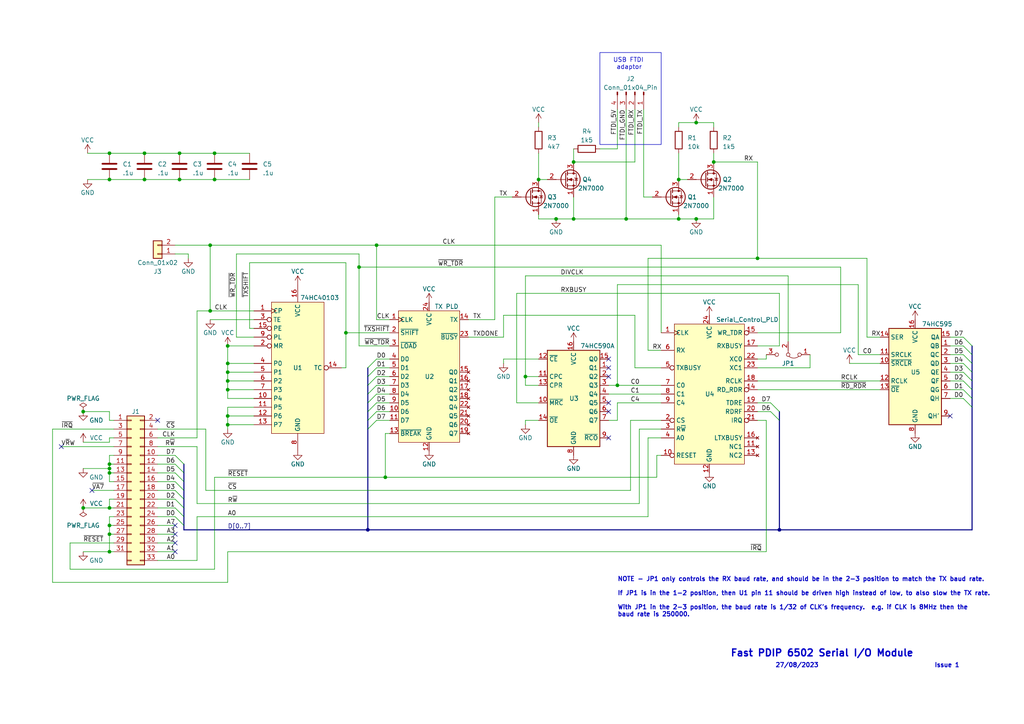
<source format=kicad_sch>
(kicad_sch (version 20230121) (generator eeschema)

  (uuid e19ff742-cfbe-47b9-a4a0-65687306adf8)

  (paper "A4")

  (lib_symbols
    (symbol "74xx:74HC590A" (in_bom yes) (on_board yes)
      (property "Reference" "U" (at -7.62 16.51 0)
        (effects (font (size 1.27 1.27)))
      )
      (property "Value" "74HC590A" (at -7.62 -13.97 0)
        (effects (font (size 1.27 1.27)))
      )
      (property "Footprint" "" (at 0 1.27 0)
        (effects (font (size 1.27 1.27)) hide)
      )
      (property "Datasheet" "http://www.ti.com/lit/ds/symlink/sn74hc590a.pdf" (at 0 1.27 0)
        (effects (font (size 1.27 1.27)) hide)
      )
      (property "ki_keywords" "HCMOS Counter 3State" (at 0 0 0)
        (effects (font (size 1.27 1.27)) hide)
      )
      (property "ki_description" "8-bit Binary Counter with Output Register 3-State Outputs, DIP-16/SOIC-16/SOIC-16W" (at 0 0 0)
        (effects (font (size 1.27 1.27)) hide)
      )
      (property "ki_fp_filters" "DIP*W7.62mm* SOIC*3.9x9.9mm*P1.27mm* TSSOP*4.4x5mm*P0.65mm* SOIC*5.3x10.2mm*P1.27mm* SOIC*7.5x10.3mm*P1.27mm*" (at 0 0 0)
        (effects (font (size 1.27 1.27)) hide)
      )
      (symbol "74HC590A_1_0"
        (pin tri_state line (at 10.16 10.16 180) (length 2.54)
          (name "Q1" (effects (font (size 1.27 1.27))))
          (number "1" (effects (font (size 1.27 1.27))))
        )
        (pin input line (at -10.16 0 0) (length 2.54)
          (name "~{MRC}" (effects (font (size 1.27 1.27))))
          (number "10" (effects (font (size 1.27 1.27))))
        )
        (pin input line (at -10.16 7.62 0) (length 2.54)
          (name "CPC" (effects (font (size 1.27 1.27))))
          (number "11" (effects (font (size 1.27 1.27))))
        )
        (pin input line (at -10.16 12.7 0) (length 2.54)
          (name "~{CE}" (effects (font (size 1.27 1.27))))
          (number "12" (effects (font (size 1.27 1.27))))
        )
        (pin input line (at -10.16 5.08 0) (length 2.54)
          (name "CPR" (effects (font (size 1.27 1.27))))
          (number "13" (effects (font (size 1.27 1.27))))
        )
        (pin input line (at -10.16 -5.08 0) (length 2.54)
          (name "~{OE}" (effects (font (size 1.27 1.27))))
          (number "14" (effects (font (size 1.27 1.27))))
        )
        (pin tri_state line (at 10.16 12.7 180) (length 2.54)
          (name "Q0" (effects (font (size 1.27 1.27))))
          (number "15" (effects (font (size 1.27 1.27))))
        )
        (pin power_in line (at 0 17.78 270) (length 2.54)
          (name "VCC" (effects (font (size 1.27 1.27))))
          (number "16" (effects (font (size 1.27 1.27))))
        )
        (pin tri_state line (at 10.16 7.62 180) (length 2.54)
          (name "Q2" (effects (font (size 1.27 1.27))))
          (number "2" (effects (font (size 1.27 1.27))))
        )
        (pin tri_state line (at 10.16 5.08 180) (length 2.54)
          (name "Q3" (effects (font (size 1.27 1.27))))
          (number "3" (effects (font (size 1.27 1.27))))
        )
        (pin tri_state line (at 10.16 2.54 180) (length 2.54)
          (name "Q4" (effects (font (size 1.27 1.27))))
          (number "4" (effects (font (size 1.27 1.27))))
        )
        (pin tri_state line (at 10.16 0 180) (length 2.54)
          (name "Q5" (effects (font (size 1.27 1.27))))
          (number "5" (effects (font (size 1.27 1.27))))
        )
        (pin tri_state line (at 10.16 -2.54 180) (length 2.54)
          (name "Q6" (effects (font (size 1.27 1.27))))
          (number "6" (effects (font (size 1.27 1.27))))
        )
        (pin tri_state line (at 10.16 -5.08 180) (length 2.54)
          (name "Q7" (effects (font (size 1.27 1.27))))
          (number "7" (effects (font (size 1.27 1.27))))
        )
        (pin power_in line (at 0 -15.24 90) (length 2.54)
          (name "GND" (effects (font (size 1.27 1.27))))
          (number "8" (effects (font (size 1.27 1.27))))
        )
        (pin output line (at 10.16 -10.16 180) (length 2.54)
          (name "~{RCO}" (effects (font (size 1.27 1.27))))
          (number "9" (effects (font (size 1.27 1.27))))
        )
      )
      (symbol "74HC590A_1_1"
        (rectangle (start -7.62 15.24) (end 7.62 -12.7)
          (stroke (width 0.254) (type default))
          (fill (type background))
        )
      )
    )
    (symbol "74xx:74HC595" (in_bom yes) (on_board yes)
      (property "Reference" "U" (at -7.62 13.97 0)
        (effects (font (size 1.27 1.27)))
      )
      (property "Value" "74HC595" (at -7.62 -16.51 0)
        (effects (font (size 1.27 1.27)))
      )
      (property "Footprint" "" (at 0 0 0)
        (effects (font (size 1.27 1.27)) hide)
      )
      (property "Datasheet" "http://www.ti.com/lit/ds/symlink/sn74hc595.pdf" (at 0 0 0)
        (effects (font (size 1.27 1.27)) hide)
      )
      (property "ki_keywords" "HCMOS SR 3State" (at 0 0 0)
        (effects (font (size 1.27 1.27)) hide)
      )
      (property "ki_description" "8-bit serial in/out Shift Register 3-State Outputs" (at 0 0 0)
        (effects (font (size 1.27 1.27)) hide)
      )
      (property "ki_fp_filters" "DIP*W7.62mm* SOIC*3.9x9.9mm*P1.27mm* TSSOP*4.4x5mm*P0.65mm* SOIC*5.3x10.2mm*P1.27mm* SOIC*7.5x10.3mm*P1.27mm*" (at 0 0 0)
        (effects (font (size 1.27 1.27)) hide)
      )
      (symbol "74HC595_1_0"
        (pin tri_state line (at 10.16 7.62 180) (length 2.54)
          (name "QB" (effects (font (size 1.27 1.27))))
          (number "1" (effects (font (size 1.27 1.27))))
        )
        (pin input line (at -10.16 2.54 0) (length 2.54)
          (name "~{SRCLR}" (effects (font (size 1.27 1.27))))
          (number "10" (effects (font (size 1.27 1.27))))
        )
        (pin input line (at -10.16 5.08 0) (length 2.54)
          (name "SRCLK" (effects (font (size 1.27 1.27))))
          (number "11" (effects (font (size 1.27 1.27))))
        )
        (pin input line (at -10.16 -2.54 0) (length 2.54)
          (name "RCLK" (effects (font (size 1.27 1.27))))
          (number "12" (effects (font (size 1.27 1.27))))
        )
        (pin input line (at -10.16 -5.08 0) (length 2.54)
          (name "~{OE}" (effects (font (size 1.27 1.27))))
          (number "13" (effects (font (size 1.27 1.27))))
        )
        (pin input line (at -10.16 10.16 0) (length 2.54)
          (name "SER" (effects (font (size 1.27 1.27))))
          (number "14" (effects (font (size 1.27 1.27))))
        )
        (pin tri_state line (at 10.16 10.16 180) (length 2.54)
          (name "QA" (effects (font (size 1.27 1.27))))
          (number "15" (effects (font (size 1.27 1.27))))
        )
        (pin power_in line (at 0 15.24 270) (length 2.54)
          (name "VCC" (effects (font (size 1.27 1.27))))
          (number "16" (effects (font (size 1.27 1.27))))
        )
        (pin tri_state line (at 10.16 5.08 180) (length 2.54)
          (name "QC" (effects (font (size 1.27 1.27))))
          (number "2" (effects (font (size 1.27 1.27))))
        )
        (pin tri_state line (at 10.16 2.54 180) (length 2.54)
          (name "QD" (effects (font (size 1.27 1.27))))
          (number "3" (effects (font (size 1.27 1.27))))
        )
        (pin tri_state line (at 10.16 0 180) (length 2.54)
          (name "QE" (effects (font (size 1.27 1.27))))
          (number "4" (effects (font (size 1.27 1.27))))
        )
        (pin tri_state line (at 10.16 -2.54 180) (length 2.54)
          (name "QF" (effects (font (size 1.27 1.27))))
          (number "5" (effects (font (size 1.27 1.27))))
        )
        (pin tri_state line (at 10.16 -5.08 180) (length 2.54)
          (name "QG" (effects (font (size 1.27 1.27))))
          (number "6" (effects (font (size 1.27 1.27))))
        )
        (pin tri_state line (at 10.16 -7.62 180) (length 2.54)
          (name "QH" (effects (font (size 1.27 1.27))))
          (number "7" (effects (font (size 1.27 1.27))))
        )
        (pin power_in line (at 0 -17.78 90) (length 2.54)
          (name "GND" (effects (font (size 1.27 1.27))))
          (number "8" (effects (font (size 1.27 1.27))))
        )
        (pin output line (at 10.16 -12.7 180) (length 2.54)
          (name "QH'" (effects (font (size 1.27 1.27))))
          (number "9" (effects (font (size 1.27 1.27))))
        )
      )
      (symbol "74HC595_1_1"
        (rectangle (start -7.62 12.7) (end 7.62 -15.24)
          (stroke (width 0.254) (type default))
          (fill (type background))
        )
      )
    )
    (symbol "Connector:Conn_01x04_Pin" (pin_names (offset 1.016) hide) (in_bom yes) (on_board yes)
      (property "Reference" "J" (at 0 5.08 0)
        (effects (font (size 1.27 1.27)))
      )
      (property "Value" "Conn_01x04_Pin" (at 0 -7.62 0)
        (effects (font (size 1.27 1.27)))
      )
      (property "Footprint" "" (at 0 0 0)
        (effects (font (size 1.27 1.27)) hide)
      )
      (property "Datasheet" "~" (at 0 0 0)
        (effects (font (size 1.27 1.27)) hide)
      )
      (property "ki_locked" "" (at 0 0 0)
        (effects (font (size 1.27 1.27)))
      )
      (property "ki_keywords" "connector" (at 0 0 0)
        (effects (font (size 1.27 1.27)) hide)
      )
      (property "ki_description" "Generic connector, single row, 01x04, script generated" (at 0 0 0)
        (effects (font (size 1.27 1.27)) hide)
      )
      (property "ki_fp_filters" "Connector*:*_1x??_*" (at 0 0 0)
        (effects (font (size 1.27 1.27)) hide)
      )
      (symbol "Conn_01x04_Pin_1_1"
        (polyline
          (pts
            (xy 1.27 -5.08)
            (xy 0.8636 -5.08)
          )
          (stroke (width 0.1524) (type default))
          (fill (type none))
        )
        (polyline
          (pts
            (xy 1.27 -2.54)
            (xy 0.8636 -2.54)
          )
          (stroke (width 0.1524) (type default))
          (fill (type none))
        )
        (polyline
          (pts
            (xy 1.27 0)
            (xy 0.8636 0)
          )
          (stroke (width 0.1524) (type default))
          (fill (type none))
        )
        (polyline
          (pts
            (xy 1.27 2.54)
            (xy 0.8636 2.54)
          )
          (stroke (width 0.1524) (type default))
          (fill (type none))
        )
        (rectangle (start 0.8636 -4.953) (end 0 -5.207)
          (stroke (width 0.1524) (type default))
          (fill (type outline))
        )
        (rectangle (start 0.8636 -2.413) (end 0 -2.667)
          (stroke (width 0.1524) (type default))
          (fill (type outline))
        )
        (rectangle (start 0.8636 0.127) (end 0 -0.127)
          (stroke (width 0.1524) (type default))
          (fill (type outline))
        )
        (rectangle (start 0.8636 2.667) (end 0 2.413)
          (stroke (width 0.1524) (type default))
          (fill (type outline))
        )
        (pin passive line (at 5.08 2.54 180) (length 3.81)
          (name "Pin_1" (effects (font (size 1.27 1.27))))
          (number "1" (effects (font (size 1.27 1.27))))
        )
        (pin passive line (at 5.08 0 180) (length 3.81)
          (name "Pin_2" (effects (font (size 1.27 1.27))))
          (number "2" (effects (font (size 1.27 1.27))))
        )
        (pin passive line (at 5.08 -2.54 180) (length 3.81)
          (name "Pin_3" (effects (font (size 1.27 1.27))))
          (number "3" (effects (font (size 1.27 1.27))))
        )
        (pin passive line (at 5.08 -5.08 180) (length 3.81)
          (name "Pin_4" (effects (font (size 1.27 1.27))))
          (number "4" (effects (font (size 1.27 1.27))))
        )
      )
    )
    (symbol "Connector_Generic:Conn_01x02" (pin_names (offset 1.016) hide) (in_bom yes) (on_board yes)
      (property "Reference" "J" (at 0 2.54 0)
        (effects (font (size 1.27 1.27)))
      )
      (property "Value" "Conn_01x02" (at 0 -5.08 0)
        (effects (font (size 1.27 1.27)))
      )
      (property "Footprint" "" (at 0 0 0)
        (effects (font (size 1.27 1.27)) hide)
      )
      (property "Datasheet" "~" (at 0 0 0)
        (effects (font (size 1.27 1.27)) hide)
      )
      (property "ki_keywords" "connector" (at 0 0 0)
        (effects (font (size 1.27 1.27)) hide)
      )
      (property "ki_description" "Generic connector, single row, 01x02, script generated (kicad-library-utils/schlib/autogen/connector/)" (at 0 0 0)
        (effects (font (size 1.27 1.27)) hide)
      )
      (property "ki_fp_filters" "Connector*:*_1x??_*" (at 0 0 0)
        (effects (font (size 1.27 1.27)) hide)
      )
      (symbol "Conn_01x02_1_1"
        (rectangle (start -1.27 -2.413) (end 0 -2.667)
          (stroke (width 0.1524) (type default))
          (fill (type none))
        )
        (rectangle (start -1.27 0.127) (end 0 -0.127)
          (stroke (width 0.1524) (type default))
          (fill (type none))
        )
        (rectangle (start -1.27 1.27) (end 1.27 -3.81)
          (stroke (width 0.254) (type default))
          (fill (type background))
        )
        (pin passive line (at -5.08 0 0) (length 3.81)
          (name "Pin_1" (effects (font (size 1.27 1.27))))
          (number "1" (effects (font (size 1.27 1.27))))
        )
        (pin passive line (at -5.08 -2.54 0) (length 3.81)
          (name "Pin_2" (effects (font (size 1.27 1.27))))
          (number "2" (effects (font (size 1.27 1.27))))
        )
      )
    )
    (symbol "Device:C" (pin_numbers hide) (pin_names (offset 0.254)) (in_bom yes) (on_board yes)
      (property "Reference" "C" (at 0.635 2.54 0)
        (effects (font (size 1.27 1.27)) (justify left))
      )
      (property "Value" "C" (at 0.635 -2.54 0)
        (effects (font (size 1.27 1.27)) (justify left))
      )
      (property "Footprint" "" (at 0.9652 -3.81 0)
        (effects (font (size 1.27 1.27)) hide)
      )
      (property "Datasheet" "~" (at 0 0 0)
        (effects (font (size 1.27 1.27)) hide)
      )
      (property "ki_keywords" "cap capacitor" (at 0 0 0)
        (effects (font (size 1.27 1.27)) hide)
      )
      (property "ki_description" "Unpolarized capacitor" (at 0 0 0)
        (effects (font (size 1.27 1.27)) hide)
      )
      (property "ki_fp_filters" "C_*" (at 0 0 0)
        (effects (font (size 1.27 1.27)) hide)
      )
      (symbol "C_0_1"
        (polyline
          (pts
            (xy -2.032 -0.762)
            (xy 2.032 -0.762)
          )
          (stroke (width 0.508) (type default))
          (fill (type none))
        )
        (polyline
          (pts
            (xy -2.032 0.762)
            (xy 2.032 0.762)
          )
          (stroke (width 0.508) (type default))
          (fill (type none))
        )
      )
      (symbol "C_1_1"
        (pin passive line (at 0 3.81 270) (length 2.794)
          (name "~" (effects (font (size 1.27 1.27))))
          (number "1" (effects (font (size 1.27 1.27))))
        )
        (pin passive line (at 0 -3.81 90) (length 2.794)
          (name "~" (effects (font (size 1.27 1.27))))
          (number "2" (effects (font (size 1.27 1.27))))
        )
      )
    )
    (symbol "Device:R" (pin_numbers hide) (pin_names (offset 0)) (in_bom yes) (on_board yes)
      (property "Reference" "R" (at 2.032 0 90)
        (effects (font (size 1.27 1.27)))
      )
      (property "Value" "R" (at 0 0 90)
        (effects (font (size 1.27 1.27)))
      )
      (property "Footprint" "" (at -1.778 0 90)
        (effects (font (size 1.27 1.27)) hide)
      )
      (property "Datasheet" "~" (at 0 0 0)
        (effects (font (size 1.27 1.27)) hide)
      )
      (property "ki_keywords" "R res resistor" (at 0 0 0)
        (effects (font (size 1.27 1.27)) hide)
      )
      (property "ki_description" "Resistor" (at 0 0 0)
        (effects (font (size 1.27 1.27)) hide)
      )
      (property "ki_fp_filters" "R_*" (at 0 0 0)
        (effects (font (size 1.27 1.27)) hide)
      )
      (symbol "R_0_1"
        (rectangle (start -1.016 -2.54) (end 1.016 2.54)
          (stroke (width 0.254) (type default))
          (fill (type none))
        )
      )
      (symbol "R_1_1"
        (pin passive line (at 0 3.81 270) (length 1.27)
          (name "~" (effects (font (size 1.27 1.27))))
          (number "1" (effects (font (size 1.27 1.27))))
        )
        (pin passive line (at 0 -3.81 90) (length 1.27)
          (name "~" (effects (font (size 1.27 1.27))))
          (number "2" (effects (font (size 1.27 1.27))))
        )
      )
    )
    (symbol "Jumper:Jumper_3_Bridged12" (pin_names (offset 0) hide) (in_bom yes) (on_board yes)
      (property "Reference" "JP" (at -2.54 -2.54 0)
        (effects (font (size 1.27 1.27)))
      )
      (property "Value" "Jumper_3_Bridged12" (at 0 2.794 0)
        (effects (font (size 1.27 1.27)))
      )
      (property "Footprint" "" (at 0 0 0)
        (effects (font (size 1.27 1.27)) hide)
      )
      (property "Datasheet" "~" (at 0 0 0)
        (effects (font (size 1.27 1.27)) hide)
      )
      (property "ki_keywords" "Jumper SPDT" (at 0 0 0)
        (effects (font (size 1.27 1.27)) hide)
      )
      (property "ki_description" "Jumper, 3-pole, pins 1+2 closed/bridged" (at 0 0 0)
        (effects (font (size 1.27 1.27)) hide)
      )
      (property "ki_fp_filters" "Jumper* TestPoint*3Pads* TestPoint*Bridge*" (at 0 0 0)
        (effects (font (size 1.27 1.27)) hide)
      )
      (symbol "Jumper_3_Bridged12_0_0"
        (circle (center -3.302 0) (radius 0.508)
          (stroke (width 0) (type default))
          (fill (type none))
        )
        (circle (center 0 0) (radius 0.508)
          (stroke (width 0) (type default))
          (fill (type none))
        )
        (circle (center 3.302 0) (radius 0.508)
          (stroke (width 0) (type default))
          (fill (type none))
        )
      )
      (symbol "Jumper_3_Bridged12_0_1"
        (arc (start -0.254 0.508) (mid -1.651 0.9912) (end -3.048 0.508)
          (stroke (width 0) (type default))
          (fill (type none))
        )
        (polyline
          (pts
            (xy 0 -1.27)
            (xy 0 -0.508)
          )
          (stroke (width 0) (type default))
          (fill (type none))
        )
      )
      (symbol "Jumper_3_Bridged12_1_1"
        (pin passive line (at -6.35 0 0) (length 2.54)
          (name "A" (effects (font (size 1.27 1.27))))
          (number "1" (effects (font (size 1.27 1.27))))
        )
        (pin passive line (at 0 -3.81 90) (length 2.54)
          (name "C" (effects (font (size 1.27 1.27))))
          (number "2" (effects (font (size 1.27 1.27))))
        )
        (pin passive line (at 6.35 0 180) (length 2.54)
          (name "B" (effects (font (size 1.27 1.27))))
          (number "3" (effects (font (size 1.27 1.27))))
        )
      )
    )
    (symbol "Transistor_FET:2N7000" (pin_names hide) (in_bom yes) (on_board yes)
      (property "Reference" "Q" (at 5.08 1.905 0)
        (effects (font (size 1.27 1.27)) (justify left))
      )
      (property "Value" "2N7000" (at 5.08 0 0)
        (effects (font (size 1.27 1.27)) (justify left))
      )
      (property "Footprint" "Package_TO_SOT_THT:TO-92_Inline" (at 5.08 -1.905 0)
        (effects (font (size 1.27 1.27) italic) (justify left) hide)
      )
      (property "Datasheet" "https://www.vishay.com/docs/70226/70226.pdf" (at 0 0 0)
        (effects (font (size 1.27 1.27)) (justify left) hide)
      )
      (property "ki_keywords" "N-Channel MOSFET Logic-Level" (at 0 0 0)
        (effects (font (size 1.27 1.27)) hide)
      )
      (property "ki_description" "0.2A Id, 200V Vds, N-Channel MOSFET, 2.6V Logic Level, TO-92" (at 0 0 0)
        (effects (font (size 1.27 1.27)) hide)
      )
      (property "ki_fp_filters" "TO?92*" (at 0 0 0)
        (effects (font (size 1.27 1.27)) hide)
      )
      (symbol "2N7000_0_1"
        (polyline
          (pts
            (xy 0.254 0)
            (xy -2.54 0)
          )
          (stroke (width 0) (type default))
          (fill (type none))
        )
        (polyline
          (pts
            (xy 0.254 1.905)
            (xy 0.254 -1.905)
          )
          (stroke (width 0.254) (type default))
          (fill (type none))
        )
        (polyline
          (pts
            (xy 0.762 -1.27)
            (xy 0.762 -2.286)
          )
          (stroke (width 0.254) (type default))
          (fill (type none))
        )
        (polyline
          (pts
            (xy 0.762 0.508)
            (xy 0.762 -0.508)
          )
          (stroke (width 0.254) (type default))
          (fill (type none))
        )
        (polyline
          (pts
            (xy 0.762 2.286)
            (xy 0.762 1.27)
          )
          (stroke (width 0.254) (type default))
          (fill (type none))
        )
        (polyline
          (pts
            (xy 2.54 2.54)
            (xy 2.54 1.778)
          )
          (stroke (width 0) (type default))
          (fill (type none))
        )
        (polyline
          (pts
            (xy 2.54 -2.54)
            (xy 2.54 0)
            (xy 0.762 0)
          )
          (stroke (width 0) (type default))
          (fill (type none))
        )
        (polyline
          (pts
            (xy 0.762 -1.778)
            (xy 3.302 -1.778)
            (xy 3.302 1.778)
            (xy 0.762 1.778)
          )
          (stroke (width 0) (type default))
          (fill (type none))
        )
        (polyline
          (pts
            (xy 1.016 0)
            (xy 2.032 0.381)
            (xy 2.032 -0.381)
            (xy 1.016 0)
          )
          (stroke (width 0) (type default))
          (fill (type outline))
        )
        (polyline
          (pts
            (xy 2.794 0.508)
            (xy 2.921 0.381)
            (xy 3.683 0.381)
            (xy 3.81 0.254)
          )
          (stroke (width 0) (type default))
          (fill (type none))
        )
        (polyline
          (pts
            (xy 3.302 0.381)
            (xy 2.921 -0.254)
            (xy 3.683 -0.254)
            (xy 3.302 0.381)
          )
          (stroke (width 0) (type default))
          (fill (type none))
        )
        (circle (center 1.651 0) (radius 2.794)
          (stroke (width 0.254) (type default))
          (fill (type none))
        )
        (circle (center 2.54 -1.778) (radius 0.254)
          (stroke (width 0) (type default))
          (fill (type outline))
        )
        (circle (center 2.54 1.778) (radius 0.254)
          (stroke (width 0) (type default))
          (fill (type outline))
        )
      )
      (symbol "2N7000_1_1"
        (pin passive line (at 2.54 -5.08 90) (length 2.54)
          (name "S" (effects (font (size 1.27 1.27))))
          (number "1" (effects (font (size 1.27 1.27))))
        )
        (pin input line (at -5.08 0 0) (length 2.54)
          (name "G" (effects (font (size 1.27 1.27))))
          (number "2" (effects (font (size 1.27 1.27))))
        )
        (pin passive line (at 2.54 5.08 270) (length 2.54)
          (name "D" (effects (font (size 1.27 1.27))))
          (number "3" (effects (font (size 1.27 1.27))))
        )
      )
    )
    (symbol "gfoot:74HC40103" (in_bom yes) (on_board yes)
      (property "Reference" "U" (at 0 0 0)
        (effects (font (size 1.27 1.27)))
      )
      (property "Value" "74HC40103" (at 6.35 20.32 0)
        (effects (font (size 1.27 1.27)))
      )
      (property "Footprint" "" (at 0 1.27 0)
        (effects (font (size 1.27 1.27)) hide)
      )
      (property "Datasheet" "" (at 0 1.27 0)
        (effects (font (size 1.27 1.27)) hide)
      )
      (symbol "74HC40103_0_1"
        (rectangle (start -7.62 19.05) (end 7.62 -19.05)
          (stroke (width 0) (type default))
          (fill (type background))
        )
      )
      (symbol "74HC40103_1_1"
        (pin input clock (at -12.7 16.51 0) (length 5.08)
          (name "CP" (effects (font (size 1.27 1.27))))
          (number "1" (effects (font (size 1.27 1.27))))
        )
        (pin input line (at -12.7 -8.89 0) (length 5.08)
          (name "P4" (effects (font (size 1.27 1.27))))
          (number "10" (effects (font (size 1.27 1.27))))
        )
        (pin input line (at -12.7 -11.43 0) (length 5.08)
          (name "P5" (effects (font (size 1.27 1.27))))
          (number "11" (effects (font (size 1.27 1.27))))
        )
        (pin input line (at -12.7 -13.97 0) (length 5.08)
          (name "P6" (effects (font (size 1.27 1.27))))
          (number "12" (effects (font (size 1.27 1.27))))
        )
        (pin input line (at -12.7 -16.51 0) (length 5.08)
          (name "P7" (effects (font (size 1.27 1.27))))
          (number "13" (effects (font (size 1.27 1.27))))
        )
        (pin output inverted (at 12.7 0 180) (length 5.08)
          (name "TC" (effects (font (size 1.27 1.27))))
          (number "14" (effects (font (size 1.27 1.27))))
        )
        (pin input inverted (at -12.7 11.43 0) (length 5.08)
          (name "PE" (effects (font (size 1.27 1.27))))
          (number "15" (effects (font (size 1.27 1.27))))
        )
        (pin power_in line (at 0 24.13 270) (length 5.08)
          (name "VCC" (effects (font (size 1.27 1.27))))
          (number "16" (effects (font (size 1.27 1.27))))
        )
        (pin input inverted (at -12.7 6.35 0) (length 5.08)
          (name "MR" (effects (font (size 1.27 1.27))))
          (number "2" (effects (font (size 1.27 1.27))))
        )
        (pin input inverted (at -12.7 13.97 0) (length 5.08)
          (name "TE" (effects (font (size 1.27 1.27))))
          (number "3" (effects (font (size 1.27 1.27))))
        )
        (pin input line (at -12.7 1.27 0) (length 5.08)
          (name "P0" (effects (font (size 1.27 1.27))))
          (number "4" (effects (font (size 1.27 1.27))))
        )
        (pin input line (at -12.7 -1.27 0) (length 5.08)
          (name "P1" (effects (font (size 1.27 1.27))))
          (number "5" (effects (font (size 1.27 1.27))))
        )
        (pin input line (at -12.7 -3.81 0) (length 5.08)
          (name "P2" (effects (font (size 1.27 1.27))))
          (number "6" (effects (font (size 1.27 1.27))))
        )
        (pin input line (at -12.7 -6.35 0) (length 5.08)
          (name "P3" (effects (font (size 1.27 1.27))))
          (number "7" (effects (font (size 1.27 1.27))))
        )
        (pin power_in line (at 0 -24.13 90) (length 5.08)
          (name "GND" (effects (font (size 1.27 1.27))))
          (number "8" (effects (font (size 1.27 1.27))))
        )
        (pin input inverted (at -12.7 8.89 0) (length 5.08)
          (name "PL" (effects (font (size 1.27 1.27))))
          (number "9" (effects (font (size 1.27 1.27))))
        )
      )
    )
    (symbol "pcb_edge_connectors:conn_pcb_edge_33pin_sense" (pin_names (offset 1.016) hide) (in_bom yes) (on_board yes)
      (property "Reference" "J6" (at 1.27 22.86 0)
        (effects (font (size 1.27 1.27)))
      )
      (property "Value" "conn_pcb_edge_33pin_sense" (at 1.27 22.86 0)
        (effects (font (size 1.27 1.27)) hide)
      )
      (property "Footprint" "6502fast2:6502fast2_IO_PCBEdge" (at 0 0 0)
        (effects (font (size 1.27 1.27)) hide)
      )
      (property "Datasheet" "~" (at 0 0 0)
        (effects (font (size 1.27 1.27)) hide)
      )
      (property "ki_keywords" "connector" (at 0 0 0)
        (effects (font (size 1.27 1.27)) hide)
      )
      (property "ki_description" "Connector symbol for 33-pin board edge connection with orientation sense pin" (at 0 0 0)
        (effects (font (size 1.27 1.27)) hide)
      )
      (property "ki_fp_filters" "Connector*:*_2x??_*" (at 0 0 0)
        (effects (font (size 1.27 1.27)) hide)
      )
      (symbol "conn_pcb_edge_33pin_sense_1_1"
        (rectangle (start -1.27 -20.193) (end 0 -20.447)
          (stroke (width 0.1524) (type default))
          (fill (type none))
        )
        (rectangle (start -1.27 -17.653) (end 0 -17.907)
          (stroke (width 0.1524) (type default))
          (fill (type none))
        )
        (rectangle (start -1.27 -15.113) (end 0 -15.367)
          (stroke (width 0.1524) (type default))
          (fill (type none))
        )
        (rectangle (start -1.27 -12.573) (end 0 -12.827)
          (stroke (width 0.1524) (type default))
          (fill (type none))
        )
        (rectangle (start -1.27 -10.033) (end 0 -10.287)
          (stroke (width 0.1524) (type default))
          (fill (type none))
        )
        (rectangle (start -1.27 -7.493) (end 0 -7.747)
          (stroke (width 0.1524) (type default))
          (fill (type none))
        )
        (rectangle (start -1.27 -4.953) (end 0 -5.207)
          (stroke (width 0.1524) (type default))
          (fill (type none))
        )
        (rectangle (start -1.27 -2.413) (end 0 -2.667)
          (stroke (width 0.1524) (type default))
          (fill (type none))
        )
        (rectangle (start -1.27 0.127) (end 0 -0.127)
          (stroke (width 0.1524) (type default))
          (fill (type none))
        )
        (rectangle (start -1.27 2.667) (end 0 2.413)
          (stroke (width 0.1524) (type default))
          (fill (type none))
        )
        (rectangle (start -1.27 5.207) (end 0 4.953)
          (stroke (width 0.1524) (type default))
          (fill (type none))
        )
        (rectangle (start -1.27 7.747) (end 0 7.493)
          (stroke (width 0.1524) (type default))
          (fill (type none))
        )
        (rectangle (start -1.27 10.287) (end 0 10.033)
          (stroke (width 0.1524) (type default))
          (fill (type none))
        )
        (rectangle (start -1.27 12.827) (end 0 12.573)
          (stroke (width 0.1524) (type default))
          (fill (type none))
        )
        (rectangle (start -1.27 15.367) (end 0 15.113)
          (stroke (width 0.1524) (type default))
          (fill (type none))
        )
        (rectangle (start -1.27 17.907) (end 0 17.653)
          (stroke (width 0.1524) (type default))
          (fill (type none))
        )
        (rectangle (start -1.27 20.447) (end 0 20.193)
          (stroke (width 0.1524) (type default))
          (fill (type none))
        )
        (rectangle (start -1.27 21.59) (end 3.81 -21.59)
          (stroke (width 0.254) (type default))
          (fill (type background))
        )
        (rectangle (start 3.81 -20.193) (end 2.54 -20.447)
          (stroke (width 0.1524) (type default))
          (fill (type none))
        )
        (rectangle (start 3.81 -17.653) (end 2.54 -17.907)
          (stroke (width 0.1524) (type default))
          (fill (type none))
        )
        (rectangle (start 3.81 -15.113) (end 2.54 -15.367)
          (stroke (width 0.1524) (type default))
          (fill (type none))
        )
        (rectangle (start 3.81 -12.573) (end 2.54 -12.827)
          (stroke (width 0.1524) (type default))
          (fill (type none))
        )
        (rectangle (start 3.81 -10.033) (end 2.54 -10.287)
          (stroke (width 0.1524) (type default))
          (fill (type none))
        )
        (rectangle (start 3.81 -7.493) (end 2.54 -7.747)
          (stroke (width 0.1524) (type default))
          (fill (type none))
        )
        (rectangle (start 3.81 -4.953) (end 2.54 -5.207)
          (stroke (width 0.1524) (type default))
          (fill (type none))
        )
        (rectangle (start 3.81 -2.413) (end 2.54 -2.667)
          (stroke (width 0.1524) (type default))
          (fill (type none))
        )
        (rectangle (start 3.81 0.127) (end 2.54 -0.127)
          (stroke (width 0.1524) (type default))
          (fill (type none))
        )
        (rectangle (start 3.81 2.667) (end 2.54 2.413)
          (stroke (width 0.1524) (type default))
          (fill (type none))
        )
        (rectangle (start 3.81 5.207) (end 2.54 4.953)
          (stroke (width 0.1524) (type default))
          (fill (type none))
        )
        (rectangle (start 3.81 7.747) (end 2.54 7.493)
          (stroke (width 0.1524) (type default))
          (fill (type none))
        )
        (rectangle (start 3.81 10.287) (end 2.54 10.033)
          (stroke (width 0.1524) (type default))
          (fill (type none))
        )
        (rectangle (start 3.81 12.827) (end 2.54 12.573)
          (stroke (width 0.1524) (type default))
          (fill (type none))
        )
        (rectangle (start 3.81 15.367) (end 2.54 15.113)
          (stroke (width 0.1524) (type default))
          (fill (type none))
        )
        (rectangle (start 3.81 17.907) (end 2.54 17.653)
          (stroke (width 0.1524) (type default))
          (fill (type none))
        )
        (rectangle (start 3.81 20.447) (end 2.54 20.193)
          (stroke (width 0.1524) (type default))
          (fill (type none))
        )
        (pin passive line (at -5.08 20.32 0) (length 3.81)
          (name "Pin_1" (effects (font (size 1.27 1.27))))
          (number "1" (effects (font (size 1.27 1.27))))
        )
        (pin passive line (at 7.62 10.16 180) (length 3.81)
          (name "Pin_10" (effects (font (size 1.27 1.27))))
          (number "10" (effects (font (size 1.27 1.27))))
        )
        (pin passive line (at -5.08 7.62 0) (length 3.81)
          (name "Pin_11" (effects (font (size 1.27 1.27))))
          (number "11" (effects (font (size 1.27 1.27))))
        )
        (pin passive line (at 7.62 7.62 180) (length 3.81)
          (name "Pin_12" (effects (font (size 1.27 1.27))))
          (number "12" (effects (font (size 1.27 1.27))))
        )
        (pin passive line (at -5.08 5.08 0) (length 3.81)
          (name "Pin_13" (effects (font (size 1.27 1.27))))
          (number "13" (effects (font (size 1.27 1.27))))
        )
        (pin passive line (at 7.62 5.08 180) (length 3.81)
          (name "Pin_14" (effects (font (size 1.27 1.27))))
          (number "14" (effects (font (size 1.27 1.27))))
        )
        (pin passive line (at -5.08 2.54 0) (length 3.81)
          (name "Pin_15" (effects (font (size 1.27 1.27))))
          (number "15" (effects (font (size 1.27 1.27))))
        )
        (pin passive line (at 7.62 2.54 180) (length 3.81)
          (name "Pin_16" (effects (font (size 1.27 1.27))))
          (number "16" (effects (font (size 1.27 1.27))))
        )
        (pin passive line (at -5.08 0 0) (length 3.81)
          (name "Pin_17" (effects (font (size 1.27 1.27))))
          (number "17" (effects (font (size 1.27 1.27))))
        )
        (pin passive line (at 7.62 0 180) (length 3.81)
          (name "Pin_18" (effects (font (size 1.27 1.27))))
          (number "18" (effects (font (size 1.27 1.27))))
        )
        (pin passive line (at -5.08 -2.54 0) (length 3.81)
          (name "Pin_19" (effects (font (size 1.27 1.27))))
          (number "19" (effects (font (size 1.27 1.27))))
        )
        (pin passive line (at 7.62 20.32 180) (length 3.81)
          (name "Pin_2" (effects (font (size 1.27 1.27))))
          (number "2" (effects (font (size 1.27 1.27))))
        )
        (pin passive line (at 7.62 -2.54 180) (length 3.81)
          (name "Pin_20" (effects (font (size 1.27 1.27))))
          (number "20" (effects (font (size 1.27 1.27))))
        )
        (pin passive line (at -5.08 -5.08 0) (length 3.81)
          (name "Pin_21" (effects (font (size 1.27 1.27))))
          (number "21" (effects (font (size 1.27 1.27))))
        )
        (pin passive line (at 7.62 -5.08 180) (length 3.81)
          (name "Pin_22" (effects (font (size 1.27 1.27))))
          (number "22" (effects (font (size 1.27 1.27))))
        )
        (pin passive line (at -5.08 -7.62 0) (length 3.81)
          (name "Pin_23" (effects (font (size 1.27 1.27))))
          (number "23" (effects (font (size 1.27 1.27))))
        )
        (pin passive line (at 7.62 -7.62 180) (length 3.81)
          (name "Pin_24" (effects (font (size 1.27 1.27))))
          (number "24" (effects (font (size 1.27 1.27))))
        )
        (pin passive line (at -5.08 -10.16 0) (length 3.81)
          (name "Pin_25" (effects (font (size 1.27 1.27))))
          (number "25" (effects (font (size 1.27 1.27))))
        )
        (pin passive line (at 7.62 -10.16 180) (length 3.81)
          (name "Pin_26" (effects (font (size 1.27 1.27))))
          (number "26" (effects (font (size 1.27 1.27))))
        )
        (pin passive line (at -5.08 -12.7 0) (length 3.81)
          (name "Pin_27" (effects (font (size 1.27 1.27))))
          (number "27" (effects (font (size 1.27 1.27))))
        )
        (pin passive line (at 7.62 -12.7 180) (length 3.81)
          (name "Pin_28" (effects (font (size 1.27 1.27))))
          (number "28" (effects (font (size 1.27 1.27))))
        )
        (pin passive line (at -5.08 -15.24 0) (length 3.81)
          (name "Pin_29" (effects (font (size 1.27 1.27))))
          (number "29" (effects (font (size 1.27 1.27))))
        )
        (pin passive line (at -5.08 17.78 0) (length 3.81)
          (name "Pin_3" (effects (font (size 1.27 1.27))))
          (number "3" (effects (font (size 1.27 1.27))))
        )
        (pin passive line (at 7.62 -15.24 180) (length 3.81)
          (name "Pin_30" (effects (font (size 1.27 1.27))))
          (number "30" (effects (font (size 1.27 1.27))))
        )
        (pin passive line (at -5.08 -17.78 0) (length 3.81)
          (name "Pin_31" (effects (font (size 1.27 1.27))))
          (number "31" (effects (font (size 1.27 1.27))))
        )
        (pin passive line (at 7.62 -17.78 180) (length 3.81)
          (name "Pin_32" (effects (font (size 1.27 1.27))))
          (number "32" (effects (font (size 1.27 1.27))))
        )
        (pin passive line (at 7.62 -20.32 180) (length 3.81)
          (name "Pin_33" (effects (font (size 1.27 1.27))))
          (number "33" (effects (font (size 1.27 1.27))))
        )
        (pin passive line (at 7.62 17.78 180) (length 3.81)
          (name "Pin_4" (effects (font (size 1.27 1.27))))
          (number "4" (effects (font (size 1.27 1.27))))
        )
        (pin passive line (at -5.08 15.24 0) (length 3.81)
          (name "Pin_5" (effects (font (size 1.27 1.27))))
          (number "5" (effects (font (size 1.27 1.27))))
        )
        (pin passive line (at 7.62 15.24 180) (length 3.81)
          (name "Pin_6" (effects (font (size 1.27 1.27))))
          (number "6" (effects (font (size 1.27 1.27))))
        )
        (pin passive line (at -5.08 12.7 0) (length 3.81)
          (name "Pin_7" (effects (font (size 1.27 1.27))))
          (number "7" (effects (font (size 1.27 1.27))))
        )
        (pin passive line (at 7.62 12.7 180) (length 3.81)
          (name "Pin_8" (effects (font (size 1.27 1.27))))
          (number "8" (effects (font (size 1.27 1.27))))
        )
        (pin passive line (at -5.08 10.16 0) (length 3.81)
          (name "Pin_9" (effects (font (size 1.27 1.27))))
          (number "9" (effects (font (size 1.27 1.27))))
        )
      )
    )
    (symbol "pldserial:Serial_Control_PLD" (in_bom yes) (on_board yes)
      (property "Reference" "U" (at 0 0 0)
        (effects (font (size 1.27 1.27)))
      )
      (property "Value" "Serial_Control_PLD" (at 10.16 21.59 0)
        (effects (font (size 1.27 1.27)))
      )
      (property "Footprint" "" (at -1.27 2.54 0)
        (effects (font (size 1.27 1.27)) hide)
      )
      (property "Datasheet" "" (at -1.27 2.54 0)
        (effects (font (size 1.27 1.27)) hide)
      )
      (property "ki_description" "Sends 8-N-1 serial output given suitable clock and shift signals" (at 0 0 0)
        (effects (font (size 1.27 1.27)) hide)
      )
      (symbol "Serial_Control_PLD_0_1"
        (rectangle (start -10.16 20.32) (end 10.16 -20.32)
          (stroke (width 0) (type default))
          (fill (type background))
        )
      )
      (symbol "Serial_Control_PLD_1_1"
        (pin input clock (at -13.97 17.78 0) (length 3.81)
          (name "CLK" (effects (font (size 1.27 1.27))))
          (number "1" (effects (font (size 1.27 1.27))))
        )
        (pin input inverted (at -13.97 -17.78 0) (length 3.81)
          (name "RESET" (effects (font (size 1.27 1.27))))
          (number "10" (effects (font (size 1.27 1.27))))
        )
        (pin no_connect line (at 13.97 -15.24 180) (length 3.81)
          (name "NC1" (effects (font (size 1.27 1.27))))
          (number "11" (effects (font (size 1.27 1.27))))
        )
        (pin power_in line (at 0 -22.86 90) (length 2.54)
          (name "GND" (effects (font (size 1.27 1.27))))
          (number "12" (effects (font (size 1.27 1.27))))
        )
        (pin no_connect line (at 13.97 -17.78 180) (length 3.81)
          (name "NC2" (effects (font (size 1.27 1.27))))
          (number "13" (effects (font (size 1.27 1.27))))
        )
        (pin output inverted (at 13.97 1.27 180) (length 3.81)
          (name "RD_RDR" (effects (font (size 1.27 1.27))))
          (number "14" (effects (font (size 1.27 1.27))))
        )
        (pin output inverted (at 13.97 17.78 180) (length 3.81)
          (name "WR_TDR" (effects (font (size 1.27 1.27))))
          (number "15" (effects (font (size 1.27 1.27))))
        )
        (pin no_connect line (at 13.97 -12.7 180) (length 3.81)
          (name "LTXBUSY" (effects (font (size 1.27 1.27))))
          (number "16" (effects (font (size 1.27 1.27))))
        )
        (pin output line (at 13.97 13.97 180) (length 3.81)
          (name "RXBUSY" (effects (font (size 1.27 1.27))))
          (number "17" (effects (font (size 1.27 1.27))))
        )
        (pin output line (at 13.97 3.81 180) (length 3.81)
          (name "RCLK" (effects (font (size 1.27 1.27))))
          (number "18" (effects (font (size 1.27 1.27))))
        )
        (pin tri_state line (at 13.97 -2.54 180) (length 3.81)
          (name "TDRE" (effects (font (size 1.27 1.27))))
          (number "19" (effects (font (size 1.27 1.27))))
        )
        (pin input inverted (at -13.97 -7.62 0) (length 3.81)
          (name "CS" (effects (font (size 1.27 1.27))))
          (number "2" (effects (font (size 1.27 1.27))))
        )
        (pin tri_state line (at 13.97 -5.08 180) (length 3.81)
          (name "RDRF" (effects (font (size 1.27 1.27))))
          (number "20" (effects (font (size 1.27 1.27))))
        )
        (pin output inverted (at 13.97 -7.62 180) (length 3.81)
          (name "IRQ" (effects (font (size 1.27 1.27))))
          (number "21" (effects (font (size 1.27 1.27))))
        )
        (pin output line (at 13.97 10.16 180) (length 3.81)
          (name "XC0" (effects (font (size 1.27 1.27))))
          (number "22" (effects (font (size 1.27 1.27))))
        )
        (pin output line (at 13.97 7.62 180) (length 3.81)
          (name "XC1" (effects (font (size 1.27 1.27))))
          (number "23" (effects (font (size 1.27 1.27))))
        )
        (pin power_in line (at 0 22.86 270) (length 2.54)
          (name "VCC" (effects (font (size 1.27 1.27))))
          (number "24" (effects (font (size 1.27 1.27))))
        )
        (pin input line (at -13.97 -10.16 0) (length 3.81)
          (name "R~{W}" (effects (font (size 1.27 1.27))))
          (number "3" (effects (font (size 1.27 1.27))))
        )
        (pin input line (at -13.97 -12.7 0) (length 3.81)
          (name "A0" (effects (font (size 1.27 1.27))))
          (number "4" (effects (font (size 1.27 1.27))))
        )
        (pin input inverted (at -13.97 7.62 0) (length 3.81)
          (name "TXBUSY" (effects (font (size 1.27 1.27))))
          (number "5" (effects (font (size 1.27 1.27))))
        )
        (pin input line (at -13.97 12.7 0) (length 3.81)
          (name "RX" (effects (font (size 1.27 1.27))))
          (number "6" (effects (font (size 1.27 1.27))))
        )
        (pin input line (at -13.97 2.54 0) (length 3.81)
          (name "C0" (effects (font (size 1.27 1.27))))
          (number "7" (effects (font (size 1.27 1.27))))
        )
        (pin input line (at -13.97 0 0) (length 3.81)
          (name "C1" (effects (font (size 1.27 1.27))))
          (number "8" (effects (font (size 1.27 1.27))))
        )
        (pin input line (at -13.97 -2.54 0) (length 3.81)
          (name "C4" (effects (font (size 1.27 1.27))))
          (number "9" (effects (font (size 1.27 1.27))))
        )
      )
    )
    (symbol "pldserial:Serial_Output_PLD" (in_bom yes) (on_board yes)
      (property "Reference" "U" (at 0 0 0)
        (effects (font (size 1.27 1.27)))
      )
      (property "Value" "ATF22V10C" (at 6.35 20.32 0)
        (effects (font (size 1.27 1.27)))
      )
      (property "Footprint" "" (at 0 1.27 0)
        (effects (font (size 1.27 1.27)) hide)
      )
      (property "Datasheet" "" (at 0 1.27 0)
        (effects (font (size 1.27 1.27)) hide)
      )
      (property "ki_description" "Sends 8-N-1 serial output given suitable clock and shift signals" (at 0 0 0)
        (effects (font (size 1.27 1.27)) hide)
      )
      (symbol "Serial_Output_PLD_0_1"
        (rectangle (start -8.89 19.05) (end 8.89 -19.05)
          (stroke (width 0) (type default))
          (fill (type background))
        )
      )
      (symbol "Serial_Output_PLD_1_1"
        (pin input clock (at -11.43 16.51 0) (length 2.54)
          (name "CLK" (effects (font (size 1.27 1.27))))
          (number "1" (effects (font (size 1.27 1.27))))
        )
        (pin input line (at -11.43 -10.16 0) (length 2.54)
          (name "D6" (effects (font (size 1.27 1.27))))
          (number "10" (effects (font (size 1.27 1.27))))
        )
        (pin input line (at -11.43 -12.7 0) (length 2.54)
          (name "D7" (effects (font (size 1.27 1.27))))
          (number "11" (effects (font (size 1.27 1.27))))
        )
        (pin power_in line (at 0 -21.59 90) (length 2.54)
          (name "GND" (effects (font (size 1.27 1.27))))
          (number "12" (effects (font (size 1.27 1.27))))
        )
        (pin input line (at -11.43 -16.51 0) (length 2.54)
          (name "~{BREAK}" (effects (font (size 1.27 1.27))))
          (number "13" (effects (font (size 1.27 1.27))))
        )
        (pin output line (at 11.43 16.51 180) (length 2.54)
          (name "TX" (effects (font (size 1.27 1.27))))
          (number "14" (effects (font (size 1.27 1.27))))
        )
        (pin no_connect line (at 11.43 1.27 180) (length 2.54)
          (name "Q0" (effects (font (size 1.27 1.27))))
          (number "15" (effects (font (size 1.27 1.27))))
        )
        (pin no_connect line (at 11.43 -1.27 180) (length 2.54)
          (name "Q1" (effects (font (size 1.27 1.27))))
          (number "16" (effects (font (size 1.27 1.27))))
        )
        (pin no_connect line (at 11.43 -3.81 180) (length 2.54)
          (name "Q2" (effects (font (size 1.27 1.27))))
          (number "17" (effects (font (size 1.27 1.27))))
        )
        (pin no_connect line (at 11.43 -6.35 180) (length 2.54)
          (name "Q3" (effects (font (size 1.27 1.27))))
          (number "18" (effects (font (size 1.27 1.27))))
        )
        (pin no_connect line (at 11.43 -16.51 180) (length 2.54)
          (name "Q7" (effects (font (size 1.27 1.27))))
          (number "19" (effects (font (size 1.27 1.27))))
        )
        (pin input line (at -11.43 12.7 0) (length 2.54)
          (name "~{SHIFT}" (effects (font (size 1.27 1.27))))
          (number "2" (effects (font (size 1.27 1.27))))
        )
        (pin no_connect line (at 11.43 -13.97 180) (length 2.54)
          (name "Q6" (effects (font (size 1.27 1.27))))
          (number "20" (effects (font (size 1.27 1.27))))
        )
        (pin no_connect line (at 11.43 -11.43 180) (length 2.54)
          (name "Q5" (effects (font (size 1.27 1.27))))
          (number "21" (effects (font (size 1.27 1.27))))
        )
        (pin no_connect line (at 11.43 -8.89 180) (length 2.54)
          (name "Q4" (effects (font (size 1.27 1.27))))
          (number "22" (effects (font (size 1.27 1.27))))
        )
        (pin output line (at 11.43 11.43 180) (length 2.54)
          (name "~{BUSY}" (effects (font (size 1.27 1.27))))
          (number "23" (effects (font (size 1.27 1.27))))
        )
        (pin power_in line (at 0 21.59 270) (length 2.54)
          (name "VCC" (effects (font (size 1.27 1.27))))
          (number "24" (effects (font (size 1.27 1.27))))
        )
        (pin input line (at -11.43 8.89 0) (length 2.54)
          (name "~{LOAD}" (effects (font (size 1.27 1.27))))
          (number "3" (effects (font (size 1.27 1.27))))
        )
        (pin input line (at -11.43 5.08 0) (length 2.54)
          (name "D0" (effects (font (size 1.27 1.27))))
          (number "4" (effects (font (size 1.27 1.27))))
        )
        (pin input line (at -11.43 2.54 0) (length 2.54)
          (name "D1" (effects (font (size 1.27 1.27))))
          (number "5" (effects (font (size 1.27 1.27))))
        )
        (pin input line (at -11.43 0 0) (length 2.54)
          (name "D2" (effects (font (size 1.27 1.27))))
          (number "6" (effects (font (size 1.27 1.27))))
        )
        (pin input line (at -11.43 -2.54 0) (length 2.54)
          (name "D3" (effects (font (size 1.27 1.27))))
          (number "7" (effects (font (size 1.27 1.27))))
        )
        (pin input line (at -11.43 -5.08 0) (length 2.54)
          (name "D4" (effects (font (size 1.27 1.27))))
          (number "8" (effects (font (size 1.27 1.27))))
        )
        (pin input line (at -11.43 -7.62 0) (length 2.54)
          (name "D5" (effects (font (size 1.27 1.27))))
          (number "9" (effects (font (size 1.27 1.27))))
        )
      )
    )
    (symbol "power:GND" (power) (pin_names (offset 0)) (in_bom yes) (on_board yes)
      (property "Reference" "#PWR" (at 0 -6.35 0)
        (effects (font (size 1.27 1.27)) hide)
      )
      (property "Value" "GND" (at 0 -3.81 0)
        (effects (font (size 1.27 1.27)))
      )
      (property "Footprint" "" (at 0 0 0)
        (effects (font (size 1.27 1.27)) hide)
      )
      (property "Datasheet" "" (at 0 0 0)
        (effects (font (size 1.27 1.27)) hide)
      )
      (property "ki_keywords" "global power" (at 0 0 0)
        (effects (font (size 1.27 1.27)) hide)
      )
      (property "ki_description" "Power symbol creates a global label with name \"GND\" , ground" (at 0 0 0)
        (effects (font (size 1.27 1.27)) hide)
      )
      (symbol "GND_0_1"
        (polyline
          (pts
            (xy 0 0)
            (xy 0 -1.27)
            (xy 1.27 -1.27)
            (xy 0 -2.54)
            (xy -1.27 -1.27)
            (xy 0 -1.27)
          )
          (stroke (width 0) (type default))
          (fill (type none))
        )
      )
      (symbol "GND_1_1"
        (pin power_in line (at 0 0 270) (length 0) hide
          (name "GND" (effects (font (size 1.27 1.27))))
          (number "1" (effects (font (size 1.27 1.27))))
        )
      )
    )
    (symbol "power:PWR_FLAG" (power) (pin_numbers hide) (pin_names (offset 0) hide) (in_bom yes) (on_board yes)
      (property "Reference" "#FLG" (at 0 1.905 0)
        (effects (font (size 1.27 1.27)) hide)
      )
      (property "Value" "PWR_FLAG" (at 0 3.81 0)
        (effects (font (size 1.27 1.27)))
      )
      (property "Footprint" "" (at 0 0 0)
        (effects (font (size 1.27 1.27)) hide)
      )
      (property "Datasheet" "~" (at 0 0 0)
        (effects (font (size 1.27 1.27)) hide)
      )
      (property "ki_keywords" "flag power" (at 0 0 0)
        (effects (font (size 1.27 1.27)) hide)
      )
      (property "ki_description" "Special symbol for telling ERC where power comes from" (at 0 0 0)
        (effects (font (size 1.27 1.27)) hide)
      )
      (symbol "PWR_FLAG_0_0"
        (pin power_out line (at 0 0 90) (length 0)
          (name "pwr" (effects (font (size 1.27 1.27))))
          (number "1" (effects (font (size 1.27 1.27))))
        )
      )
      (symbol "PWR_FLAG_0_1"
        (polyline
          (pts
            (xy 0 0)
            (xy 0 1.27)
            (xy -1.016 1.905)
            (xy 0 2.54)
            (xy 1.016 1.905)
            (xy 0 1.27)
          )
          (stroke (width 0) (type default))
          (fill (type none))
        )
      )
    )
    (symbol "power:VCC" (power) (pin_names (offset 0)) (in_bom yes) (on_board yes)
      (property "Reference" "#PWR" (at 0 -3.81 0)
        (effects (font (size 1.27 1.27)) hide)
      )
      (property "Value" "VCC" (at 0 3.81 0)
        (effects (font (size 1.27 1.27)))
      )
      (property "Footprint" "" (at 0 0 0)
        (effects (font (size 1.27 1.27)) hide)
      )
      (property "Datasheet" "" (at 0 0 0)
        (effects (font (size 1.27 1.27)) hide)
      )
      (property "ki_keywords" "global power" (at 0 0 0)
        (effects (font (size 1.27 1.27)) hide)
      )
      (property "ki_description" "Power symbol creates a global label with name \"VCC\"" (at 0 0 0)
        (effects (font (size 1.27 1.27)) hide)
      )
      (symbol "VCC_0_1"
        (polyline
          (pts
            (xy -0.762 1.27)
            (xy 0 2.54)
          )
          (stroke (width 0) (type default))
          (fill (type none))
        )
        (polyline
          (pts
            (xy 0 0)
            (xy 0 2.54)
          )
          (stroke (width 0) (type default))
          (fill (type none))
        )
        (polyline
          (pts
            (xy 0 2.54)
            (xy 0.762 1.27)
          )
          (stroke (width 0) (type default))
          (fill (type none))
        )
      )
      (symbol "VCC_1_1"
        (pin power_in line (at 0 0 90) (length 0) hide
          (name "VCC" (effects (font (size 1.27 1.27))))
          (number "1" (effects (font (size 1.27 1.27))))
        )
      )
    )
  )

  (junction (at 41.91 44.45) (diameter 0) (color 0 0 0 0)
    (uuid 04851948-330e-41f6-8924-cb19642f39c7)
  )
  (junction (at 31.75 160.02) (diameter 0) (color 0 0 0 0)
    (uuid 0f8246ef-de9b-47dd-afd5-c4d3dfaa2da4)
  )
  (junction (at 104.14 77.47) (diameter 0) (color 0 0 0 0)
    (uuid 144c8379-901c-49c2-a3a7-2d77d40a9785)
  )
  (junction (at 31.75 152.4) (diameter 0) (color 0 0 0 0)
    (uuid 19c2333a-bb61-4033-a5e6-ff7320a25d66)
  )
  (junction (at 106.68 153.67) (diameter 0) (color 0 0 0 0)
    (uuid 231d0713-00fd-4a47-b1e2-2528a62633ed)
  )
  (junction (at 31.75 52.07) (diameter 0) (color 0 0 0 0)
    (uuid 2b700cfa-1058-4453-9315-5f6112bb4767)
  )
  (junction (at 66.04 120.65) (diameter 0) (color 0 0 0 0)
    (uuid 2ca562bb-6a3b-4eff-848b-52c4ac82ad2d)
  )
  (junction (at 31.75 44.45) (diameter 0) (color 0 0 0 0)
    (uuid 2d254b31-4e57-4b18-8a29-5c619ae1aa8b)
  )
  (junction (at 66.04 123.19) (diameter 0) (color 0 0 0 0)
    (uuid 30400545-c37b-44ce-988b-17e5e43ec4ba)
  )
  (junction (at 201.93 35.56) (diameter 0) (color 0 0 0 0)
    (uuid 445e9e0a-4da8-46f8-a2d7-3f8fd529342f)
  )
  (junction (at 181.61 63.5) (diameter 0) (color 0 0 0 0)
    (uuid 4deff13f-dd3e-410c-bb1b-2507e5052494)
  )
  (junction (at 31.75 135.89) (diameter 0) (color 0 0 0 0)
    (uuid 4e6ecc73-d48a-439f-a3d3-4ebc1a31f907)
  )
  (junction (at 196.85 52.07) (diameter 0) (color 0 0 0 0)
    (uuid 4e878de4-3631-417a-803d-94235ec75f1d)
  )
  (junction (at 219.71 74.93) (diameter 0) (color 0 0 0 0)
    (uuid 5020ada5-855b-449d-8f93-1aa08b312ed0)
  )
  (junction (at 196.85 63.5) (diameter 0) (color 0 0 0 0)
    (uuid 558ba1ba-0fc0-46af-965b-83cbc3b4b6c8)
  )
  (junction (at 24.13 147.32) (diameter 0) (color 0 0 0 0)
    (uuid 6061d39d-1ef2-4765-8fe4-484b0296ca7e)
  )
  (junction (at 66.04 107.95) (diameter 0) (color 0 0 0 0)
    (uuid 6bbab90b-0c63-4339-9990-f6b2ae4e7f22)
  )
  (junction (at 60.96 71.12) (diameter 0) (color 0 0 0 0)
    (uuid 70331501-42b0-49fe-8da8-f177b29086a4)
  )
  (junction (at 62.23 44.45) (diameter 0) (color 0 0 0 0)
    (uuid 70f83cbb-e1c2-4755-bcfb-058268413b19)
  )
  (junction (at 66.04 113.03) (diameter 0) (color 0 0 0 0)
    (uuid 75685533-1771-409a-b5b4-3cc1f1e97933)
  )
  (junction (at 152.4 109.22) (diameter 0) (color 0 0 0 0)
    (uuid 7eeff862-cb3e-4d2b-978e-26d585894cc1)
  )
  (junction (at 207.01 46.99) (diameter 0) (color 0 0 0 0)
    (uuid 859a7140-e7eb-4eea-94b0-e7b2a28b106e)
  )
  (junction (at 31.75 137.16) (diameter 0) (color 0 0 0 0)
    (uuid 85cffbed-4905-47d3-b60b-31e3057c769a)
  )
  (junction (at 52.07 44.45) (diameter 0) (color 0 0 0 0)
    (uuid 8704b409-2198-4f74-9a49-747988e13717)
  )
  (junction (at 60.96 90.17) (diameter 0) (color 0 0 0 0)
    (uuid 92c86756-367c-46c3-8ca1-7636ba80a47b)
  )
  (junction (at 31.75 134.62) (diameter 0) (color 0 0 0 0)
    (uuid a84444e5-2f12-4bd4-a5d3-3c9fc42dcc26)
  )
  (junction (at 166.37 63.5) (diameter 0) (color 0 0 0 0)
    (uuid aad908eb-7300-4564-b832-f4ab1ca596e0)
  )
  (junction (at 24.13 119.38) (diameter 0) (color 0 0 0 0)
    (uuid be322565-a324-46d6-afcb-81076a7bcd57)
  )
  (junction (at 166.37 46.99) (diameter 0) (color 0 0 0 0)
    (uuid bf8eaeff-0ec4-4729-b875-4a604f854b0d)
  )
  (junction (at 62.23 52.07) (diameter 0) (color 0 0 0 0)
    (uuid c2ef934d-cd48-46c2-b441-b91814b80b8b)
  )
  (junction (at 66.04 100.33) (diameter 0) (color 0 0 0 0)
    (uuid ccaecf79-b845-4300-8c4f-fc89201a3735)
  )
  (junction (at 31.75 154.94) (diameter 0) (color 0 0 0 0)
    (uuid ccce5bc5-fa7b-4bb6-ad2c-638007724dfd)
  )
  (junction (at 156.21 52.07) (diameter 0) (color 0 0 0 0)
    (uuid cd28c655-9de4-41cf-ad9f-796216c27fc8)
  )
  (junction (at 179.07 111.76) (diameter 0) (color 0 0 0 0)
    (uuid d14f3e8a-9288-437c-b508-022694c4f896)
  )
  (junction (at 52.07 52.07) (diameter 0) (color 0 0 0 0)
    (uuid d741e4ad-6456-4ce5-a8e6-17b47554187f)
  )
  (junction (at 66.04 105.41) (diameter 0) (color 0 0 0 0)
    (uuid d9bfdae0-2f38-48cd-8a1b-460c0c4ae60e)
  )
  (junction (at 100.33 96.52) (diameter 0) (color 0 0 0 0)
    (uuid da8a813a-dc15-4b7a-92c9-0506ab17aa85)
  )
  (junction (at 41.91 52.07) (diameter 0) (color 0 0 0 0)
    (uuid de911b1c-d341-463b-a598-0fbc21b778a6)
  )
  (junction (at 201.93 63.5) (diameter 0) (color 0 0 0 0)
    (uuid e4d78743-5f8f-46fb-9a7b-a7b356fff50e)
  )
  (junction (at 109.22 71.12) (diameter 0) (color 0 0 0 0)
    (uuid e76ef864-472a-4f89-92e0-1bf572ba8d5e)
  )
  (junction (at 66.04 110.49) (diameter 0) (color 0 0 0 0)
    (uuid e7748176-6c80-4b19-844f-5ed49d694eca)
  )
  (junction (at 226.06 153.67) (diameter 0) (color 0 0 0 0)
    (uuid e9187202-e264-44fc-822a-40ebd5ff9ff5)
  )
  (junction (at 111.76 138.43) (diameter 0) (color 0 0 0 0)
    (uuid ed5f3d09-1010-4761-b219-142ef2397244)
  )
  (junction (at 31.75 147.32) (diameter 0) (color 0 0 0 0)
    (uuid f67864e7-a2a3-460a-bf27-2cd8ac19245d)
  )
  (junction (at 161.29 63.5) (diameter 0) (color 0 0 0 0)
    (uuid fe8da0fb-dd47-41d2-98e2-70b89ac24c1f)
  )

  (no_connect (at 176.53 127) (uuid 022edaa2-ec0c-4bd5-b9d9-1773e0ae1632))
  (no_connect (at 45.72 121.92) (uuid 076271eb-1d7b-49d9-a171-fee6f2d83b0e))
  (no_connect (at 275.59 120.65) (uuid 45686663-4be0-47ee-97b3-ed05d8761c37))
  (no_connect (at 176.53 119.38) (uuid 52b896eb-05db-4d14-87c5-02a7afa398f3))
  (no_connect (at 50.8 157.48) (uuid 52bab901-3d2c-4f0a-89b2-72035080c71b))
  (no_connect (at 50.8 152.4) (uuid 5d7ecfbc-2452-4bac-85f3-0ea7dbf9b391))
  (no_connect (at 176.53 106.68) (uuid 76251fcf-945f-4eef-922e-0feb80771a66))
  (no_connect (at 17.78 129.54) (uuid 7d91a1b3-4bd6-4c02-9e92-02d1f7c36ba2))
  (no_connect (at 176.53 104.14) (uuid 98eb8114-4ad8-4870-ab8d-cbea8bb5eb61))
  (no_connect (at 50.8 154.94) (uuid abe6a91c-56c7-4813-a07e-bc2931dc6405))
  (no_connect (at 176.53 109.22) (uuid d196919f-d43e-422c-a220-65c70ac12130))
  (no_connect (at 26.67 142.24) (uuid d53b403c-b279-45db-92c1-c331ceb8f20a))
  (no_connect (at 50.8 160.02) (uuid dd69e565-318d-4907-866c-6985b71ffcb7))
  (no_connect (at 176.53 116.84) (uuid e03af6fe-bb53-43b9-9f92-581244ffabb5))

  (bus_entry (at 106.68 114.3) (size 2.54 -2.54)
    (stroke (width 0) (type default))
    (uuid 0a4cb90c-7e87-475c-9abb-1e33bfbd53c7)
  )
  (bus_entry (at 279.4 107.95) (size 2.54 2.54)
    (stroke (width 0) (type default))
    (uuid 168d0b82-0cdf-4c4a-adce-eab801ad364c)
  )
  (bus_entry (at 279.4 105.41) (size 2.54 2.54)
    (stroke (width 0) (type default))
    (uuid 277a4890-3b63-43f3-9f9b-6a924ad31dc0)
  )
  (bus_entry (at 279.4 100.33) (size 2.54 2.54)
    (stroke (width 0) (type default))
    (uuid 2d741e99-7a9d-4431-804f-f799abd008ad)
  )
  (bus_entry (at 50.8 132.08) (size 2.54 2.54)
    (stroke (width 0) (type default))
    (uuid 330f2c8c-ffe8-4ba1-ab8a-f9951d26e667)
  )
  (bus_entry (at 50.8 149.86) (size 2.54 2.54)
    (stroke (width 0) (type default))
    (uuid 4e33b3c0-42cf-456e-b1f7-67a4258db31b)
  )
  (bus_entry (at 106.68 124.46) (size 2.54 -2.54)
    (stroke (width 0) (type default))
    (uuid 51965ff4-f41d-42a6-9880-b774643395a4)
  )
  (bus_entry (at 106.68 119.38) (size 2.54 -2.54)
    (stroke (width 0) (type default))
    (uuid 51a3f36a-c8e5-4bd8-b4b4-797b53aab4ad)
  )
  (bus_entry (at 279.4 113.03) (size 2.54 2.54)
    (stroke (width 0) (type default))
    (uuid 52329b7c-453f-4d3a-b0f4-f7da02f98b70)
  )
  (bus_entry (at 106.68 111.76) (size 2.54 -2.54)
    (stroke (width 0) (type default))
    (uuid 5c3853dd-57ad-4cd8-a55d-cb8886df1831)
  )
  (bus_entry (at 50.8 137.16) (size 2.54 2.54)
    (stroke (width 0) (type default))
    (uuid 5f69723d-f72c-452c-8cac-40616a4d0e50)
  )
  (bus_entry (at 50.8 144.78) (size 2.54 2.54)
    (stroke (width 0) (type default))
    (uuid 616bd5e5-60cb-4be0-a85b-e2270cc31da1)
  )
  (bus_entry (at 279.4 115.57) (size 2.54 2.54)
    (stroke (width 0) (type default))
    (uuid 643d4e30-2cd0-4fd1-9d75-69493de8295d)
  )
  (bus_entry (at 50.8 134.62) (size 2.54 2.54)
    (stroke (width 0) (type default))
    (uuid 7c8dd815-ecfd-4541-81e3-feac4a322e7f)
  )
  (bus_entry (at 106.68 106.68) (size 2.54 -2.54)
    (stroke (width 0) (type default))
    (uuid 833d63fa-073b-4886-b699-fa6c1a3e8a06)
  )
  (bus_entry (at 50.8 147.32) (size 2.54 2.54)
    (stroke (width 0) (type default))
    (uuid 85418085-8d35-42f4-ad5f-1d87161b6173)
  )
  (bus_entry (at 50.8 142.24) (size 2.54 2.54)
    (stroke (width 0) (type default))
    (uuid aa999c2a-769b-495a-822d-f8e49abd087f)
  )
  (bus_entry (at 106.68 121.92) (size 2.54 -2.54)
    (stroke (width 0) (type default))
    (uuid ab501462-056b-49c5-b322-ff970ab632ac)
  )
  (bus_entry (at 279.4 102.87) (size 2.54 2.54)
    (stroke (width 0) (type default))
    (uuid b52644c1-6746-4579-bfae-007064039147)
  )
  (bus_entry (at 50.8 139.7) (size 2.54 2.54)
    (stroke (width 0) (type default))
    (uuid bf0dded6-c1e4-4b07-a815-487aa070a04f)
  )
  (bus_entry (at 223.52 119.38) (size 2.54 2.54)
    (stroke (width 0) (type default))
    (uuid c447d8ad-6018-4b40-a861-d67d8cadd3bc)
  )
  (bus_entry (at 279.4 97.79) (size 2.54 2.54)
    (stroke (width 0) (type default))
    (uuid c730be9c-082a-4d3b-9bb8-9ed9fd4d94b1)
  )
  (bus_entry (at 106.68 109.22) (size 2.54 -2.54)
    (stroke (width 0) (type default))
    (uuid c8771a8a-0e25-4ced-9e30-9f0b0ac5029f)
  )
  (bus_entry (at 106.68 116.84) (size 2.54 -2.54)
    (stroke (width 0) (type default))
    (uuid d8e675b3-ec9b-4ae4-8464-413d8738c207)
  )
  (bus_entry (at 279.4 110.49) (size 2.54 2.54)
    (stroke (width 0) (type default))
    (uuid ee62c7d2-33ff-4bcb-9b28-20420241109b)
  )
  (bus_entry (at 223.52 116.84) (size 2.54 2.54)
    (stroke (width 0) (type default))
    (uuid f6e47633-a77d-4266-945e-1e21f9ba7311)
  )

  (wire (pts (xy 152.4 80.01) (xy 228.6 80.01))
    (stroke (width 0) (type default))
    (uuid 0031ad3d-f5ac-4b91-8b72-dfa0849877b5)
  )
  (wire (pts (xy 66.04 124.46) (xy 66.04 123.19))
    (stroke (width 0) (type default))
    (uuid 00627f41-5ce6-4019-8fe3-d061152bc9b8)
  )
  (wire (pts (xy 20.32 165.1) (xy 20.32 157.48))
    (stroke (width 0) (type default))
    (uuid 006c08b8-a138-4714-ad46-0889ef4508ad)
  )
  (wire (pts (xy 222.25 121.92) (xy 222.25 160.02))
    (stroke (width 0) (type default))
    (uuid 00c15287-4d07-42f8-a481-06799fd62700)
  )
  (wire (pts (xy 68.58 97.79) (xy 73.66 97.79))
    (stroke (width 0) (type default))
    (uuid 0310f650-ada0-4604-adcb-a43c50049805)
  )
  (wire (pts (xy 66.04 107.95) (xy 73.66 107.95))
    (stroke (width 0) (type default))
    (uuid 0398a84c-2eb7-4550-988d-aa1553e30421)
  )
  (wire (pts (xy 50.8 73.66) (xy 54.61 73.66))
    (stroke (width 0) (type default))
    (uuid 04a4ae39-ce2b-4d40-948d-371035e4405f)
  )
  (bus (pts (xy 53.34 134.62) (xy 53.34 137.16))
    (stroke (width 0) (type default))
    (uuid 05763b33-ebea-4519-8cb6-39b553c7ec00)
  )

  (wire (pts (xy 45.72 129.54) (xy 57.15 129.54))
    (stroke (width 0) (type default))
    (uuid 0615ae94-abec-4ebb-b20e-97ed9568954c)
  )
  (wire (pts (xy 186.69 57.15) (xy 189.23 57.15))
    (stroke (width 0) (type default))
    (uuid 061f9277-56b0-41e1-8319-8bf6614736cd)
  )
  (wire (pts (xy 60.96 71.12) (xy 109.22 71.12))
    (stroke (width 0) (type default))
    (uuid 0744c090-ca2e-4340-91e1-1c29f1416af5)
  )
  (wire (pts (xy 62.23 138.43) (xy 111.76 138.43))
    (stroke (width 0) (type default))
    (uuid 080732cf-255e-49df-bb08-c01d294fa5e2)
  )
  (wire (pts (xy 59.69 142.24) (xy 182.88 142.24))
    (stroke (width 0) (type default))
    (uuid 0a781874-db2c-4cf0-8ad8-9596d706f433)
  )
  (wire (pts (xy 275.59 107.95) (xy 279.4 107.95))
    (stroke (width 0) (type default))
    (uuid 0b6f3f31-9832-472f-9b6f-f7d24623d066)
  )
  (wire (pts (xy 33.02 139.7) (xy 31.75 139.7))
    (stroke (width 0) (type default))
    (uuid 0c8a9048-847b-47f2-ac99-263042e3e790)
  )
  (wire (pts (xy 33.02 147.32) (xy 31.75 147.32))
    (stroke (width 0) (type default))
    (uuid 0ccbb221-6328-4b74-9d6d-2d7135f29ec7)
  )
  (wire (pts (xy 25.4 52.07) (xy 31.75 52.07))
    (stroke (width 0) (type default))
    (uuid 0eb38619-1d82-402f-91eb-b087a23fb4e1)
  )
  (wire (pts (xy 186.69 31.75) (xy 186.69 57.15))
    (stroke (width 0) (type default))
    (uuid 0f14e35c-43e6-4ebb-8124-72aad2415b55)
  )
  (wire (pts (xy 152.4 121.92) (xy 152.4 123.19))
    (stroke (width 0) (type default))
    (uuid 0f6b0be3-6b4f-4d6b-a9e1-bc0fff843d95)
  )
  (wire (pts (xy 135.89 92.71) (xy 143.51 92.71))
    (stroke (width 0) (type default))
    (uuid 0fc47ffc-7434-4015-a58c-96adc149c002)
  )
  (wire (pts (xy 184.15 91.44) (xy 184.15 106.68))
    (stroke (width 0) (type default))
    (uuid 0fe90ebd-6605-44f9-a32a-1aea6d31814d)
  )
  (wire (pts (xy 190.5 132.08) (xy 191.77 132.08))
    (stroke (width 0) (type default))
    (uuid 11a39582-211a-4048-b7d2-4378d98b1d1a)
  )
  (wire (pts (xy 57.15 162.56) (xy 57.15 149.86))
    (stroke (width 0) (type default))
    (uuid 1314843e-da9a-426a-8694-7174cde51ae7)
  )
  (bus (pts (xy 281.94 118.11) (xy 281.94 153.67))
    (stroke (width 0) (type default))
    (uuid 13bf259e-d94d-4a80-8b3a-19ff7bed9bea)
  )

  (wire (pts (xy 66.04 120.65) (xy 73.66 120.65))
    (stroke (width 0) (type default))
    (uuid 142d82fe-507a-49da-ae39-ad361005da93)
  )
  (wire (pts (xy 181.61 31.75) (xy 181.61 63.5))
    (stroke (width 0) (type default))
    (uuid 14c1090a-e855-4904-95e7-a5a444d56e55)
  )
  (wire (pts (xy 31.75 144.78) (xy 33.02 144.78))
    (stroke (width 0) (type default))
    (uuid 15a9a871-25d3-45a4-9488-fd42e23be40b)
  )
  (wire (pts (xy 45.72 137.16) (xy 50.8 137.16))
    (stroke (width 0) (type default))
    (uuid 15f90d73-04cf-42e4-9027-ec53a63e5109)
  )
  (wire (pts (xy 66.04 160.02) (xy 66.04 168.91))
    (stroke (width 0) (type default))
    (uuid 165dd503-d808-4bf1-a35a-a59433e5de79)
  )
  (wire (pts (xy 31.75 137.16) (xy 31.75 135.89))
    (stroke (width 0) (type default))
    (uuid 18b83d97-6ed2-4dc1-bac7-7da56cba166d)
  )
  (wire (pts (xy 275.59 105.41) (xy 279.4 105.41))
    (stroke (width 0) (type default))
    (uuid 18cf66ff-3434-4aad-840c-1e7773f2cfa1)
  )
  (wire (pts (xy 17.78 129.54) (xy 33.02 129.54))
    (stroke (width 0) (type default))
    (uuid 196dee7c-861e-4ce3-9f95-6b29446e3f89)
  )
  (wire (pts (xy 24.13 128.27) (xy 31.75 128.27))
    (stroke (width 0) (type default))
    (uuid 19a4c1f0-e7c4-45dd-b153-b1320fdddede)
  )
  (bus (pts (xy 106.68 119.38) (xy 106.68 121.92))
    (stroke (width 0) (type default))
    (uuid 1b9b06b4-3abd-4711-b244-fa3af7e444da)
  )

  (wire (pts (xy 68.58 73.66) (xy 104.14 73.66))
    (stroke (width 0) (type default))
    (uuid 1d810b27-d481-45f0-abaa-da293b1d9783)
  )
  (bus (pts (xy 226.06 153.67) (xy 281.94 153.67))
    (stroke (width 0) (type default))
    (uuid 1f730481-f03e-41e7-bf05-5537702f9930)
  )

  (wire (pts (xy 15.24 168.91) (xy 15.24 124.46))
    (stroke (width 0) (type default))
    (uuid 204f8ee9-1903-472b-bf71-80dea4696dca)
  )
  (wire (pts (xy 275.59 115.57) (xy 279.4 115.57))
    (stroke (width 0) (type default))
    (uuid 20b87a05-dad2-45e8-bf36-954c1d0f7954)
  )
  (wire (pts (xy 72.39 95.25) (xy 72.39 76.2))
    (stroke (width 0) (type default))
    (uuid 20cd906f-ec3c-4f7f-ab6f-95d694cefaf6)
  )
  (wire (pts (xy 184.15 46.99) (xy 184.15 31.75))
    (stroke (width 0) (type default))
    (uuid 20f7993e-5bc8-4d48-b28b-31ddb1b982fd)
  )
  (wire (pts (xy 100.33 106.68) (xy 100.33 96.52))
    (stroke (width 0) (type default))
    (uuid 212f9a15-fb54-4e82-ab52-926b707861f3)
  )
  (wire (pts (xy 57.15 127) (xy 57.15 90.17))
    (stroke (width 0) (type default))
    (uuid 2168354b-747f-4cf6-9d86-5229b04f1188)
  )
  (wire (pts (xy 156.21 121.92) (xy 152.4 121.92))
    (stroke (width 0) (type default))
    (uuid 2344a5c4-9b4c-454b-8206-3f7eed962c98)
  )
  (wire (pts (xy 187.96 101.6) (xy 191.77 101.6))
    (stroke (width 0) (type default))
    (uuid 23ac5cf1-f02b-44f3-ae29-745dff0dba5a)
  )
  (wire (pts (xy 72.39 95.25) (xy 73.66 95.25))
    (stroke (width 0) (type default))
    (uuid 2462619f-454e-4391-8367-b9f9bc2a2056)
  )
  (bus (pts (xy 281.94 113.03) (xy 281.94 115.57))
    (stroke (width 0) (type default))
    (uuid 26a9512d-59a7-48f7-a14a-0a64642e3882)
  )

  (wire (pts (xy 73.66 118.11) (xy 66.04 118.11))
    (stroke (width 0) (type default))
    (uuid 26cc991f-ff6a-4fea-a260-c2a3a918b393)
  )
  (wire (pts (xy 228.6 99.06) (xy 228.6 80.01))
    (stroke (width 0) (type default))
    (uuid 281bb11d-04f5-4169-b264-af47cb1236d8)
  )
  (wire (pts (xy 109.22 121.92) (xy 113.03 121.92))
    (stroke (width 0) (type default))
    (uuid 284e7d33-f6f2-4456-a851-4f152010923d)
  )
  (wire (pts (xy 156.21 52.07) (xy 158.75 52.07))
    (stroke (width 0) (type default))
    (uuid 28ed175e-cb3e-42b6-b892-3dcf4055e444)
  )
  (wire (pts (xy 234.95 102.87) (xy 234.95 106.68))
    (stroke (width 0) (type default))
    (uuid 298c5254-32a3-4231-b7ab-9dd678da5fdd)
  )
  (bus (pts (xy 106.68 116.84) (xy 106.68 119.38))
    (stroke (width 0) (type default))
    (uuid 2c9589d8-29cb-40cd-9a21-bb9648623b6f)
  )

  (wire (pts (xy 45.72 162.56) (xy 57.15 162.56))
    (stroke (width 0) (type default))
    (uuid 2d38d51b-677e-421c-9672-8b7167ec1886)
  )
  (bus (pts (xy 106.68 121.92) (xy 106.68 124.46))
    (stroke (width 0) (type default))
    (uuid 2f7e2c86-8d5a-4dcf-a577-819c20d041d3)
  )

  (wire (pts (xy 176.53 114.3) (xy 191.77 114.3))
    (stroke (width 0) (type default))
    (uuid 2fd8d827-be7d-40fa-945e-c943ab877c58)
  )
  (wire (pts (xy 219.71 121.92) (xy 222.25 121.92))
    (stroke (width 0) (type default))
    (uuid 3248847a-3c6b-4d09-9cfd-f1d6c541df9f)
  )
  (wire (pts (xy 152.4 111.76) (xy 152.4 109.22))
    (stroke (width 0) (type default))
    (uuid 34e2f54c-fee8-4d4a-ad23-e01e0670bed4)
  )
  (wire (pts (xy 45.72 127) (xy 57.15 127))
    (stroke (width 0) (type default))
    (uuid 376f2db6-56a3-44c9-aee3-8a3fc5ec8026)
  )
  (wire (pts (xy 45.72 134.62) (xy 50.8 134.62))
    (stroke (width 0) (type default))
    (uuid 3a30cf5c-bd41-44ac-bb70-a646dbe77854)
  )
  (bus (pts (xy 53.34 152.4) (xy 53.34 153.67))
    (stroke (width 0) (type default))
    (uuid 3a532873-ea1b-49f5-81a1-5fa726c3ccfb)
  )
  (bus (pts (xy 226.06 119.38) (xy 226.06 121.92))
    (stroke (width 0) (type default))
    (uuid 3b6f1be1-22f2-42e6-bfcc-01034acd8375)
  )
  (bus (pts (xy 53.34 147.32) (xy 53.34 149.86))
    (stroke (width 0) (type default))
    (uuid 3b7c4135-963a-4b20-a1e4-605c8d2b2baf)
  )

  (wire (pts (xy 20.32 157.48) (xy 33.02 157.48))
    (stroke (width 0) (type default))
    (uuid 3bc6db82-970d-4cd7-93ce-8e16b6558dfa)
  )
  (wire (pts (xy 57.15 90.17) (xy 60.96 90.17))
    (stroke (width 0) (type default))
    (uuid 3d9e7a7f-ea22-4043-b87b-910c9f53852a)
  )
  (wire (pts (xy 156.21 104.14) (xy 146.05 104.14))
    (stroke (width 0) (type default))
    (uuid 3de5b107-100d-46d1-bfa8-31619cd129c3)
  )
  (wire (pts (xy 45.72 147.32) (xy 50.8 147.32))
    (stroke (width 0) (type default))
    (uuid 3fe3f30d-f6fb-4e53-a235-e8502404ebf7)
  )
  (wire (pts (xy 31.75 121.92) (xy 33.02 121.92))
    (stroke (width 0) (type default))
    (uuid 40c814c3-941e-451d-8e95-37975af39ce4)
  )
  (wire (pts (xy 184.15 106.68) (xy 191.77 106.68))
    (stroke (width 0) (type default))
    (uuid 40c861ac-add8-4a12-8a1a-7ac75b5af107)
  )
  (wire (pts (xy 109.22 71.12) (xy 191.77 71.12))
    (stroke (width 0) (type default))
    (uuid 41c7677d-ccd2-4568-9718-27e56f0764d2)
  )
  (wire (pts (xy 185.42 124.46) (xy 185.42 146.05))
    (stroke (width 0) (type default))
    (uuid 422a630c-6260-4f28-b38d-7674b699495f)
  )
  (wire (pts (xy 66.04 110.49) (xy 73.66 110.49))
    (stroke (width 0) (type default))
    (uuid 4418475f-ffd8-4740-9d36-8a359ea82e12)
  )
  (wire (pts (xy 33.02 160.02) (xy 31.75 160.02))
    (stroke (width 0) (type default))
    (uuid 45450900-3b1c-404e-bffa-bf513dd1b596)
  )
  (bus (pts (xy 281.94 110.49) (xy 281.94 113.03))
    (stroke (width 0) (type default))
    (uuid 45455e4d-8774-41f4-9389-7fc40d2de7e9)
  )

  (wire (pts (xy 185.42 124.46) (xy 191.77 124.46))
    (stroke (width 0) (type default))
    (uuid 456cf555-d891-4197-8e16-b3b3436ce427)
  )
  (wire (pts (xy 179.07 111.76) (xy 191.77 111.76))
    (stroke (width 0) (type default))
    (uuid 460dd381-9247-4684-8d7e-58e294033436)
  )
  (wire (pts (xy 176.53 121.92) (xy 179.07 121.92))
    (stroke (width 0) (type default))
    (uuid 47a43070-a33d-4c02-9440-676308b24dce)
  )
  (wire (pts (xy 100.33 76.2) (xy 100.33 96.52))
    (stroke (width 0) (type default))
    (uuid 486f11ff-192e-418d-9060-0b13a436003f)
  )
  (wire (pts (xy 111.76 125.73) (xy 113.03 125.73))
    (stroke (width 0) (type default))
    (uuid 48a26920-c64f-455b-adb5-62473f2e9e65)
  )
  (wire (pts (xy 45.72 154.94) (xy 50.8 154.94))
    (stroke (width 0) (type default))
    (uuid 499c48e9-dd48-4d40-b12e-bb15d7713cc5)
  )
  (wire (pts (xy 219.71 100.33) (xy 226.06 100.33))
    (stroke (width 0) (type default))
    (uuid 4a741f27-e67d-44cb-a943-a828463c294c)
  )
  (wire (pts (xy 248.92 102.87) (xy 255.27 102.87))
    (stroke (width 0) (type default))
    (uuid 4c77eb61-9b69-4834-b493-929591c50e53)
  )
  (wire (pts (xy 109.22 111.76) (xy 113.03 111.76))
    (stroke (width 0) (type default))
    (uuid 4d5da320-aa18-4e80-afa0-178d90f2c016)
  )
  (bus (pts (xy 106.68 111.76) (xy 106.68 114.3))
    (stroke (width 0) (type default))
    (uuid 4ed1c285-6ee2-42fb-8340-2c360dd1acdd)
  )

  (wire (pts (xy 149.86 116.84) (xy 156.21 116.84))
    (stroke (width 0) (type default))
    (uuid 4f018e4f-3b66-4784-8849-2c3818db56bc)
  )
  (wire (pts (xy 111.76 125.73) (xy 111.76 138.43))
    (stroke (width 0) (type default))
    (uuid 5070dd46-08e0-4b38-98de-dcfb201d4c9f)
  )
  (wire (pts (xy 109.22 106.68) (xy 113.03 106.68))
    (stroke (width 0) (type default))
    (uuid 50896f1e-3fe4-4dca-9814-f79026f59b48)
  )
  (wire (pts (xy 66.04 118.11) (xy 66.04 120.65))
    (stroke (width 0) (type default))
    (uuid 50969a7d-e141-4593-821e-cd0f0567e22e)
  )
  (wire (pts (xy 191.77 96.52) (xy 191.77 71.12))
    (stroke (width 0) (type default))
    (uuid 52029a93-e503-491a-a415-77cb87444b31)
  )
  (wire (pts (xy 52.07 52.07) (xy 62.23 52.07))
    (stroke (width 0) (type default))
    (uuid 52ec67fd-0a18-47f2-9028-5c8d61089d43)
  )
  (wire (pts (xy 187.96 74.93) (xy 187.96 101.6))
    (stroke (width 0) (type default))
    (uuid 554bed58-1d4c-4d07-91f8-a71cf0294050)
  )
  (wire (pts (xy 113.03 92.71) (xy 109.22 92.71))
    (stroke (width 0) (type default))
    (uuid 557f6d27-0efa-4121-a347-1426f4285e2f)
  )
  (wire (pts (xy 219.71 110.49) (xy 255.27 110.49))
    (stroke (width 0) (type default))
    (uuid 5736b082-5377-4a15-b8d9-ebd5c77f39d8)
  )
  (bus (pts (xy 106.68 124.46) (xy 106.68 153.67))
    (stroke (width 0) (type default))
    (uuid 575901a5-d028-4ef9-b2d6-64d0980f19a0)
  )

  (wire (pts (xy 275.59 100.33) (xy 279.4 100.33))
    (stroke (width 0) (type default))
    (uuid 5a6032ac-d3d8-4734-b16e-0a11b49d0c64)
  )
  (wire (pts (xy 226.06 85.09) (xy 226.06 100.33))
    (stroke (width 0) (type default))
    (uuid 5a78d365-ddc0-47ea-8a63-42ee17b5a0a7)
  )
  (wire (pts (xy 66.04 107.95) (xy 66.04 110.49))
    (stroke (width 0) (type default))
    (uuid 5ab04096-2fa4-4543-b3e5-08990aec34be)
  )
  (wire (pts (xy 201.93 35.56) (xy 196.85 35.56))
    (stroke (width 0) (type default))
    (uuid 5abcaae4-dbac-4000-9880-5fabc8ae7697)
  )
  (wire (pts (xy 45.72 152.4) (xy 50.8 152.4))
    (stroke (width 0) (type default))
    (uuid 5b2451c8-bebb-440a-b77c-258d889a78b6)
  )
  (wire (pts (xy 72.39 76.2) (xy 100.33 76.2))
    (stroke (width 0) (type default))
    (uuid 5b321809-8a26-46de-9aa0-9501cb4fe4fb)
  )
  (wire (pts (xy 196.85 62.23) (xy 196.85 63.5))
    (stroke (width 0) (type default))
    (uuid 5d80aff6-a703-4e2c-88bf-066460f0411a)
  )
  (wire (pts (xy 45.72 160.02) (xy 50.8 160.02))
    (stroke (width 0) (type default))
    (uuid 5e21dc07-997c-469d-97ad-77216e4250d6)
  )
  (wire (pts (xy 31.75 134.62) (xy 31.75 132.08))
    (stroke (width 0) (type default))
    (uuid 5ea7a511-8c53-406a-b4e9-2237fb44b1c3)
  )
  (wire (pts (xy 196.85 44.45) (xy 196.85 52.07))
    (stroke (width 0) (type default))
    (uuid 6248a90c-b4bf-4986-857e-c384b1a1582f)
  )
  (wire (pts (xy 179.07 43.18) (xy 173.99 43.18))
    (stroke (width 0) (type default))
    (uuid 63aeb9d6-1f54-4950-8d35-285dbeb1a4d8)
  )
  (wire (pts (xy 219.71 74.93) (xy 251.46 74.93))
    (stroke (width 0) (type default))
    (uuid 6613d340-5ee9-4eac-bfaa-cd769b9290c1)
  )
  (wire (pts (xy 73.66 113.03) (xy 66.04 113.03))
    (stroke (width 0) (type default))
    (uuid 67fa2052-90fb-469c-8ac3-79a7f7b32d98)
  )
  (wire (pts (xy 15.24 124.46) (xy 33.02 124.46))
    (stroke (width 0) (type default))
    (uuid 686e9db0-f31a-40e8-ae9a-c3010c7ee83b)
  )
  (wire (pts (xy 219.71 113.03) (xy 255.27 113.03))
    (stroke (width 0) (type default))
    (uuid 68f12ba7-2a4a-4d11-a1a9-45f0631d760d)
  )
  (wire (pts (xy 187.96 74.93) (xy 219.71 74.93))
    (stroke (width 0) (type default))
    (uuid 69529780-b7be-48df-9eb7-1b0d4147e059)
  )
  (wire (pts (xy 179.07 116.84) (xy 179.07 121.92))
    (stroke (width 0) (type default))
    (uuid 698291ff-afa8-487d-9c56-f9b9a373b50c)
  )
  (wire (pts (xy 31.75 119.38) (xy 24.13 119.38))
    (stroke (width 0) (type default))
    (uuid 6a4b50fb-75de-4127-9f32-5f5ad6f6bb88)
  )
  (wire (pts (xy 66.04 100.33) (xy 66.04 105.41))
    (stroke (width 0) (type default))
    (uuid 6c27dc11-64de-4f35-b9a7-025444c2c23c)
  )
  (wire (pts (xy 251.46 97.79) (xy 255.27 97.79))
    (stroke (width 0) (type default))
    (uuid 6c768fa8-6801-4e32-8776-e54a33f303ac)
  )
  (wire (pts (xy 190.5 138.43) (xy 190.5 132.08))
    (stroke (width 0) (type default))
    (uuid 6d0bbe90-963c-4fe8-92bf-53be1ebe93e7)
  )
  (wire (pts (xy 219.71 119.38) (xy 223.52 119.38))
    (stroke (width 0) (type default))
    (uuid 6dc414c9-63aa-4373-930f-15ac00b083e5)
  )
  (wire (pts (xy 52.07 44.45) (xy 62.23 44.45))
    (stroke (width 0) (type default))
    (uuid 6ea6f4d5-4d1f-45f1-980a-4e1d9b9d370d)
  )
  (wire (pts (xy 156.21 35.56) (xy 156.21 36.83))
    (stroke (width 0) (type default))
    (uuid 6edfe445-b491-47be-ab17-93246281edd1)
  )
  (wire (pts (xy 146.05 91.44) (xy 184.15 91.44))
    (stroke (width 0) (type default))
    (uuid 70dcd58c-ef2c-4484-9c74-8cc7830a5c99)
  )
  (bus (pts (xy 106.68 109.22) (xy 106.68 111.76))
    (stroke (width 0) (type default))
    (uuid 71a456cd-af37-4fe5-a552-d54c21bbbf50)
  )

  (wire (pts (xy 31.75 132.08) (xy 33.02 132.08))
    (stroke (width 0) (type default))
    (uuid 71abc0ed-4e15-4eff-bd60-2dbf397ba352)
  )
  (bus (pts (xy 106.68 106.68) (xy 106.68 109.22))
    (stroke (width 0) (type default))
    (uuid 720acd19-e116-4d82-868e-4b58965bb498)
  )

  (wire (pts (xy 166.37 46.99) (xy 184.15 46.99))
    (stroke (width 0) (type default))
    (uuid 742b6497-92c7-44c0-bba8-29bb19c80a85)
  )
  (wire (pts (xy 31.75 52.07) (xy 41.91 52.07))
    (stroke (width 0) (type default))
    (uuid 749947a1-1515-40e0-992e-ae741b595006)
  )
  (wire (pts (xy 66.04 120.65) (xy 66.04 123.19))
    (stroke (width 0) (type default))
    (uuid 76d7271f-0b31-4d7d-b7c3-ecdb30aafea8)
  )
  (wire (pts (xy 60.96 90.17) (xy 73.66 90.17))
    (stroke (width 0) (type default))
    (uuid 7803302d-d9ff-4114-8d6e-f06e75ad0c57)
  )
  (wire (pts (xy 109.22 109.22) (xy 113.03 109.22))
    (stroke (width 0) (type default))
    (uuid 78cf0519-0589-4994-be32-de1ac2476da2)
  )
  (wire (pts (xy 99.06 106.68) (xy 100.33 106.68))
    (stroke (width 0) (type default))
    (uuid 79bc2abb-86f4-44f7-871e-893d1e7561b4)
  )
  (wire (pts (xy 31.75 152.4) (xy 33.02 152.4))
    (stroke (width 0) (type default))
    (uuid 7b612386-81ec-4378-afdb-64b35742a25e)
  )
  (wire (pts (xy 161.29 63.5) (xy 156.21 63.5))
    (stroke (width 0) (type default))
    (uuid 7d3e8116-c401-4a39-85d7-5d3a17ba2ea5)
  )
  (bus (pts (xy 53.34 144.78) (xy 53.34 147.32))
    (stroke (width 0) (type default))
    (uuid 7e1d0bff-3206-472b-b787-f5e498d944a4)
  )

  (wire (pts (xy 31.75 44.45) (xy 41.91 44.45))
    (stroke (width 0) (type default))
    (uuid 7e6201d8-b205-48c1-b408-71fdd448ac66)
  )
  (wire (pts (xy 207.01 63.5) (xy 207.01 57.15))
    (stroke (width 0) (type default))
    (uuid 7ee2fe1b-813b-4452-9930-bc599e67139d)
  )
  (bus (pts (xy 281.94 100.33) (xy 281.94 102.87))
    (stroke (width 0) (type default))
    (uuid 7f124c50-6e73-4ad9-8f49-6bed69f7c0ce)
  )

  (wire (pts (xy 219.71 116.84) (xy 223.52 116.84))
    (stroke (width 0) (type default))
    (uuid 81d28ae9-7c04-4146-bc14-49e344e46872)
  )
  (wire (pts (xy 135.89 97.79) (xy 146.05 97.79))
    (stroke (width 0) (type default))
    (uuid 81d2f60f-8064-4fd0-a0bc-9ece4da99ceb)
  )
  (wire (pts (xy 31.75 152.4) (xy 31.75 149.86))
    (stroke (width 0) (type default))
    (uuid 822b16dd-f66b-4973-8730-dfd17d00fe00)
  )
  (wire (pts (xy 66.04 100.33) (xy 73.66 100.33))
    (stroke (width 0) (type default))
    (uuid 827e99c7-2ecd-4152-a08a-ba56d8c3ffd4)
  )
  (wire (pts (xy 31.75 144.78) (xy 31.75 147.32))
    (stroke (width 0) (type default))
    (uuid 8390db15-c87e-4640-95d7-56a59c04bf84)
  )
  (wire (pts (xy 196.85 63.5) (xy 201.93 63.5))
    (stroke (width 0) (type default))
    (uuid 84049890-9cf8-4ca3-ae82-3c56fc5dd777)
  )
  (wire (pts (xy 109.22 116.84) (xy 113.03 116.84))
    (stroke (width 0) (type default))
    (uuid 8580d166-5f22-42b4-8c9a-f90ba55bd473)
  )
  (bus (pts (xy 106.68 114.3) (xy 106.68 116.84))
    (stroke (width 0) (type default))
    (uuid 85d619ef-bd8f-4803-b481-cb0ff54338a9)
  )

  (wire (pts (xy 207.01 36.83) (xy 207.01 35.56))
    (stroke (width 0) (type default))
    (uuid 86dec1d2-e8de-4d44-b16a-8899cdc6566f)
  )
  (wire (pts (xy 45.72 132.08) (xy 50.8 132.08))
    (stroke (width 0) (type default))
    (uuid 87e1c0ea-554c-4d66-8119-ec96e691c23a)
  )
  (wire (pts (xy 31.75 160.02) (xy 31.75 154.94))
    (stroke (width 0) (type default))
    (uuid 884101d8-6f15-4d16-aef3-601e66480705)
  )
  (bus (pts (xy 281.94 115.57) (xy 281.94 118.11))
    (stroke (width 0) (type default))
    (uuid 88826d71-72e1-4351-ada4-62b4213c6e94)
  )

  (wire (pts (xy 207.01 44.45) (xy 207.01 46.99))
    (stroke (width 0) (type default))
    (uuid 88f358f4-9da2-4dda-870f-688900ddb2d0)
  )
  (wire (pts (xy 66.04 113.03) (xy 66.04 115.57))
    (stroke (width 0) (type default))
    (uuid 8b6b984c-185d-4524-90b5-1a8f4c4d4ea0)
  )
  (wire (pts (xy 24.13 135.89) (xy 31.75 135.89))
    (stroke (width 0) (type default))
    (uuid 8de0e05a-795f-4e57-8554-1461367423ec)
  )
  (wire (pts (xy 143.51 57.15) (xy 148.59 57.15))
    (stroke (width 0) (type default))
    (uuid 8f3386d3-3c12-4c43-b57a-d8654d217c21)
  )
  (wire (pts (xy 179.07 31.75) (xy 179.07 43.18))
    (stroke (width 0) (type default))
    (uuid 8fcac4e7-5519-4c96-91de-f11c98becb1e)
  )
  (wire (pts (xy 156.21 44.45) (xy 156.21 52.07))
    (stroke (width 0) (type default))
    (uuid 9037051e-1dd9-46f5-a665-55a82109e7fa)
  )
  (wire (pts (xy 62.23 52.07) (xy 72.39 52.07))
    (stroke (width 0) (type default))
    (uuid 90b3e8f0-03a2-4ac7-9463-e24474f096f5)
  )
  (wire (pts (xy 62.23 138.43) (xy 62.23 165.1))
    (stroke (width 0) (type default))
    (uuid 92ba3eb8-42ce-4f64-b115-8d6dc5e7dd3f)
  )
  (wire (pts (xy 62.23 44.45) (xy 72.39 44.45))
    (stroke (width 0) (type default))
    (uuid 95258eff-6bb1-4ae2-ab5f-ad83f577d766)
  )
  (wire (pts (xy 149.86 85.09) (xy 149.86 116.84))
    (stroke (width 0) (type default))
    (uuid 959081ee-f1c0-437d-aaf4-826d31339037)
  )
  (bus (pts (xy 106.68 153.67) (xy 226.06 153.67))
    (stroke (width 0) (type default))
    (uuid 96963794-f51c-4c0b-9138-9720c49320c4)
  )

  (wire (pts (xy 31.75 154.94) (xy 31.75 152.4))
    (stroke (width 0) (type default))
    (uuid 972069a1-ecbc-4d46-b717-3f53c7a16df0)
  )
  (wire (pts (xy 152.4 109.22) (xy 156.21 109.22))
    (stroke (width 0) (type default))
    (uuid 990fa136-5109-4c20-b564-248b39b3c8bc)
  )
  (wire (pts (xy 182.88 121.92) (xy 191.77 121.92))
    (stroke (width 0) (type default))
    (uuid 9a07863e-6e78-4aa6-ac94-c5ccc7e4104c)
  )
  (wire (pts (xy 100.33 96.52) (xy 113.03 96.52))
    (stroke (width 0) (type default))
    (uuid 9a282306-811f-43e1-a134-a383fd4da48e)
  )
  (wire (pts (xy 179.07 111.76) (xy 179.07 82.55))
    (stroke (width 0) (type default))
    (uuid 9b4303d4-f54e-4af6-874c-e226699f5be9)
  )
  (wire (pts (xy 179.07 82.55) (xy 248.92 82.55))
    (stroke (width 0) (type default))
    (uuid 9bbaaafc-c638-4b6f-83fd-a7bd8cd5d9b5)
  )
  (wire (pts (xy 187.96 127) (xy 187.96 149.86))
    (stroke (width 0) (type default))
    (uuid 9c6a2607-bea7-49bd-a8b2-034508332afd)
  )
  (wire (pts (xy 156.21 63.5) (xy 156.21 62.23))
    (stroke (width 0) (type default))
    (uuid 9cc05813-32f4-44ed-9c3a-4e5f26ce81b9)
  )
  (wire (pts (xy 109.22 119.38) (xy 113.03 119.38))
    (stroke (width 0) (type default))
    (uuid 9e0f717e-d9cc-4bb2-b6a9-c80aa279b3b7)
  )
  (bus (pts (xy 53.34 142.24) (xy 53.34 144.78))
    (stroke (width 0) (type default))
    (uuid 9e4d49e9-7936-403b-bb14-dd574b868ea3)
  )

  (wire (pts (xy 68.58 97.79) (xy 68.58 73.66))
    (stroke (width 0) (type default))
    (uuid 9f900692-3679-4eff-b01e-d12c568c76db)
  )
  (wire (pts (xy 111.76 138.43) (xy 190.5 138.43))
    (stroke (width 0) (type default))
    (uuid a170c96d-07b7-44a6-831f-e2bf2aa5b093)
  )
  (wire (pts (xy 156.21 111.76) (xy 152.4 111.76))
    (stroke (width 0) (type default))
    (uuid a3857686-21b3-4324-b60b-c238850b9fff)
  )
  (wire (pts (xy 219.71 96.52) (xy 243.84 96.52))
    (stroke (width 0) (type default))
    (uuid a42d8e56-db7c-4b47-9d1c-f908ef90466d)
  )
  (wire (pts (xy 243.84 77.47) (xy 243.84 96.52))
    (stroke (width 0) (type default))
    (uuid a64ed8bb-a3d6-4f46-a602-db8a9edd3042)
  )
  (wire (pts (xy 45.72 144.78) (xy 50.8 144.78))
    (stroke (width 0) (type default))
    (uuid a70ff704-68bc-4cae-8cd6-acee1525ec45)
  )
  (wire (pts (xy 59.69 142.24) (xy 59.69 124.46))
    (stroke (width 0) (type default))
    (uuid a7fd38da-b2a1-4532-88bf-5f8ae7def111)
  )
  (bus (pts (xy 281.94 105.41) (xy 281.94 107.95))
    (stroke (width 0) (type default))
    (uuid a8167d56-f063-4f84-9c11-85ff1c449078)
  )

  (wire (pts (xy 31.75 135.89) (xy 31.75 134.62))
    (stroke (width 0) (type default))
    (uuid a8a19af4-7cae-4463-98c7-31d9176fd8e0)
  )
  (wire (pts (xy 57.15 149.86) (xy 187.96 149.86))
    (stroke (width 0) (type default))
    (uuid a913ac1c-1275-4106-a2d7-5d7f21548d47)
  )
  (wire (pts (xy 222.25 102.87) (xy 222.25 104.14))
    (stroke (width 0) (type default))
    (uuid a98881f5-bfe0-4c35-abcf-6e368c90721a)
  )
  (wire (pts (xy 45.72 157.48) (xy 50.8 157.48))
    (stroke (width 0) (type default))
    (uuid abb7eca5-d756-4db7-81f7-f7e08047d34b)
  )
  (bus (pts (xy 281.94 102.87) (xy 281.94 105.41))
    (stroke (width 0) (type default))
    (uuid ac7cbd04-5ab6-4912-a397-ddda49996334)
  )

  (wire (pts (xy 104.14 77.47) (xy 243.84 77.47))
    (stroke (width 0) (type default))
    (uuid acd3ab0c-d2ee-4d83-add0-4a14305954d6)
  )
  (wire (pts (xy 109.22 114.3) (xy 113.03 114.3))
    (stroke (width 0) (type default))
    (uuid acde8c64-1780-43ee-8ce8-fd4a4b10a552)
  )
  (wire (pts (xy 33.02 127) (xy 31.75 127))
    (stroke (width 0) (type default))
    (uuid ad08f817-d724-412c-bf54-a052dbad0cc4)
  )
  (wire (pts (xy 109.22 104.14) (xy 113.03 104.14))
    (stroke (width 0) (type default))
    (uuid ae5a102b-2360-41ca-b641-7da521e32f52)
  )
  (wire (pts (xy 60.96 92.71) (xy 73.66 92.71))
    (stroke (width 0) (type default))
    (uuid ae80c137-05d3-4792-be44-e556dcf61ceb)
  )
  (wire (pts (xy 26.67 142.24) (xy 33.02 142.24))
    (stroke (width 0) (type default))
    (uuid af4b27ce-649b-42f2-8269-75ed34f0a320)
  )
  (wire (pts (xy 66.04 105.41) (xy 66.04 107.95))
    (stroke (width 0) (type default))
    (uuid affc655f-1665-43cc-9f83-bda353f57be6)
  )
  (wire (pts (xy 166.37 63.5) (xy 181.61 63.5))
    (stroke (width 0) (type default))
    (uuid b065e506-8d92-4d5f-a681-bc7ae5ce77de)
  )
  (wire (pts (xy 104.14 100.33) (xy 113.03 100.33))
    (stroke (width 0) (type default))
    (uuid b11f51bf-1e4a-4e26-b4bf-5988567b4e81)
  )
  (wire (pts (xy 181.61 63.5) (xy 196.85 63.5))
    (stroke (width 0) (type default))
    (uuid b121124e-66cb-466f-825b-3da1e4e9c40f)
  )
  (wire (pts (xy 275.59 110.49) (xy 279.4 110.49))
    (stroke (width 0) (type default))
    (uuid b18d537c-7c84-4117-964b-91f724f92b3f)
  )
  (wire (pts (xy 187.96 127) (xy 191.77 127))
    (stroke (width 0) (type default))
    (uuid b1a78944-a895-43a2-aaab-24ea13c46fdd)
  )
  (wire (pts (xy 73.66 105.41) (xy 66.04 105.41))
    (stroke (width 0) (type default))
    (uuid b2f5cc59-d4d8-49f9-9b7f-b0384136e9b4)
  )
  (wire (pts (xy 45.72 142.24) (xy 50.8 142.24))
    (stroke (width 0) (type default))
    (uuid b51b6da2-708a-41bd-8caf-173cf7cc455b)
  )
  (wire (pts (xy 45.72 139.7) (xy 50.8 139.7))
    (stroke (width 0) (type default))
    (uuid b6f1e1c0-e38a-4307-8b42-d577389fe111)
  )
  (wire (pts (xy 207.01 46.99) (xy 219.71 46.99))
    (stroke (width 0) (type default))
    (uuid b70523f7-a0ad-4df5-b8b5-b2142f7aee61)
  )
  (wire (pts (xy 146.05 97.79) (xy 146.05 91.44))
    (stroke (width 0) (type default))
    (uuid ba64ed96-419c-4c5e-9884-ddff08d25605)
  )
  (wire (pts (xy 45.72 124.46) (xy 59.69 124.46))
    (stroke (width 0) (type default))
    (uuid bb76c86e-3655-42c9-b237-2090875bc9e0)
  )
  (wire (pts (xy 57.15 146.05) (xy 185.42 146.05))
    (stroke (width 0) (type default))
    (uuid bb9a5886-c41f-4699-8dce-50adc5639d54)
  )
  (wire (pts (xy 275.59 113.03) (xy 279.4 113.03))
    (stroke (width 0) (type default))
    (uuid bc14ccd7-6da6-4f8a-854b-507df929bd6e)
  )
  (bus (pts (xy 226.06 121.92) (xy 226.06 153.67))
    (stroke (width 0) (type default))
    (uuid be48b727-db11-48ef-bfc4-b9b949673d53)
  )

  (wire (pts (xy 66.04 168.91) (xy 15.24 168.91))
    (stroke (width 0) (type default))
    (uuid c2c04970-c6d8-426a-b092-6785d8899f57)
  )
  (wire (pts (xy 66.04 123.19) (xy 73.66 123.19))
    (stroke (width 0) (type default))
    (uuid c4557666-935d-4bdf-a854-831ee5e6b1c0)
  )
  (bus (pts (xy 281.94 107.95) (xy 281.94 110.49))
    (stroke (width 0) (type default))
    (uuid c4e3cb17-0c6c-48ad-bcb8-a6bd55d68c9f)
  )

  (wire (pts (xy 66.04 110.49) (xy 66.04 113.03))
    (stroke (width 0) (type default))
    (uuid c5813fc4-c0db-4978-b0d2-6ef0bdbbd931)
  )
  (bus (pts (xy 53.34 153.67) (xy 106.68 153.67))
    (stroke (width 0) (type default))
    (uuid c5c1cb5b-230b-4b6a-8faa-230ab4a754e5)
  )

  (wire (pts (xy 62.23 165.1) (xy 20.32 165.1))
    (stroke (width 0) (type default))
    (uuid c8e24fde-6ae6-43a5-80f0-5bd07324e88b)
  )
  (wire (pts (xy 57.15 129.54) (xy 57.15 146.05))
    (stroke (width 0) (type default))
    (uuid c8e44ff3-b6a2-47c3-be5c-c843a975da2f)
  )
  (wire (pts (xy 179.07 116.84) (xy 191.77 116.84))
    (stroke (width 0) (type default))
    (uuid c9148754-bac3-4935-b33f-0d01cef57238)
  )
  (wire (pts (xy 143.51 92.71) (xy 143.51 57.15))
    (stroke (width 0) (type default))
    (uuid cac1a100-eda0-495a-b03a-591a22cb732e)
  )
  (wire (pts (xy 104.14 77.47) (xy 104.14 73.66))
    (stroke (width 0) (type default))
    (uuid cd5aef1d-d416-484a-be51-31d08e5d743f)
  )
  (wire (pts (xy 201.93 63.5) (xy 207.01 63.5))
    (stroke (width 0) (type default))
    (uuid cdacbb70-bc12-464a-8d8a-d5b9f904ddc3)
  )
  (wire (pts (xy 255.27 105.41) (xy 246.38 105.41))
    (stroke (width 0) (type default))
    (uuid ce3db5da-7b62-4cd7-9fa7-4f078f03981e)
  )
  (wire (pts (xy 31.75 128.27) (xy 31.75 127))
    (stroke (width 0) (type default))
    (uuid d022ebcf-809d-4762-9fe5-1130701d1861)
  )
  (wire (pts (xy 24.13 147.32) (xy 31.75 147.32))
    (stroke (width 0) (type default))
    (uuid d1ec9401-d4ce-4f85-83cb-44c9fa2378e2)
  )
  (wire (pts (xy 54.61 73.66) (xy 54.61 74.93))
    (stroke (width 0) (type default))
    (uuid d34252ea-5f55-452a-8864-acac7a13afc5)
  )
  (wire (pts (xy 275.59 102.87) (xy 279.4 102.87))
    (stroke (width 0) (type default))
    (uuid d396cb65-a48f-4605-bcad-14db69ceb518)
  )
  (wire (pts (xy 166.37 57.15) (xy 166.37 63.5))
    (stroke (width 0) (type default))
    (uuid d3a1444a-ffa6-4cfc-8789-ca5fd3ecb6d7)
  )
  (wire (pts (xy 196.85 35.56) (xy 196.85 36.83))
    (stroke (width 0) (type default))
    (uuid d67bfd31-cf7f-44e7-9ea9-7d2c1deb183f)
  )
  (wire (pts (xy 275.59 97.79) (xy 279.4 97.79))
    (stroke (width 0) (type default))
    (uuid db81b831-55cf-4d7a-acbb-8a1942fb40e3)
  )
  (wire (pts (xy 66.04 115.57) (xy 73.66 115.57))
    (stroke (width 0) (type default))
    (uuid dc043bef-cb9a-4905-a9ea-2cf298424d7f)
  )
  (wire (pts (xy 176.53 111.76) (xy 179.07 111.76))
    (stroke (width 0) (type default))
    (uuid dcd4c9af-2e2e-4668-91e5-8e1e61d66c98)
  )
  (wire (pts (xy 31.75 134.62) (xy 33.02 134.62))
    (stroke (width 0) (type default))
    (uuid e102377d-a982-4ba6-b531-ece0739027c6)
  )
  (wire (pts (xy 45.72 149.86) (xy 50.8 149.86))
    (stroke (width 0) (type default))
    (uuid e10d9591-4886-487b-8edb-79b0cdc15a01)
  )
  (wire (pts (xy 219.71 46.99) (xy 219.71 74.93))
    (stroke (width 0) (type default))
    (uuid e34b13c1-f976-4ca0-88cd-373139afd126)
  )
  (wire (pts (xy 251.46 74.93) (xy 251.46 97.79))
    (stroke (width 0) (type default))
    (uuid e3e8ac2e-ebf7-49ca-9b0d-e503a6a85acb)
  )
  (wire (pts (xy 104.14 77.47) (xy 104.14 100.33))
    (stroke (width 0) (type default))
    (uuid e5781b81-e11a-4197-9aab-1afb46ddcbd0)
  )
  (wire (pts (xy 41.91 52.07) (xy 52.07 52.07))
    (stroke (width 0) (type default))
    (uuid e6a26b82-b5d1-494c-8369-83da69d71fc8)
  )
  (wire (pts (xy 109.22 71.12) (xy 109.22 92.71))
    (stroke (width 0) (type default))
    (uuid e79f9bd0-befe-4d53-823e-77c0354200be)
  )
  (wire (pts (xy 152.4 80.01) (xy 152.4 109.22))
    (stroke (width 0) (type default))
    (uuid e7fbd6a1-8ec3-4cf9-9e51-2e3c3e75830d)
  )
  (wire (pts (xy 207.01 35.56) (xy 201.93 35.56))
    (stroke (width 0) (type default))
    (uuid e869b5b9-8d59-4787-8dbf-06c4f578ee7f)
  )
  (wire (pts (xy 222.25 104.14) (xy 219.71 104.14))
    (stroke (width 0) (type default))
    (uuid e9068a40-2c6d-4722-87f7-e55e1c28857f)
  )
  (wire (pts (xy 166.37 63.5) (xy 161.29 63.5))
    (stroke (width 0) (type default))
    (uuid ea68a1ea-1726-4e7b-9e28-da7dc74678e8)
  )
  (wire (pts (xy 66.04 160.02) (xy 222.25 160.02))
    (stroke (width 0) (type default))
    (uuid eb734195-7b96-4121-9975-d50e81486596)
  )
  (wire (pts (xy 248.92 82.55) (xy 248.92 102.87))
    (stroke (width 0) (type default))
    (uuid eb906e42-f2da-4def-b07b-f85432972a4f)
  )
  (wire (pts (xy 50.8 71.12) (xy 60.96 71.12))
    (stroke (width 0) (type default))
    (uuid efcc69d3-892d-4369-940d-377ecbf7b0a2)
  )
  (wire (pts (xy 31.75 154.94) (xy 33.02 154.94))
    (stroke (width 0) (type default))
    (uuid f04e1c6a-57db-44ea-8832-e7d6394db9f3)
  )
  (wire (pts (xy 60.96 71.12) (xy 60.96 90.17))
    (stroke (width 0) (type default))
    (uuid f0cf7186-27fb-4990-a266-b00648970daf)
  )
  (wire (pts (xy 182.88 121.92) (xy 182.88 142.24))
    (stroke (width 0) (type default))
    (uuid f261a647-21ed-4de0-af0e-fd1817f7eed2)
  )
  (wire (pts (xy 31.75 149.86) (xy 33.02 149.86))
    (stroke (width 0) (type default))
    (uuid f306c0b4-fb8e-4667-9fc6-386d6b927ea7)
  )
  (wire (pts (xy 31.75 160.02) (xy 24.13 160.02))
    (stroke (width 0) (type default))
    (uuid f3601dbd-d56f-427b-9e2e-ff46a9184094)
  )
  (bus (pts (xy 53.34 139.7) (xy 53.34 142.24))
    (stroke (width 0) (type default))
    (uuid f46a40f0-f90a-4836-900e-69c75fb3fa08)
  )

  (wire (pts (xy 219.71 106.68) (xy 234.95 106.68))
    (stroke (width 0) (type default))
    (uuid f4d6d175-7350-4337-84b5-c61d53d955c7)
  )
  (wire (pts (xy 226.06 85.09) (xy 149.86 85.09))
    (stroke (width 0) (type default))
    (uuid f6518440-1044-4b18-ae78-f23e396fd7da)
  )
  (wire (pts (xy 166.37 43.18) (xy 166.37 46.99))
    (stroke (width 0) (type default))
    (uuid f86ead60-558c-41ec-a2e5-fd6701460a15)
  )
  (wire (pts (xy 31.75 137.16) (xy 31.75 139.7))
    (stroke (width 0) (type default))
    (uuid f9cef427-0c6f-4b37-9350-f446103b8137)
  )
  (wire (pts (xy 31.75 119.38) (xy 31.75 121.92))
    (stroke (width 0) (type default))
    (uuid faab056e-eb42-41fa-86df-ab2bc184ea77)
  )
  (wire (pts (xy 25.4 44.45) (xy 31.75 44.45))
    (stroke (width 0) (type default))
    (uuid fbbbe010-67df-49e6-bcd4-23ac29e26be0)
  )
  (wire (pts (xy 31.75 137.16) (xy 33.02 137.16))
    (stroke (width 0) (type default))
    (uuid fc06c9d3-1423-4790-a3e5-9cfcda43f293)
  )
  (wire (pts (xy 146.05 104.14) (xy 146.05 105.41))
    (stroke (width 0) (type default))
    (uuid fd84da1f-ff23-4165-a9f6-e55820668cfd)
  )
  (bus (pts (xy 53.34 137.16) (xy 53.34 139.7))
    (stroke (width 0) (type default))
    (uuid fe1a4ad7-13dd-4547-adb6-1e7521704723)
  )

  (wire (pts (xy 196.85 52.07) (xy 199.39 52.07))
    (stroke (width 0) (type default))
    (uuid fe30a952-973d-4b8b-9c6b-8c4366fa3bf7)
  )
  (bus (pts (xy 53.34 149.86) (xy 53.34 152.4))
    (stroke (width 0) (type default))
    (uuid fe6b16f6-9ee2-4471-a13a-9a73b78525c8)
  )

  (wire (pts (xy 41.91 44.45) (xy 52.07 44.45))
    (stroke (width 0) (type default))
    (uuid febac1ed-fe8f-46da-a2dd-08e10fe8b337)
  )

  (rectangle (start 173.99 15.24) (end 191.77 41.91)
    (stroke (width 0) (type default))
    (fill (type none))
    (uuid 602cb735-a691-4e64-b71c-fe7ab89d51bb)
  )

  (text "NOTE - JP1 only controls the RX baud rate, and should be in the 2-3 position to match the TX baud rate.\n\nIf JP1 is in the 1-2 position, then U1 pin 11 should be driven high instead of low, to also slow the TX rate.\n\nWith JP1 in the 2-3 position, the baud rate is 1/32 of CLK's frequency.  e.g. if CLK is 8MHz then the\nbaud rate is 250000."
    (at 179.07 179.07 0)
    (effects (font (size 1.27 1.27) bold) (justify left bottom))
    (uuid 6ccc13d4-b3a3-4d17-bc12-2e939a2d9f22)
  )
  (text "USB FTDI\n adaptor" (at 177.8 20.32 0)
    (effects (font (size 1.27 1.27)) (justify left bottom))
    (uuid 74a0d5ad-1df5-4617-a6d8-6eb22860d67d)
  )
  (text "27/08/2023" (at 224.8452 193.8159 0)
    (effects (font (size 1.27 1.27) bold) (justify left bottom))
    (uuid 79bae8de-c732-4651-90f6-8e6cd36a6052)
  )
  (text "Fast PDIP 6502 Serial I/O Module" (at 211.7753 190.7452 0)
    (effects (font (size 2 2) (thickness 0.4) bold) (justify left bottom))
    (uuid a478ba3e-f963-4d7a-80e7-0b2ee8367444)
  )
  (text "Issue 1" (at 270.9835 193.8159 0)
    (effects (font (size 1.27 1.27) bold) (justify left bottom))
    (uuid ef9a17d4-f0c7-440a-8cb7-ccc30608a7ac)
  )

  (label "A3" (at 50.8 154.94 180) (fields_autoplaced)
    (effects (font (size 1.27 1.27)) (justify right bottom))
    (uuid 0387c7e8-f994-45a0-b313-0cc04574a2e9)
  )
  (label "D0" (at 279.4 115.57 180) (fields_autoplaced)
    (effects (font (size 1.27 1.27)) (justify right bottom))
    (uuid 04e01cb7-f84a-41ba-b58b-be754874f8e0)
  )
  (label "D7" (at 223.52 116.84 180) (fields_autoplaced)
    (effects (font (size 1.27 1.27)) (justify right bottom))
    (uuid 05311848-6d93-4cbd-b949-63e5bbd06b07)
  )
  (label "FTDI_RX" (at 184.15 31.75 270) (fields_autoplaced)
    (effects (font (size 1.27 1.27)) (justify right bottom))
    (uuid 08512473-3c09-4ac6-a296-6b8efa3f2123)
  )
  (label "~{RESET}" (at 66.04 138.43 0) (fields_autoplaced)
    (effects (font (size 1.27 1.27)) (justify left bottom))
    (uuid 1266024e-af95-456a-acd3-53031ff0203a)
  )
  (label "A7" (at 50.8 152.4 180) (fields_autoplaced)
    (effects (font (size 1.27 1.27)) (justify right bottom))
    (uuid 13e596b7-c461-4f2d-b3d0-0aa6cd0a7cd8)
  )
  (label "D[0..7]" (at 66.04 153.67 0) (fields_autoplaced)
    (effects (font (size 1.27 1.27)) (justify left bottom))
    (uuid 161eb22e-1fbc-4d2b-8325-3d59a19a8847)
  )
  (label "C0" (at 182.88 111.76 0) (fields_autoplaced)
    (effects (font (size 1.27 1.27)) (justify left bottom))
    (uuid 1f052a29-fa81-40dc-a588-cb4384d2b043)
  )
  (label "D5" (at 109.22 116.84 0) (fields_autoplaced)
    (effects (font (size 1.27 1.27)) (justify left bottom))
    (uuid 20526b58-6ab6-47ca-8234-aacd6a9a80f0)
  )
  (label "A0" (at 66.04 149.86 0) (fields_autoplaced)
    (effects (font (size 1.27 1.27)) (justify left bottom))
    (uuid 22ab431f-ecaa-4d08-8fe6-ffd6b1e090cb)
  )
  (label "~{TXSHIFT}" (at 72.39 86.36 90) (fields_autoplaced)
    (effects (font (size 1.27 1.27)) (justify left bottom))
    (uuid 26011c2b-45b9-4672-8ef6-b931e27e2915)
  )
  (label "~{WR_TDR}" (at 127 77.47 0) (fields_autoplaced)
    (effects (font (size 1.27 1.27)) (justify left bottom))
    (uuid 2a3758a5-3833-4c62-8795-b12062d54bcb)
  )
  (label "D0" (at 109.22 104.14 0) (fields_autoplaced)
    (effects (font (size 1.27 1.27)) (justify left bottom))
    (uuid 2cb76f19-8835-4b8d-90d6-d5c4e8c519fc)
  )
  (label "RCLK" (at 243.84 110.49 0) (fields_autoplaced)
    (effects (font (size 1.27 1.27)) (justify left bottom))
    (uuid 2d1b71bd-def0-4c8a-ba4a-80d5e05f564c)
  )
  (label "~{IRQ}" (at 17.78 124.46 0) (fields_autoplaced)
    (effects (font (size 1.27 1.27)) (justify left bottom))
    (uuid 329ca118-c882-4a09-b02a-0b56f6847bf8)
  )
  (label "~{WR_TDR}" (at 68.58 86.36 90) (fields_autoplaced)
    (effects (font (size 1.27 1.27)) (justify left bottom))
    (uuid 36043313-b327-4c7d-b44c-be40864465d4)
  )
  (label "C0" (at 250.19 102.87 0) (fields_autoplaced)
    (effects (font (size 1.27 1.27)) (justify left bottom))
    (uuid 38c44f09-7386-4ebb-b8df-3fb4d2ef65db)
  )
  (label "FTDI_TX" (at 186.69 31.75 270) (fields_autoplaced)
    (effects (font (size 1.27 1.27)) (justify right bottom))
    (uuid 3dd3ce62-bc9f-4b7d-8ba8-8ca9ff2b5a9c)
  )
  (label "CLK" (at 50.8 127 180) (fields_autoplaced)
    (effects (font (size 1.27 1.27)) (justify right bottom))
    (uuid 3fb5e040-7c39-4782-a44f-eaf978a014c9)
  )
  (label "D7" (at 279.4 97.79 180) (fields_autoplaced)
    (effects (font (size 1.27 1.27)) (justify right bottom))
    (uuid 4643e2a4-7cb9-4af5-8675-7411c6659bc4)
  )
  (label "D2" (at 50.8 144.78 180) (fields_autoplaced)
    (effects (font (size 1.27 1.27)) (justify right bottom))
    (uuid 475ebd41-7b0d-495d-9b5b-5d86335ad553)
  )
  (label "~{CS}" (at 50.8 124.46 180) (fields_autoplaced)
    (effects (font (size 1.27 1.27)) (justify right bottom))
    (uuid 48f40718-70d5-4b56-944c-2fd8b4d0664b)
  )
  (label "D4" (at 279.4 105.41 180) (fields_autoplaced)
    (effects (font (size 1.27 1.27)) (justify right bottom))
    (uuid 499298a3-6143-447b-9620-eb8fee90e323)
  )
  (label "RX" (at 252.73 97.79 0) (fields_autoplaced)
    (effects (font (size 1.27 1.27)) (justify left bottom))
    (uuid 557f73b6-98ee-498f-ac2f-f1dc8b7b4877)
  )
  (label "TX" (at 137.16 92.71 0) (fields_autoplaced)
    (effects (font (size 1.27 1.27)) (justify left bottom))
    (uuid 5c475b5d-035b-49e5-a1cc-42aa05fa1a39)
  )
  (label "RX" (at 218.44 46.99 180) (fields_autoplaced)
    (effects (font (size 1.27 1.27)) (justify right bottom))
    (uuid 64ec714d-e365-4132-b76c-dce05198dab4)
  )
  (label "TX" (at 144.78 57.15 0) (fields_autoplaced)
    (effects (font (size 1.27 1.27)) (justify left bottom))
    (uuid 669687b8-d3b2-4d41-8c08-e51dd54a0a5d)
  )
  (label "A0" (at 50.8 162.56 180) (fields_autoplaced)
    (effects (font (size 1.27 1.27)) (justify right bottom))
    (uuid 6dcd3bfc-f1b0-4bed-8771-e664ae2f6be2)
  )
  (label "CLK" (at 62.23 90.17 0) (fields_autoplaced)
    (effects (font (size 1.27 1.27)) (justify left bottom))
    (uuid 71391307-7ffa-4feb-8aec-37bea9b8881f)
  )
  (label "~{VA7}" (at 26.67 142.24 0) (fields_autoplaced)
    (effects (font (size 1.27 1.27)) (justify left bottom))
    (uuid 73c84b3c-9b28-48ea-addb-7a6bf6599f0f)
  )
  (label "A2" (at 50.8 157.48 180) (fields_autoplaced)
    (effects (font (size 1.27 1.27)) (justify right bottom))
    (uuid 74411a8f-fb11-4d59-bbbc-95321e07ebc4)
  )
  (label "D5" (at 279.4 102.87 180) (fields_autoplaced)
    (effects (font (size 1.27 1.27)) (justify right bottom))
    (uuid 7d17fbb3-152e-4d90-a461-3aa9c573ec67)
  )
  (label "~{IRQ}" (at 220.98 160.02 180) (fields_autoplaced)
    (effects (font (size 1.27 1.27)) (justify right bottom))
    (uuid 8369cae9-7e3e-487c-902b-bae274e5bf5f)
  )
  (label "D7" (at 50.8 132.08 180) (fields_autoplaced)
    (effects (font (size 1.27 1.27)) (justify right bottom))
    (uuid 838c181e-eb8a-47ed-886f-ed04086f690e)
  )
  (label "D3" (at 279.4 107.95 180) (fields_autoplaced)
    (effects (font (size 1.27 1.27)) (justify right bottom))
    (uuid 8637c26c-ba76-4307-b87e-679f6780c46e)
  )
  (label "DIVCLK" (at 162.56 80.01 0) (fields_autoplaced)
    (effects (font (size 1.27 1.27)) (justify left bottom))
    (uuid 881f7d40-b243-4f2f-b40b-0592b7e91053)
  )
  (label "D3" (at 50.8 142.24 180) (fields_autoplaced)
    (effects (font (size 1.27 1.27)) (justify right bottom))
    (uuid 8abcc282-4857-4a56-bc30-b9dc5920314f)
  )
  (label "RXBUSY" (at 162.56 85.09 0) (fields_autoplaced)
    (effects (font (size 1.27 1.27)) (justify left bottom))
    (uuid 924de162-2cac-473d-8516-8a54057da846)
  )
  (label "R~{W}" (at 50.8 129.54 180) (fields_autoplaced)
    (effects (font (size 1.27 1.27)) (justify right bottom))
    (uuid 95f828b2-6518-4c84-9bf6-324bdf9c621f)
  )
  (label "D1" (at 50.8 147.32 180) (fields_autoplaced)
    (effects (font (size 1.27 1.27)) (justify right bottom))
    (uuid 983e0839-c36c-4a51-87a3-209d1ce0b3d8)
  )
  (label "D4" (at 109.22 114.3 0) (fields_autoplaced)
    (effects (font (size 1.27 1.27)) (justify left bottom))
    (uuid 9935c5b3-5a5b-4695-be25-204fe18b5d3b)
  )
  (label "~{RESET}" (at 24.13 157.48 0) (fields_autoplaced)
    (effects (font (size 1.27 1.27)) (justify left bottom))
    (uuid 9abdf48f-6dfa-4205-9ee0-a6bf06caa403)
  )
  (label "A1" (at 50.8 160.02 180) (fields_autoplaced)
    (effects (font (size 1.27 1.27)) (justify right bottom))
    (uuid 9dc6b844-f43a-4e9e-b976-e34dd7328a10)
  )
  (label "C4" (at 182.88 116.84 0) (fields_autoplaced)
    (effects (font (size 1.27 1.27)) (justify left bottom))
    (uuid 9e684bcd-81a8-42c8-b8b9-1b324fb0d574)
  )
  (label "D6" (at 50.8 134.62 180) (fields_autoplaced)
    (effects (font (size 1.27 1.27)) (justify right bottom))
    (uuid a215ccd6-1abf-4b52-9a07-5e8189587140)
  )
  (label "D0" (at 50.8 149.86 180) (fields_autoplaced)
    (effects (font (size 1.27 1.27)) (justify right bottom))
    (uuid a3e7dbd9-e963-4a8b-8753-28e938cba0d8)
  )
  (label "D6" (at 279.4 100.33 180) (fields_autoplaced)
    (effects (font (size 1.27 1.27)) (justify right bottom))
    (uuid a56acc6d-a73c-4bbd-a920-266bf12e39e8)
  )
  (label "D4" (at 50.8 139.7 180) (fields_autoplaced)
    (effects (font (size 1.27 1.27)) (justify right bottom))
    (uuid a73b7aae-c096-45df-849d-0b9ca563e401)
  )
  (label "FTDI_GND" (at 181.61 31.75 270) (fields_autoplaced)
    (effects (font (size 1.27 1.27)) (justify right bottom))
    (uuid a8a539ae-394e-4a75-8058-5fb07ae6b7f4)
  )
  (label "D1" (at 109.22 106.68 0) (fields_autoplaced)
    (effects (font (size 1.27 1.27)) (justify left bottom))
    (uuid aaf9ec6e-104c-4617-a158-8a7a448cd392)
  )
  (label "V~{R}W" (at 17.78 129.54 0) (fields_autoplaced)
    (effects (font (size 1.27 1.27)) (justify left bottom))
    (uuid b85ca23b-d308-4038-9418-f7cce427b8e2)
  )
  (label "D2" (at 109.22 109.22 0) (fields_autoplaced)
    (effects (font (size 1.27 1.27)) (justify left bottom))
    (uuid bab14174-4b91-471f-907e-e958447af8a7)
  )
  (label "D5" (at 50.8 137.16 180) (fields_autoplaced)
    (effects (font (size 1.27 1.27)) (justify right bottom))
    (uuid bc4d59de-0e2d-4b00-97b2-fc2e5506faf5)
  )
  (label "C1" (at 182.88 114.3 0) (fields_autoplaced)
    (effects (font (size 1.27 1.27)) (justify left bottom))
    (uuid bf7847bc-fbd6-4da2-af3d-26df00b31977)
  )
  (label "R~{W}" (at 66.04 146.05 0) (fields_autoplaced)
    (effects (font (size 1.27 1.27)) (justify left bottom))
    (uuid c3b0f06e-252e-4dd6-ae2e-4e7d596fe192)
  )
  (label "FTDI_5V" (at 179.07 31.75 270) (fields_autoplaced)
    (effects (font (size 1.27 1.27)) (justify right bottom))
    (uuid c4b3cb6f-8597-4f32-bfe3-fa5463193d27)
  )
  (label "TXDONE" (at 137.16 97.79 0) (fields_autoplaced)
    (effects (font (size 1.27 1.27)) (justify left bottom))
    (uuid c95a41c2-23b6-47f5-831e-b7d3ceee2119)
  )
  (label "~{WR_TDR}" (at 113.03 100.33 180) (fields_autoplaced)
    (effects (font (size 1.27 1.27)) (justify right bottom))
    (uuid dc4d6234-af0c-4525-be09-b0322526b7f8)
  )
  (label "D6" (at 223.52 119.38 180) (fields_autoplaced)
    (effects (font (size 1.27 1.27)) (justify right bottom))
    (uuid e0f880f1-9908-40bc-be55-8166250312d8)
  )
  (label "D2" (at 279.4 110.49 180) (fields_autoplaced)
    (effects (font (size 1.27 1.27)) (justify right bottom))
    (uuid e6cd041c-e3b7-418c-9d4c-3379d8b09f6c)
  )
  (label "CLK" (at 113.03 92.71 180) (fields_autoplaced)
    (effects (font (size 1.27 1.27)) (justify right bottom))
    (uuid ed10a6dd-5728-43ba-84c1-dab1c6a6a4fa)
  )
  (label "CLK" (at 132.08 71.12 180) (fields_autoplaced)
    (effects (font (size 1.27 1.27)) (justify right bottom))
    (uuid eff2145f-ea35-43cd-ae48-0a2841345971)
  )
  (label "~{CS}" (at 66.04 142.24 0) (fields_autoplaced)
    (effects (font (size 1.27 1.27)) (justify left bottom))
    (uuid f00de49d-66e3-427c-ae25-c2bd8f66b7f5)
  )
  (label "D7" (at 109.22 121.92 0) (fields_autoplaced)
    (effects (font (size 1.27 1.27)) (justify left bottom))
    (uuid f05d87ee-ec0d-4a50-ab02-58ae856ae8ac)
  )
  (label "~{TXSHIFT}" (at 113.03 96.52 180) (fields_autoplaced)
    (effects (font (size 1.27 1.27)) (justify right bottom))
    (uuid f10e9bc1-05ac-4194-af26-289c6a842a49)
  )
  (label "~{RD_RDR}" (at 243.84 113.03 0) (fields_autoplaced)
    (effects (font (size 1.27 1.27)) (justify left bottom))
    (uuid f20ce2ed-b353-41fc-aadf-071349d78650)
  )
  (label "RX" (at 189.23 101.6 0) (fields_autoplaced)
    (effects (font (size 1.27 1.27)) (justify left bottom))
    (uuid f3793532-14ab-4675-90b9-26778c8290ee)
  )
  (label "D6" (at 109.22 119.38 0) (fields_autoplaced)
    (effects (font (size 1.27 1.27)) (justify left bottom))
    (uuid f770384e-b675-41ce-a49d-1f3a26457c6c)
  )
  (label "D1" (at 279.4 113.03 180) (fields_autoplaced)
    (effects (font (size 1.27 1.27)) (justify right bottom))
    (uuid fb30a5de-4efe-42dc-b88e-cb8e58a94654)
  )
  (label "D3" (at 109.22 111.76 0) (fields_autoplaced)
    (effects (font (size 1.27 1.27)) (justify left bottom))
    (uuid fbad6faf-419f-435f-8b4c-8bc1c3abb39f)
  )

  (symbol (lib_id "power:VCC") (at 205.74 91.44 0) (unit 1)
    (in_bom yes) (on_board yes) (dnp no) (fields_autoplaced)
    (uuid 03bef246-94a5-4db8-854d-618f41c9a0ee)
    (property "Reference" "#PWR015" (at 205.74 95.25 0)
      (effects (font (size 1.27 1.27)) hide)
    )
    (property "Value" "VCC" (at 205.74 87.63 0)
      (effects (font (size 1.27 1.27)))
    )
    (property "Footprint" "" (at 205.74 91.44 0)
      (effects (font (size 1.27 1.27)) hide)
    )
    (property "Datasheet" "" (at 205.74 91.44 0)
      (effects (font (size 1.27 1.27)) hide)
    )
    (pin "1" (uuid a3cf5f79-ceb0-4750-b8d2-4f8052ca30cc))
    (instances
      (project "6502fast3serial22v10"
        (path "/e19ff742-cfbe-47b9-a4a0-65687306adf8"
          (reference "#PWR015") (unit 1)
        )
      )
    )
  )

  (symbol (lib_id "gfoot:74HC40103") (at 86.36 106.68 0) (unit 1)
    (in_bom yes) (on_board yes) (dnp no)
    (uuid 04dc92f1-a866-4ef4-8814-fdd639958d26)
    (property "Reference" "U1" (at 86.36 106.68 0)
      (effects (font (size 1.27 1.27)))
    )
    (property "Value" "74HC40103" (at 92.71 86.36 0)
      (effects (font (size 1.27 1.27)))
    )
    (property "Footprint" "Package_DIP:DIP-16_W7.62mm" (at 86.36 105.41 0)
      (effects (font (size 1.27 1.27)) hide)
    )
    (property "Datasheet" "" (at 86.36 105.41 0)
      (effects (font (size 1.27 1.27)) hide)
    )
    (pin "1" (uuid 66c045f7-1558-4d99-89b0-70228d6c49c4))
    (pin "10" (uuid 6fce41a1-a560-4ae6-8b18-3d937351008a))
    (pin "11" (uuid d6e6d1f7-a3e1-433d-8446-187f9c42a5d8))
    (pin "12" (uuid f1ede64f-b51c-4e49-8722-eccf34adb1cf))
    (pin "13" (uuid 8dc79e51-3bc9-409d-b0c1-66565c1ea3a3))
    (pin "14" (uuid 082ace2b-8981-4703-884b-c93cd004bd7f))
    (pin "15" (uuid b0ead97e-3f33-4a21-b93b-fc7f0f9ad436))
    (pin "16" (uuid 1355cd5c-ac7e-4cbf-ad3d-9e76865210dc))
    (pin "2" (uuid e5a6228a-a722-472c-828b-0be8c18a4e3e))
    (pin "3" (uuid 396f11d8-0b68-412d-a5c6-a83e56032486))
    (pin "4" (uuid 0b496e89-18ec-494f-8830-a4fc32406eb4))
    (pin "5" (uuid d75cbbd4-c45d-41b8-a2c2-5f96f3fbe1f2))
    (pin "6" (uuid 970f2d2d-56a3-404c-8ce3-9170e1858476))
    (pin "7" (uuid cca09773-b19e-410a-82f2-df615e5e3802))
    (pin "8" (uuid 1178607d-c4c6-4958-b1a4-d1b69ae72cbf))
    (pin "9" (uuid 5c00a30e-3a68-4983-89f6-faede172ebb1))
    (instances
      (project "6502fast3serial22v10"
        (path "/e19ff742-cfbe-47b9-a4a0-65687306adf8"
          (reference "U1") (unit 1)
        )
      )
    )
  )

  (symbol (lib_id "Connector_Generic:Conn_01x02") (at 45.72 73.66 180) (unit 1)
    (in_bom yes) (on_board yes) (dnp no)
    (uuid 066cdeef-8999-436a-bf67-e80eb34fefa5)
    (property "Reference" "J3" (at 45.72 78.74 0)
      (effects (font (size 1.27 1.27)))
    )
    (property "Value" "Conn_01x02" (at 45.72 76.2 0)
      (effects (font (size 1.27 1.27)))
    )
    (property "Footprint" "Connector_PinHeader_2.54mm:PinHeader_1x02_P2.54mm_Vertical" (at 45.72 73.66 0)
      (effects (font (size 1.27 1.27)) hide)
    )
    (property "Datasheet" "~" (at 45.72 73.66 0)
      (effects (font (size 1.27 1.27)) hide)
    )
    (pin "1" (uuid c7d65f08-63aa-42e1-81d6-dabbe4ed34d4))
    (pin "2" (uuid 340912b8-222f-4688-b232-f31776005c16))
    (instances
      (project "6502fast3serial22v10"
        (path "/e19ff742-cfbe-47b9-a4a0-65687306adf8"
          (reference "J3") (unit 1)
        )
      )
    )
  )

  (symbol (lib_id "power:VCC") (at 246.38 105.41 0) (unit 1)
    (in_bom yes) (on_board yes) (dnp no) (fields_autoplaced)
    (uuid 09c01215-5bbb-4ded-bccc-c861cce3df3d)
    (property "Reference" "#PWR016" (at 246.38 109.22 0)
      (effects (font (size 1.27 1.27)) hide)
    )
    (property "Value" "VCC" (at 246.38 101.6 0)
      (effects (font (size 1.27 1.27)))
    )
    (property "Footprint" "" (at 246.38 105.41 0)
      (effects (font (size 1.27 1.27)) hide)
    )
    (property "Datasheet" "" (at 246.38 105.41 0)
      (effects (font (size 1.27 1.27)) hide)
    )
    (pin "1" (uuid d8bdd1da-6b0f-4f91-a0a5-daaa7443cce9))
    (instances
      (project "6502fast3serial22v10"
        (path "/e19ff742-cfbe-47b9-a4a0-65687306adf8"
          (reference "#PWR016") (unit 1)
        )
      )
    )
  )

  (symbol (lib_id "power:GND") (at 86.36 130.81 0) (unit 1)
    (in_bom yes) (on_board yes) (dnp no)
    (uuid 0bf87f9f-348d-4950-881e-7fc8175fd5ae)
    (property "Reference" "#PWR01" (at 86.36 137.16 0)
      (effects (font (size 1.27 1.27)) hide)
    )
    (property "Value" "GND" (at 86.36 134.62 0)
      (effects (font (size 1.27 1.27)))
    )
    (property "Footprint" "" (at 86.36 130.81 0)
      (effects (font (size 1.27 1.27)) hide)
    )
    (property "Datasheet" "" (at 86.36 130.81 0)
      (effects (font (size 1.27 1.27)) hide)
    )
    (pin "1" (uuid 001faddd-d749-41b2-aba1-bd957786638a))
    (instances
      (project "6502fast3serial22v10"
        (path "/e19ff742-cfbe-47b9-a4a0-65687306adf8"
          (reference "#PWR01") (unit 1)
        )
      )
    )
  )

  (symbol (lib_id "power:GND") (at 24.13 119.38 0) (unit 1)
    (in_bom yes) (on_board yes) (dnp no)
    (uuid 0d34099b-2653-412e-8be5-770b6a7d9585)
    (property "Reference" "#PWR021" (at 24.13 125.73 0)
      (effects (font (size 1.27 1.27)) hide)
    )
    (property "Value" "GND" (at 27.94 121.92 0)
      (effects (font (size 1.27 1.27)))
    )
    (property "Footprint" "" (at 24.13 119.38 0)
      (effects (font (size 1.27 1.27)) hide)
    )
    (property "Datasheet" "" (at 24.13 119.38 0)
      (effects (font (size 1.27 1.27)) hide)
    )
    (pin "1" (uuid d78a3d2c-7c90-44d0-8beb-caa843a1a271))
    (instances
      (project "6502fast3serial22v10"
        (path "/e19ff742-cfbe-47b9-a4a0-65687306adf8"
          (reference "#PWR021") (unit 1)
        )
      )
    )
  )

  (symbol (lib_id "power:VCC") (at 24.13 128.27 0) (unit 1)
    (in_bom yes) (on_board yes) (dnp no)
    (uuid 125896c2-2217-4049-a364-4a0503b2a706)
    (property "Reference" "#PWR022" (at 24.13 132.08 0)
      (effects (font (size 1.27 1.27)) hide)
    )
    (property "Value" "VCC" (at 27.94 127 0)
      (effects (font (size 1.27 1.27)))
    )
    (property "Footprint" "" (at 24.13 128.27 0)
      (effects (font (size 1.27 1.27)) hide)
    )
    (property "Datasheet" "" (at 24.13 128.27 0)
      (effects (font (size 1.27 1.27)) hide)
    )
    (pin "1" (uuid 0b87a88f-e097-42f0-a6ad-d44763174662))
    (instances
      (project "6502fast3serial22v10"
        (path "/e19ff742-cfbe-47b9-a4a0-65687306adf8"
          (reference "#PWR022") (unit 1)
        )
      )
    )
  )

  (symbol (lib_id "power:VCC") (at 201.93 35.56 0) (unit 1)
    (in_bom yes) (on_board yes) (dnp no) (fields_autoplaced)
    (uuid 1d96fe40-9c63-4406-b990-9ed3a0147350)
    (property "Reference" "#PWR017" (at 201.93 39.37 0)
      (effects (font (size 1.27 1.27)) hide)
    )
    (property "Value" "VCC" (at 201.93 31.75 0)
      (effects (font (size 1.27 1.27)))
    )
    (property "Footprint" "" (at 201.93 35.56 0)
      (effects (font (size 1.27 1.27)) hide)
    )
    (property "Datasheet" "" (at 201.93 35.56 0)
      (effects (font (size 1.27 1.27)) hide)
    )
    (pin "1" (uuid f324bc3b-7573-498b-8cd8-abb97b2b4f22))
    (instances
      (project "6502fast3serial22v10"
        (path "/e19ff742-cfbe-47b9-a4a0-65687306adf8"
          (reference "#PWR017") (unit 1)
        )
      )
    )
  )

  (symbol (lib_id "power:GND") (at 265.43 125.73 0) (unit 1)
    (in_bom yes) (on_board yes) (dnp no)
    (uuid 2208b6e8-e999-4719-a4ba-dcd71feb9ee3)
    (property "Reference" "#PWR010" (at 265.43 132.08 0)
      (effects (font (size 1.27 1.27)) hide)
    )
    (property "Value" "GND" (at 265.43 129.54 0)
      (effects (font (size 1.27 1.27)))
    )
    (property "Footprint" "" (at 265.43 125.73 0)
      (effects (font (size 1.27 1.27)) hide)
    )
    (property "Datasheet" "" (at 265.43 125.73 0)
      (effects (font (size 1.27 1.27)) hide)
    )
    (pin "1" (uuid 659b5ba8-2e50-4c31-8df6-e72442098e0e))
    (instances
      (project "6502fast3serial22v10"
        (path "/e19ff742-cfbe-47b9-a4a0-65687306adf8"
          (reference "#PWR010") (unit 1)
        )
      )
    )
  )

  (symbol (lib_id "power:GND") (at 25.4 52.07 0) (unit 1)
    (in_bom yes) (on_board yes) (dnp no)
    (uuid 24b14f45-37dd-4564-a7e0-9d00d1f13e60)
    (property "Reference" "#PWR027" (at 25.4 58.42 0)
      (effects (font (size 1.27 1.27)) hide)
    )
    (property "Value" "GND" (at 25.4 55.88 0)
      (effects (font (size 1.27 1.27)))
    )
    (property "Footprint" "" (at 25.4 52.07 0)
      (effects (font (size 1.27 1.27)) hide)
    )
    (property "Datasheet" "" (at 25.4 52.07 0)
      (effects (font (size 1.27 1.27)) hide)
    )
    (pin "1" (uuid 2f5aa34d-694c-41a8-8391-8dff409d69ee))
    (instances
      (project "6502fast3serial22v10"
        (path "/e19ff742-cfbe-47b9-a4a0-65687306adf8"
          (reference "#PWR027") (unit 1)
        )
      )
    )
  )

  (symbol (lib_id "power:GND") (at 152.4 123.19 0) (unit 1)
    (in_bom yes) (on_board yes) (dnp no)
    (uuid 24bba501-67ac-481b-8da2-d92322d59eb2)
    (property "Reference" "#PWR013" (at 152.4 129.54 0)
      (effects (font (size 1.27 1.27)) hide)
    )
    (property "Value" "GND" (at 152.4 127 0)
      (effects (font (size 1.27 1.27)))
    )
    (property "Footprint" "" (at 152.4 123.19 0)
      (effects (font (size 1.27 1.27)) hide)
    )
    (property "Datasheet" "" (at 152.4 123.19 0)
      (effects (font (size 1.27 1.27)) hide)
    )
    (pin "1" (uuid 6cb33b93-b88f-4dbf-9da4-8a41dc42c77a))
    (instances
      (project "6502fast3serial22v10"
        (path "/e19ff742-cfbe-47b9-a4a0-65687306adf8"
          (reference "#PWR013") (unit 1)
        )
      )
    )
  )

  (symbol (lib_id "power:GND") (at 205.74 137.16 0) (unit 1)
    (in_bom yes) (on_board yes) (dnp no)
    (uuid 28ea4ad3-78cf-4624-8e8a-1aae4e6761b0)
    (property "Reference" "#PWR09" (at 205.74 143.51 0)
      (effects (font (size 1.27 1.27)) hide)
    )
    (property "Value" "GND" (at 205.74 140.97 0)
      (effects (font (size 1.27 1.27)))
    )
    (property "Footprint" "" (at 205.74 137.16 0)
      (effects (font (size 1.27 1.27)) hide)
    )
    (property "Datasheet" "" (at 205.74 137.16 0)
      (effects (font (size 1.27 1.27)) hide)
    )
    (pin "1" (uuid 8e848297-0a12-4f53-8e82-9dafe8b3559d))
    (instances
      (project "6502fast3serial22v10"
        (path "/e19ff742-cfbe-47b9-a4a0-65687306adf8"
          (reference "#PWR09") (unit 1)
        )
      )
    )
  )

  (symbol (lib_id "Transistor_FET:2N7000") (at 163.83 52.07 0) (unit 1)
    (in_bom yes) (on_board yes) (dnp no)
    (uuid 29cf9359-1c49-4c67-a667-8b3e8c1a7e71)
    (property "Reference" "Q4" (at 168.91 52.07 0)
      (effects (font (size 1.27 1.27)) (justify left))
    )
    (property "Value" "2N7000" (at 167.64 54.61 0)
      (effects (font (size 1.27 1.27)) (justify left))
    )
    (property "Footprint" "Package_TO_SOT_THT:TO-92_Inline" (at 168.91 53.975 0)
      (effects (font (size 1.27 1.27) italic) (justify left) hide)
    )
    (property "Datasheet" "https://www.vishay.com/docs/70226/70226.pdf" (at 163.83 52.07 0)
      (effects (font (size 1.27 1.27)) (justify left) hide)
    )
    (pin "1" (uuid 6b9e05a1-60c9-4dda-b700-ffcc057a7671))
    (pin "2" (uuid ceab7244-63c7-4d10-a610-b7bd8d875b5f))
    (pin "3" (uuid b9c2a0d2-3abc-4fe3-ba59-f1d125893bdf))
    (instances
      (project "6502fast3serial22v10"
        (path "/e19ff742-cfbe-47b9-a4a0-65687306adf8"
          (reference "Q4") (unit 1)
        )
      )
    )
  )

  (symbol (lib_id "Device:R") (at 156.21 40.64 0) (unit 1)
    (in_bom yes) (on_board yes) (dnp no) (fields_autoplaced)
    (uuid 3ecc5d76-e4cc-49e0-a476-ad3497644256)
    (property "Reference" "R3" (at 158.75 40.005 0)
      (effects (font (size 1.27 1.27)) (justify left))
    )
    (property "Value" "4k7" (at 158.75 42.545 0)
      (effects (font (size 1.27 1.27)) (justify left))
    )
    (property "Footprint" "Resistor_THT:R_Axial_DIN0204_L3.6mm_D1.6mm_P7.62mm_Horizontal" (at 154.432 40.64 90)
      (effects (font (size 1.27 1.27)) hide)
    )
    (property "Datasheet" "~" (at 156.21 40.64 0)
      (effects (font (size 1.27 1.27)) hide)
    )
    (pin "1" (uuid b9df9a6d-2073-420f-9de1-eeb80d6f452a))
    (pin "2" (uuid 7e0ad74b-ebc0-4904-b9a3-95b6c643fe43))
    (instances
      (project "6502fast3serial22v10"
        (path "/e19ff742-cfbe-47b9-a4a0-65687306adf8"
          (reference "R3") (unit 1)
        )
      )
    )
  )

  (symbol (lib_id "pldserial:Serial_Output_PLD") (at 124.46 109.22 0) (unit 1)
    (in_bom yes) (on_board yes) (dnp no)
    (uuid 3fee137b-e9f9-42c5-996d-cc0e1819e78c)
    (property "Reference" "U2" (at 123.19 109.22 0)
      (effects (font (size 1.27 1.27)) (justify left))
    )
    (property "Value" "TX PLD" (at 129.54 88.9 0)
      (effects (font (size 1.27 1.27)))
    )
    (property "Footprint" "Package_DIP:DIP-24_W7.62mm" (at 124.46 107.95 0)
      (effects (font (size 1.27 1.27)) hide)
    )
    (property "Datasheet" "" (at 124.46 107.95 0)
      (effects (font (size 1.27 1.27)) hide)
    )
    (pin "1" (uuid b962fb2c-1bac-430b-9a8e-bf7667d1a901))
    (pin "10" (uuid 778c8e27-e3b0-41a6-b32a-634767757744))
    (pin "11" (uuid b067f898-f542-43d1-93f7-abdd327ad139))
    (pin "12" (uuid 75216558-a6cc-453b-a1a7-626f17743dda))
    (pin "13" (uuid cd0a2979-d49c-4730-8e83-23aa321fa601))
    (pin "14" (uuid beef1213-839a-4b9c-863c-91400a366040))
    (pin "15" (uuid 8b50bf95-0233-421c-bede-7db127faa284))
    (pin "16" (uuid 6e5fa3d2-8e05-4d03-9a10-a63e6e3436ca))
    (pin "17" (uuid 4f756a07-8183-417f-9b55-e207936a218e))
    (pin "18" (uuid 9fbb2dda-b5f4-4397-9705-72f9eed8d599))
    (pin "19" (uuid ef28ad5f-23e0-48ef-a159-194145c0a0b2))
    (pin "2" (uuid 7365bcbc-0da9-4f26-b736-333938ebb6f0))
    (pin "20" (uuid a6061361-b644-4bdf-ac94-388a99bca074))
    (pin "21" (uuid 72de7427-14e8-4c1b-b32a-173211ca8c0a))
    (pin "22" (uuid 4c02bcc8-def1-4789-8cd2-1f7d1cfbd651))
    (pin "23" (uuid af3ed6e4-43ea-4f23-b395-0b4ce602deef))
    (pin "24" (uuid b3cfe36e-8a5f-4e67-95b8-83b1f4338a2b))
    (pin "3" (uuid 30b47794-8e38-4c0f-af9c-04399d308f55))
    (pin "4" (uuid 1efe86b5-9fec-4a06-ac82-72f4476b0483))
    (pin "5" (uuid bc226373-1557-4540-ab24-58d3cace4c73))
    (pin "6" (uuid 3ccca3dc-22ff-4a29-9790-168b68bd093f))
    (pin "7" (uuid bbd7b019-07c9-412c-9efb-e5de17de19f8))
    (pin "8" (uuid 63b7f875-a3ac-4012-9e0e-c971ae485908))
    (pin "9" (uuid 52d54cbe-7782-4943-a44c-587bc8a29e66))
    (instances
      (project "6502fast3serial22v10"
        (path "/e19ff742-cfbe-47b9-a4a0-65687306adf8"
          (reference "U2") (unit 1)
        )
      )
    )
  )

  (symbol (lib_id "power:GND") (at 161.29 63.5 0) (unit 1)
    (in_bom yes) (on_board yes) (dnp no)
    (uuid 445ac32e-30b4-4507-80c1-76c42a46cd85)
    (property "Reference" "#PWR020" (at 161.29 69.85 0)
      (effects (font (size 1.27 1.27)) hide)
    )
    (property "Value" "GND" (at 161.29 67.31 0)
      (effects (font (size 1.27 1.27)))
    )
    (property "Footprint" "" (at 161.29 63.5 0)
      (effects (font (size 1.27 1.27)) hide)
    )
    (property "Datasheet" "" (at 161.29 63.5 0)
      (effects (font (size 1.27 1.27)) hide)
    )
    (pin "1" (uuid 4ef44c91-caf7-4d3e-ba64-73cf6a6a9dbf))
    (instances
      (project "6502fast3serial22v10"
        (path "/e19ff742-cfbe-47b9-a4a0-65687306adf8"
          (reference "#PWR020") (unit 1)
        )
      )
    )
  )

  (symbol (lib_id "Transistor_FET:2N7000") (at 204.47 52.07 0) (unit 1)
    (in_bom yes) (on_board yes) (dnp no)
    (uuid 44e08689-fb8e-4a47-b65d-cadc35663535)
    (property "Reference" "Q2" (at 209.55 52.07 0)
      (effects (font (size 1.27 1.27)) (justify left))
    )
    (property "Value" "2N7000" (at 208.28 54.61 0)
      (effects (font (size 1.27 1.27)) (justify left))
    )
    (property "Footprint" "Package_TO_SOT_THT:TO-92_Inline" (at 209.55 53.975 0)
      (effects (font (size 1.27 1.27) italic) (justify left) hide)
    )
    (property "Datasheet" "https://www.vishay.com/docs/70226/70226.pdf" (at 204.47 52.07 0)
      (effects (font (size 1.27 1.27)) (justify left) hide)
    )
    (pin "1" (uuid 7beb6df6-5b8c-48c4-a39b-34a047160c0f))
    (pin "2" (uuid 63cfe046-b9ec-4cca-bf3c-4e3a20aeb62c))
    (pin "3" (uuid 91e0e420-67b6-4044-864f-ce6580820e49))
    (instances
      (project "6502fast3serial22v10"
        (path "/e19ff742-cfbe-47b9-a4a0-65687306adf8"
          (reference "Q2") (unit 1)
        )
      )
    )
  )

  (symbol (lib_id "power:GND") (at 54.61 74.93 0) (unit 1)
    (in_bom yes) (on_board yes) (dnp no)
    (uuid 52a19d36-70eb-49d7-a8d1-b9481471bc48)
    (property "Reference" "#PWR028" (at 54.61 81.28 0)
      (effects (font (size 1.27 1.27)) hide)
    )
    (property "Value" "GND" (at 54.61 78.74 0)
      (effects (font (size 1.27 1.27)))
    )
    (property "Footprint" "" (at 54.61 74.93 0)
      (effects (font (size 1.27 1.27)) hide)
    )
    (property "Datasheet" "" (at 54.61 74.93 0)
      (effects (font (size 1.27 1.27)) hide)
    )
    (pin "1" (uuid bf7290f8-ac8e-4a99-bba3-009231aa618f))
    (instances
      (project "6502fast3serial22v10"
        (path "/e19ff742-cfbe-47b9-a4a0-65687306adf8"
          (reference "#PWR028") (unit 1)
        )
      )
    )
  )

  (symbol (lib_id "Connector:Conn_01x04_Pin") (at 184.15 26.67 270) (unit 1)
    (in_bom yes) (on_board yes) (dnp no) (fields_autoplaced)
    (uuid 54379032-a836-4b1e-827d-1a4e1784ff4a)
    (property "Reference" "J2" (at 182.88 22.86 90)
      (effects (font (size 1.27 1.27)))
    )
    (property "Value" "Conn_01x04_Pin" (at 182.88 25.4 90)
      (effects (font (size 1.27 1.27)))
    )
    (property "Footprint" "Connector_PinHeader_2.54mm:PinHeader_1x04_P2.54mm_Horizontal" (at 184.15 26.67 0)
      (effects (font (size 1.27 1.27)) hide)
    )
    (property "Datasheet" "~" (at 184.15 26.67 0)
      (effects (font (size 1.27 1.27)) hide)
    )
    (pin "1" (uuid 939a9802-bdac-4f8d-81eb-dd8f389b0f62))
    (pin "2" (uuid eeb6348f-12d0-48e4-9b4a-c26caffe2ba5))
    (pin "3" (uuid 3cb57931-7636-46c1-a0b3-0322cd2ceb4c))
    (pin "4" (uuid 92ee7162-7b5b-42c1-a82c-5bbf16cf4a61))
    (instances
      (project "6502fast3serial22v10"
        (path "/e19ff742-cfbe-47b9-a4a0-65687306adf8"
          (reference "J2") (unit 1)
        )
      )
    )
  )

  (symbol (lib_id "Device:C") (at 41.91 48.26 0) (unit 1)
    (in_bom yes) (on_board yes) (dnp no) (fields_autoplaced)
    (uuid 5d130f7b-716a-46f3-8dca-cb369eeef134)
    (property "Reference" "C2" (at 45.72 47.625 0)
      (effects (font (size 1.27 1.27)) (justify left))
    )
    (property "Value" ".1u" (at 45.72 50.165 0)
      (effects (font (size 1.27 1.27)) (justify left))
    )
    (property "Footprint" "Capacitor_THT:C_Disc_D3.8mm_W2.6mm_P2.50mm" (at 42.8752 52.07 0)
      (effects (font (size 1.27 1.27)) hide)
    )
    (property "Datasheet" "~" (at 41.91 48.26 0)
      (effects (font (size 1.27 1.27)) hide)
    )
    (pin "1" (uuid bd2539f6-762a-4385-8894-5b07c597404b))
    (pin "2" (uuid aa64e566-95b8-48f5-9425-0b6422d6ae38))
    (instances
      (project "6502fast3serial22v10"
        (path "/e19ff742-cfbe-47b9-a4a0-65687306adf8"
          (reference "C2") (unit 1)
        )
      )
    )
  )

  (symbol (lib_id "Device:C") (at 52.07 48.26 0) (unit 1)
    (in_bom yes) (on_board yes) (dnp no) (fields_autoplaced)
    (uuid 5facbfac-bd50-4193-b134-aeb6cb5acbc9)
    (property "Reference" "C3" (at 55.88 47.625 0)
      (effects (font (size 1.27 1.27)) (justify left))
    )
    (property "Value" ".1u" (at 55.88 50.165 0)
      (effects (font (size 1.27 1.27)) (justify left))
    )
    (property "Footprint" "Capacitor_THT:C_Disc_D3.8mm_W2.6mm_P2.50mm" (at 53.0352 52.07 0)
      (effects (font (size 1.27 1.27)) hide)
    )
    (property "Datasheet" "~" (at 52.07 48.26 0)
      (effects (font (size 1.27 1.27)) hide)
    )
    (pin "1" (uuid 427822e3-7f4a-4baf-96c7-35f38b043dc8))
    (pin "2" (uuid 3b651e2b-a8b2-4146-acb5-96ec4cf8c934))
    (instances
      (project "6502fast3serial22v10"
        (path "/e19ff742-cfbe-47b9-a4a0-65687306adf8"
          (reference "C3") (unit 1)
        )
      )
    )
  )

  (symbol (lib_id "Jumper:Jumper_3_Bridged12") (at 228.6 102.87 180) (unit 1)
    (in_bom yes) (on_board yes) (dnp no)
    (uuid 65f835a3-403f-4ce9-bcb9-178331aec152)
    (property "Reference" "JP1" (at 228.6 105.41 0)
      (effects (font (size 1.27 1.27)))
    )
    (property "Value" "Jumper_3_Bridged12" (at 228.6 105.41 0)
      (effects (font (size 1.27 1.27)) hide)
    )
    (property "Footprint" "Connector_PinHeader_2.54mm:PinHeader_1x03_P2.54mm_Horizontal" (at 228.6 102.87 0)
      (effects (font (size 1.27 1.27)) hide)
    )
    (property "Datasheet" "~" (at 228.6 102.87 0)
      (effects (font (size 1.27 1.27)) hide)
    )
    (pin "1" (uuid c416704b-cfad-4a98-88b8-c2a568990c0e))
    (pin "2" (uuid 327edd96-64b1-427a-8408-7a4cd1a8da54))
    (pin "3" (uuid 654895c4-43e5-406a-aa5a-db97a89af7d2))
    (instances
      (project "6502fast3serial22v10"
        (path "/e19ff742-cfbe-47b9-a4a0-65687306adf8"
          (reference "JP1") (unit 1)
        )
      )
    )
  )

  (symbol (lib_id "Transistor_FET:2N7000") (at 153.67 57.15 0) (unit 1)
    (in_bom yes) (on_board yes) (dnp no)
    (uuid 6723f560-5ba7-4525-bd3a-017b989c6810)
    (property "Reference" "Q3" (at 158.75 57.15 0)
      (effects (font (size 1.27 1.27)) (justify left))
    )
    (property "Value" "2N7000" (at 157.48 59.69 0)
      (effects (font (size 1.27 1.27)) (justify left))
    )
    (property "Footprint" "Package_TO_SOT_THT:TO-92_Inline" (at 158.75 59.055 0)
      (effects (font (size 1.27 1.27) italic) (justify left) hide)
    )
    (property "Datasheet" "https://www.vishay.com/docs/70226/70226.pdf" (at 153.67 57.15 0)
      (effects (font (size 1.27 1.27)) (justify left) hide)
    )
    (pin "1" (uuid 6ff37577-fad6-4705-bf7f-c3fd0a3f75bc))
    (pin "2" (uuid fddddb67-4f0f-473f-981a-6cbc970a4036))
    (pin "3" (uuid 9c34c7f5-5e03-4b94-9fee-e9dce1fa2ebd))
    (instances
      (project "6502fast3serial22v10"
        (path "/e19ff742-cfbe-47b9-a4a0-65687306adf8"
          (reference "Q3") (unit 1)
        )
      )
    )
  )

  (symbol (lib_id "pcb_edge_connectors:conn_pcb_edge_33pin_sense") (at 38.1 142.24 0) (unit 1)
    (in_bom yes) (on_board yes) (dnp no)
    (uuid 67f7e512-942c-47cf-9591-13fd7626e10f)
    (property "Reference" "J1" (at 39.37 119.38 0)
      (effects (font (size 1.27 1.27)))
    )
    (property "Value" "conn_pcb_edge_33pin_sense" (at 39.37 119.38 0)
      (effects (font (size 1.27 1.27)) hide)
    )
    (property "Footprint" "PCB_Edge_Connectors:PCB_Edge_33pin_sense" (at 38.1 142.24 0)
      (effects (font (size 1.27 1.27)) hide)
    )
    (property "Datasheet" "~" (at 38.1 142.24 0)
      (effects (font (size 1.27 1.27)) hide)
    )
    (pin "1" (uuid 04290196-0742-4672-812c-d5d59b0d2d4b))
    (pin "10" (uuid fe15bbd7-6739-43ca-ad63-11be5567afed))
    (pin "11" (uuid 5d80568b-c367-48de-b384-71612ee2569f))
    (pin "12" (uuid 3f6d0a69-093e-47b0-a9b2-c3019a743668))
    (pin "13" (uuid 7820e26c-5737-4e0b-a8f0-c099a5f470b6))
    (pin "14" (uuid da638de4-31df-4a95-ad7e-980b4482f64e))
    (pin "15" (uuid 379a119c-e895-4727-ab9f-451ab2829dfd))
    (pin "16" (uuid 32b2e5bb-ff4a-4efc-9b7e-3d70460f9b22))
    (pin "17" (uuid 490cfeab-3fb1-4dc6-ad3f-042b2703af8a))
    (pin "18" (uuid 8ed8da96-0b51-4051-920e-1994aac9a222))
    (pin "19" (uuid bbd94659-e94c-434d-aa3e-044af507cb90))
    (pin "2" (uuid f1c166bc-e8f9-4bfa-985b-00b199deee54))
    (pin "20" (uuid fcc5b3ee-3011-4e4e-8419-556cfb8064fe))
    (pin "21" (uuid 9d88f152-ec8c-4d6a-a46a-0981e62995bf))
    (pin "22" (uuid ae860069-98b3-4e82-8e2d-5e1e40859ad0))
    (pin "23" (uuid 2625a879-d99f-45bd-907c-c474adc5de50))
    (pin "24" (uuid ee6e0f96-3685-4964-900d-51f9daca6612))
    (pin "25" (uuid f4b383be-b166-4afc-82bd-c2edc6921432))
    (pin "26" (uuid 5a73b2a7-1e53-405d-ad6e-9e91c5a70fc7))
    (pin "27" (uuid a2e3f365-6043-4590-91b3-4498aba9d6f3))
    (pin "28" (uuid 48089fff-de09-44d9-8de2-d8e5b59c0b0f))
    (pin "29" (uuid 48377bb5-cc89-4c6d-a188-23bc9595d62c))
    (pin "3" (uuid cb7d4271-1f2f-46e9-9214-633f6df29af4))
    (pin "30" (uuid f0533710-40b9-4975-ac7b-866cf6b62c44))
    (pin "31" (uuid 68c6363d-87ff-40ec-8c62-257a64df8c5a))
    (pin "32" (uuid a3af2d9a-0f8c-4770-8214-c9ce4b7a18b9))
    (pin "33" (uuid 6d0d9e99-96f5-4599-aea7-51d45bce68b5))
    (pin "4" (uuid 3ed0288d-7145-4432-9c60-2c4b6b6f7704))
    (pin "5" (uuid 06491939-7616-48cb-b1c7-e005aafcfb51))
    (pin "6" (uuid a5c176af-b8c2-4541-a14b-f62742e9473b))
    (pin "7" (uuid 3c5ac52e-5198-4290-a648-2a1b5d061e3c))
    (pin "8" (uuid 7fbd84ac-9cd3-4b33-9996-46fa9aa79212))
    (pin "9" (uuid 13145639-bc71-4835-896b-31cc2ea0dc2f))
    (instances
      (project "6502fast3serial22v10"
        (path "/4a496890-9359-45f2-829d-173320e6774b"
          (reference "J1") (unit 1)
        )
      )
      (project "6502fast3serial22v10"
        (path "/e19ff742-cfbe-47b9-a4a0-65687306adf8"
          (reference "J1") (unit 1)
        )
      )
    )
  )

  (symbol (lib_id "power:VCC") (at 265.43 92.71 0) (unit 1)
    (in_bom yes) (on_board yes) (dnp no) (fields_autoplaced)
    (uuid 6ee3404f-f56d-48d2-a972-51513bdd9809)
    (property "Reference" "#PWR012" (at 265.43 96.52 0)
      (effects (font (size 1.27 1.27)) hide)
    )
    (property "Value" "VCC" (at 265.43 88.9 0)
      (effects (font (size 1.27 1.27)))
    )
    (property "Footprint" "" (at 265.43 92.71 0)
      (effects (font (size 1.27 1.27)) hide)
    )
    (property "Datasheet" "" (at 265.43 92.71 0)
      (effects (font (size 1.27 1.27)) hide)
    )
    (pin "1" (uuid 6c3f2f77-0318-41b8-b3e2-03b81aea2cda))
    (instances
      (project "6502fast3serial22v10"
        (path "/e19ff742-cfbe-47b9-a4a0-65687306adf8"
          (reference "#PWR012") (unit 1)
        )
      )
    )
  )

  (symbol (lib_id "power:VCC") (at 86.36 82.55 0) (unit 1)
    (in_bom yes) (on_board yes) (dnp no) (fields_autoplaced)
    (uuid 78acfc65-61fb-4d31-84fa-ffe85a33f71d)
    (property "Reference" "#PWR04" (at 86.36 86.36 0)
      (effects (font (size 1.27 1.27)) hide)
    )
    (property "Value" "VCC" (at 86.36 78.74 0)
      (effects (font (size 1.27 1.27)))
    )
    (property "Footprint" "" (at 86.36 82.55 0)
      (effects (font (size 1.27 1.27)) hide)
    )
    (property "Datasheet" "" (at 86.36 82.55 0)
      (effects (font (size 1.27 1.27)) hide)
    )
    (pin "1" (uuid bf7344f7-49ca-4c65-99f7-f7d31ec82ee4))
    (instances
      (project "6502fast3serial22v10"
        (path "/e19ff742-cfbe-47b9-a4a0-65687306adf8"
          (reference "#PWR04") (unit 1)
        )
      )
    )
  )

  (symbol (lib_id "Device:C") (at 72.39 48.26 0) (unit 1)
    (in_bom yes) (on_board yes) (dnp no) (fields_autoplaced)
    (uuid 7b6f7279-7149-4022-b40b-859c5aa77342)
    (property "Reference" "C5" (at 76.2 47.625 0)
      (effects (font (size 1.27 1.27)) (justify left))
    )
    (property "Value" ".1u" (at 76.2 50.165 0)
      (effects (font (size 1.27 1.27)) (justify left))
    )
    (property "Footprint" "Capacitor_THT:C_Disc_D3.8mm_W2.6mm_P2.50mm" (at 73.3552 52.07 0)
      (effects (font (size 1.27 1.27)) hide)
    )
    (property "Datasheet" "~" (at 72.39 48.26 0)
      (effects (font (size 1.27 1.27)) hide)
    )
    (pin "1" (uuid e9346b68-2f63-4d2b-95a3-931aa9e3b3a0))
    (pin "2" (uuid 86ba1ee3-dffa-4028-8314-49dbd5ead40b))
    (instances
      (project "6502fast3serial22v10"
        (path "/e19ff742-cfbe-47b9-a4a0-65687306adf8"
          (reference "C5") (unit 1)
        )
      )
    )
  )

  (symbol (lib_id "power:GND") (at 124.46 130.81 0) (unit 1)
    (in_bom yes) (on_board yes) (dnp no)
    (uuid 7de28759-f0eb-4d07-8929-0d05a9d3bf0b)
    (property "Reference" "#PWR02" (at 124.46 137.16 0)
      (effects (font (size 1.27 1.27)) hide)
    )
    (property "Value" "GND" (at 124.46 134.62 0)
      (effects (font (size 1.27 1.27)))
    )
    (property "Footprint" "" (at 124.46 130.81 0)
      (effects (font (size 1.27 1.27)) hide)
    )
    (property "Datasheet" "" (at 124.46 130.81 0)
      (effects (font (size 1.27 1.27)) hide)
    )
    (pin "1" (uuid 1afa6e59-3476-42f0-8b48-230e2fb1b8fb))
    (instances
      (project "6502fast3serial22v10"
        (path "/e19ff742-cfbe-47b9-a4a0-65687306adf8"
          (reference "#PWR02") (unit 1)
        )
      )
    )
  )

  (symbol (lib_id "power:VCC") (at 25.4 44.45 0) (unit 1)
    (in_bom yes) (on_board yes) (dnp no) (fields_autoplaced)
    (uuid 8b671b36-fb55-4ecd-938a-b601a696974e)
    (property "Reference" "#PWR024" (at 25.4 48.26 0)
      (effects (font (size 1.27 1.27)) hide)
    )
    (property "Value" "VCC" (at 25.4 40.64 0)
      (effects (font (size 1.27 1.27)))
    )
    (property "Footprint" "" (at 25.4 44.45 0)
      (effects (font (size 1.27 1.27)) hide)
    )
    (property "Datasheet" "" (at 25.4 44.45 0)
      (effects (font (size 1.27 1.27)) hide)
    )
    (pin "1" (uuid f0e38249-9aa9-42fc-a2d9-c92c0a5a356f))
    (instances
      (project "6502fast3serial22v10"
        (path "/e19ff742-cfbe-47b9-a4a0-65687306adf8"
          (reference "#PWR024") (unit 1)
        )
      )
    )
  )

  (symbol (lib_id "Device:R") (at 207.01 40.64 0) (unit 1)
    (in_bom yes) (on_board yes) (dnp no) (fields_autoplaced)
    (uuid 8f0ae548-a2f2-47e2-8c02-9da0d31938d0)
    (property "Reference" "R2" (at 209.55 40.005 0)
      (effects (font (size 1.27 1.27)) (justify left))
    )
    (property "Value" "1k5" (at 209.55 42.545 0)
      (effects (font (size 1.27 1.27)) (justify left))
    )
    (property "Footprint" "Resistor_THT:R_Axial_DIN0204_L3.6mm_D1.6mm_P7.62mm_Horizontal" (at 205.232 40.64 90)
      (effects (font (size 1.27 1.27)) hide)
    )
    (property "Datasheet" "~" (at 207.01 40.64 0)
      (effects (font (size 1.27 1.27)) hide)
    )
    (pin "1" (uuid 63eca609-1f1c-4e29-a0fe-b19b424874b7))
    (pin "2" (uuid 4b17331d-2fc6-4c17-ab8a-59116f059a68))
    (instances
      (project "6502fast3serial22v10"
        (path "/e19ff742-cfbe-47b9-a4a0-65687306adf8"
          (reference "R2") (unit 1)
        )
      )
    )
  )

  (symbol (lib_id "Device:R") (at 170.18 43.18 90) (unit 1)
    (in_bom yes) (on_board yes) (dnp no) (fields_autoplaced)
    (uuid 9056a6d2-a08a-40f1-9859-23b901cc27e1)
    (property "Reference" "R4" (at 170.18 38.1 90)
      (effects (font (size 1.27 1.27)))
    )
    (property "Value" "1k5" (at 170.18 40.64 90)
      (effects (font (size 1.27 1.27)))
    )
    (property "Footprint" "Resistor_THT:R_Axial_DIN0204_L3.6mm_D1.6mm_P7.62mm_Horizontal" (at 170.18 44.958 90)
      (effects (font (size 1.27 1.27)) hide)
    )
    (property "Datasheet" "~" (at 170.18 43.18 0)
      (effects (font (size 1.27 1.27)) hide)
    )
    (pin "1" (uuid 6631e8c9-5f7b-449f-908c-434c9b3190b1))
    (pin "2" (uuid d7bbd8de-7eab-4950-978e-4a1618ed9820))
    (instances
      (project "6502fast3serial22v10"
        (path "/e19ff742-cfbe-47b9-a4a0-65687306adf8"
          (reference "R4") (unit 1)
        )
      )
    )
  )

  (symbol (lib_id "Device:C") (at 31.75 48.26 0) (unit 1)
    (in_bom yes) (on_board yes) (dnp no) (fields_autoplaced)
    (uuid 9579fe07-3d29-4e4f-9940-821d6a2d4fed)
    (property "Reference" "C1" (at 35.56 47.625 0)
      (effects (font (size 1.27 1.27)) (justify left))
    )
    (property "Value" ".1u" (at 35.56 50.165 0)
      (effects (font (size 1.27 1.27)) (justify left))
    )
    (property "Footprint" "Capacitor_THT:C_Disc_D3.8mm_W2.6mm_P2.50mm" (at 32.7152 52.07 0)
      (effects (font (size 1.27 1.27)) hide)
    )
    (property "Datasheet" "~" (at 31.75 48.26 0)
      (effects (font (size 1.27 1.27)) hide)
    )
    (pin "1" (uuid f87175dd-ef77-4365-a69c-9e68a6839627))
    (pin "2" (uuid 6d6156dc-5038-4d75-bc03-853ec99e68b8))
    (instances
      (project "6502fast3serial22v10"
        (path "/e19ff742-cfbe-47b9-a4a0-65687306adf8"
          (reference "C1") (unit 1)
        )
      )
    )
  )

  (symbol (lib_id "Device:C") (at 62.23 48.26 0) (unit 1)
    (in_bom yes) (on_board yes) (dnp no) (fields_autoplaced)
    (uuid 97be9953-112a-4e03-811c-791be01c2e7d)
    (property "Reference" "C4" (at 66.04 47.625 0)
      (effects (font (size 1.27 1.27)) (justify left))
    )
    (property "Value" ".1u" (at 66.04 50.165 0)
      (effects (font (size 1.27 1.27)) (justify left))
    )
    (property "Footprint" "Capacitor_THT:C_Disc_D3.8mm_W2.6mm_P2.50mm" (at 63.1952 52.07 0)
      (effects (font (size 1.27 1.27)) hide)
    )
    (property "Datasheet" "~" (at 62.23 48.26 0)
      (effects (font (size 1.27 1.27)) hide)
    )
    (pin "1" (uuid 3dba43d7-a4f2-4b7e-8560-bd14ba7084dd))
    (pin "2" (uuid 6f68979d-f495-44d0-b634-51577ba25977))
    (instances
      (project "6502fast3serial22v10"
        (path "/e19ff742-cfbe-47b9-a4a0-65687306adf8"
          (reference "C4") (unit 1)
        )
      )
    )
  )

  (symbol (lib_id "power:GND") (at 24.13 160.02 0) (unit 1)
    (in_bom yes) (on_board yes) (dnp no)
    (uuid 98204980-f2f3-49a3-8f6c-2068f972108b)
    (property "Reference" "#PWR026" (at 24.13 166.37 0)
      (effects (font (size 1.27 1.27)) hide)
    )
    (property "Value" "GND" (at 27.94 162.56 0)
      (effects (font (size 1.27 1.27)))
    )
    (property "Footprint" "" (at 24.13 160.02 0)
      (effects (font (size 1.27 1.27)) hide)
    )
    (property "Datasheet" "" (at 24.13 160.02 0)
      (effects (font (size 1.27 1.27)) hide)
    )
    (pin "1" (uuid dc18a3de-26a2-40fd-a87a-104959a347a0))
    (instances
      (project "6502fast3serial22v10"
        (path "/e19ff742-cfbe-47b9-a4a0-65687306adf8"
          (reference "#PWR026") (unit 1)
        )
      )
    )
  )

  (symbol (lib_id "power:VCC") (at 166.37 99.06 0) (unit 1)
    (in_bom yes) (on_board yes) (dnp no) (fields_autoplaced)
    (uuid a3f57603-5324-4c9b-b2b0-dc163d6d219b)
    (property "Reference" "#PWR011" (at 166.37 102.87 0)
      (effects (font (size 1.27 1.27)) hide)
    )
    (property "Value" "VCC" (at 166.37 95.25 0)
      (effects (font (size 1.27 1.27)))
    )
    (property "Footprint" "" (at 166.37 99.06 0)
      (effects (font (size 1.27 1.27)) hide)
    )
    (property "Datasheet" "" (at 166.37 99.06 0)
      (effects (font (size 1.27 1.27)) hide)
    )
    (pin "1" (uuid e2b268e1-73a2-46ca-a5aa-8cadf0295b62))
    (instances
      (project "6502fast3serial22v10"
        (path "/e19ff742-cfbe-47b9-a4a0-65687306adf8"
          (reference "#PWR011") (unit 1)
        )
      )
    )
  )

  (symbol (lib_id "power:PWR_FLAG") (at 24.13 119.38 0) (unit 1)
    (in_bom yes) (on_board yes) (dnp no) (fields_autoplaced)
    (uuid a7ff8988-ef19-46b1-b92b-f511fa895201)
    (property "Reference" "#FLG01" (at 24.13 117.475 0)
      (effects (font (size 1.27 1.27)) hide)
    )
    (property "Value" "PWR_FLAG" (at 24.13 115.57 0)
      (effects (font (size 1.27 1.27)))
    )
    (property "Footprint" "" (at 24.13 119.38 0)
      (effects (font (size 1.27 1.27)) hide)
    )
    (property "Datasheet" "~" (at 24.13 119.38 0)
      (effects (font (size 1.27 1.27)) hide)
    )
    (pin "1" (uuid c942dd95-7ee3-4cfb-ba38-70d0f65d5aa9))
    (instances
      (project "6502fast3serial22v10"
        (path "/4a496890-9359-45f2-829d-173320e6774b"
          (reference "#FLG01") (unit 1)
        )
      )
      (project "6502fast3serial22v10"
        (path "/e19ff742-cfbe-47b9-a4a0-65687306adf8"
          (reference "#FLG01") (unit 1)
        )
      )
    )
  )

  (symbol (lib_id "power:GND") (at 166.37 132.08 0) (unit 1)
    (in_bom yes) (on_board yes) (dnp no)
    (uuid abad0a4a-9292-4db5-85f8-de3249490b36)
    (property "Reference" "#PWR07" (at 166.37 138.43 0)
      (effects (font (size 1.27 1.27)) hide)
    )
    (property "Value" "GND" (at 166.37 135.89 0)
      (effects (font (size 1.27 1.27)))
    )
    (property "Footprint" "" (at 166.37 132.08 0)
      (effects (font (size 1.27 1.27)) hide)
    )
    (property "Datasheet" "" (at 166.37 132.08 0)
      (effects (font (size 1.27 1.27)) hide)
    )
    (pin "1" (uuid ab7a5745-cc08-4158-b882-448ee97404f3))
    (instances
      (project "6502fast3serial22v10"
        (path "/e19ff742-cfbe-47b9-a4a0-65687306adf8"
          (reference "#PWR07") (unit 1)
        )
      )
    )
  )

  (symbol (lib_id "Transistor_FET:2N7000") (at 194.31 57.15 0) (unit 1)
    (in_bom yes) (on_board yes) (dnp no)
    (uuid af5385b9-c01a-4ce5-a908-5b2e59f4b211)
    (property "Reference" "Q1" (at 199.39 57.15 0)
      (effects (font (size 1.27 1.27)) (justify left))
    )
    (property "Value" "2N7000" (at 198.12 59.69 0)
      (effects (font (size 1.27 1.27)) (justify left))
    )
    (property "Footprint" "Package_TO_SOT_THT:TO-92_Inline" (at 199.39 59.055 0)
      (effects (font (size 1.27 1.27) italic) (justify left) hide)
    )
    (property "Datasheet" "https://www.vishay.com/docs/70226/70226.pdf" (at 194.31 57.15 0)
      (effects (font (size 1.27 1.27)) (justify left) hide)
    )
    (pin "1" (uuid f545ae4b-911c-4f48-bd00-636606e25576))
    (pin "2" (uuid dc8a11b9-263d-4288-8298-4ed6a4ca04e4))
    (pin "3" (uuid 5158854f-1e45-44cf-ae67-0ea168b9cec5))
    (instances
      (project "6502fast3serial22v10"
        (path "/e19ff742-cfbe-47b9-a4a0-65687306adf8"
          (reference "Q1") (unit 1)
        )
      )
    )
  )

  (symbol (lib_id "power:GND") (at 201.93 63.5 0) (unit 1)
    (in_bom yes) (on_board yes) (dnp no)
    (uuid b340a0a1-bb0c-43f3-89b7-20a9f340edb5)
    (property "Reference" "#PWR018" (at 201.93 69.85 0)
      (effects (font (size 1.27 1.27)) hide)
    )
    (property "Value" "GND" (at 201.93 67.31 0)
      (effects (font (size 1.27 1.27)))
    )
    (property "Footprint" "" (at 201.93 63.5 0)
      (effects (font (size 1.27 1.27)) hide)
    )
    (property "Datasheet" "" (at 201.93 63.5 0)
      (effects (font (size 1.27 1.27)) hide)
    )
    (pin "1" (uuid 789ed2a9-a4e0-4e0a-bffd-2a3ea2273354))
    (instances
      (project "6502fast3serial22v10"
        (path "/e19ff742-cfbe-47b9-a4a0-65687306adf8"
          (reference "#PWR018") (unit 1)
        )
      )
    )
  )

  (symbol (lib_id "power:GND") (at 66.04 124.46 0) (unit 1)
    (in_bom yes) (on_board yes) (dnp no)
    (uuid bc6a5b6a-b20d-4f7e-aebd-5976d3572725)
    (property "Reference" "#PWR08" (at 66.04 130.81 0)
      (effects (font (size 1.27 1.27)) hide)
    )
    (property "Value" "GND" (at 66.04 128.27 0)
      (effects (font (size 1.27 1.27)))
    )
    (property "Footprint" "" (at 66.04 124.46 0)
      (effects (font (size 1.27 1.27)) hide)
    )
    (property "Datasheet" "" (at 66.04 124.46 0)
      (effects (font (size 1.27 1.27)) hide)
    )
    (pin "1" (uuid 5ad5706a-cb6a-4cba-ba1d-5cc2eb4c21fe))
    (instances
      (project "6502fast3serial22v10"
        (path "/e19ff742-cfbe-47b9-a4a0-65687306adf8"
          (reference "#PWR08") (unit 1)
        )
      )
    )
  )

  (symbol (lib_id "74xx:74HC595") (at 265.43 107.95 0) (unit 1)
    (in_bom yes) (on_board yes) (dnp no)
    (uuid c615ecbe-9e18-4f06-8c73-bf13457faaad)
    (property "Reference" "U5" (at 264.16 107.95 0)
      (effects (font (size 1.27 1.27)) (justify left))
    )
    (property "Value" "74HC595" (at 267.3859 93.98 0)
      (effects (font (size 1.27 1.27)) (justify left))
    )
    (property "Footprint" "Package_DIP:DIP-16_W7.62mm" (at 265.43 107.95 0)
      (effects (font (size 1.27 1.27)) hide)
    )
    (property "Datasheet" "http://www.ti.com/lit/ds/symlink/sn74hc595.pdf" (at 265.43 107.95 0)
      (effects (font (size 1.27 1.27)) hide)
    )
    (pin "1" (uuid 35a9bde4-65b6-4f6b-bb5c-e89abb83f11a))
    (pin "10" (uuid 559f96db-8dc9-4032-b6fe-5fa4121a6814))
    (pin "11" (uuid 0a2ed6e4-839f-49ee-97da-2b2c59ef427e))
    (pin "12" (uuid 2e3c6c88-4f5c-4880-a079-7e9d964aa504))
    (pin "13" (uuid 0105f8ec-11c6-4430-a13c-f0ce396d3365))
    (pin "14" (uuid 5353438e-5489-4dd8-b389-4a93c0d0b3c4))
    (pin "15" (uuid 1142874d-c588-43d2-a633-573e6985a172))
    (pin "16" (uuid 5f4f21ee-6247-42db-a147-9fa3b0b0c224))
    (pin "2" (uuid ff2db31e-97b4-438e-a068-df21527adc1b))
    (pin "3" (uuid 7f8778b4-1db2-49f6-8ca4-836ae8508a4c))
    (pin "4" (uuid 4baf9677-d1e0-4bca-bdc8-68b3e1d39101))
    (pin "5" (uuid f7d4ec4f-56c5-4cef-982e-98b33b0f2648))
    (pin "6" (uuid 958033ce-e15a-40de-9b9d-505554d0d2f7))
    (pin "7" (uuid a17ff4eb-24df-4c06-8d18-d48b5a897fc9))
    (pin "8" (uuid 9ec939de-29d1-410f-9f93-80edb951bbc2))
    (pin "9" (uuid 0af05bbb-7601-47a8-9463-c8438aba63fe))
    (instances
      (project "6502fast3serial22v10"
        (path "/e19ff742-cfbe-47b9-a4a0-65687306adf8"
          (reference "U5") (unit 1)
        )
      )
    )
  )

  (symbol (lib_id "power:GND") (at 146.05 105.41 0) (unit 1)
    (in_bom yes) (on_board yes) (dnp no)
    (uuid cef5bc48-6150-45ba-adc2-c7ee964da415)
    (property "Reference" "#PWR014" (at 146.05 111.76 0)
      (effects (font (size 1.27 1.27)) hide)
    )
    (property "Value" "GND" (at 146.05 109.22 0)
      (effects (font (size 1.27 1.27)))
    )
    (property "Footprint" "" (at 146.05 105.41 0)
      (effects (font (size 1.27 1.27)) hide)
    )
    (property "Datasheet" "" (at 146.05 105.41 0)
      (effects (font (size 1.27 1.27)) hide)
    )
    (pin "1" (uuid 1d6c93df-9834-4264-b4fc-0b8d62cf3ef2))
    (instances
      (project "6502fast3serial22v10"
        (path "/e19ff742-cfbe-47b9-a4a0-65687306adf8"
          (reference "#PWR014") (unit 1)
        )
      )
    )
  )

  (symbol (lib_id "power:VCC") (at 124.46 87.63 0) (unit 1)
    (in_bom yes) (on_board yes) (dnp no) (fields_autoplaced)
    (uuid d6e2c716-1527-4d7a-a0d6-0eecf1678989)
    (property "Reference" "#PWR05" (at 124.46 91.44 0)
      (effects (font (size 1.27 1.27)) hide)
    )
    (property "Value" "VCC" (at 124.46 83.82 0)
      (effects (font (size 1.27 1.27)))
    )
    (property "Footprint" "" (at 124.46 87.63 0)
      (effects (font (size 1.27 1.27)) hide)
    )
    (property "Datasheet" "" (at 124.46 87.63 0)
      (effects (font (size 1.27 1.27)) hide)
    )
    (pin "1" (uuid 61224ac0-8149-4c02-ab08-77921125634e))
    (instances
      (project "6502fast3serial22v10"
        (path "/e19ff742-cfbe-47b9-a4a0-65687306adf8"
          (reference "#PWR05") (unit 1)
        )
      )
    )
  )

  (symbol (lib_id "power:GND") (at 60.96 92.71 0) (unit 1)
    (in_bom yes) (on_board yes) (dnp no)
    (uuid e6ab5669-dc98-4d8c-b3d9-78cbd66829f3)
    (property "Reference" "#PWR03" (at 60.96 99.06 0)
      (effects (font (size 1.27 1.27)) hide)
    )
    (property "Value" "GND" (at 60.96 96.52 0)
      (effects (font (size 1.27 1.27)))
    )
    (property "Footprint" "" (at 60.96 92.71 0)
      (effects (font (size 1.27 1.27)) hide)
    )
    (property "Datasheet" "" (at 60.96 92.71 0)
      (effects (font (size 1.27 1.27)) hide)
    )
    (pin "1" (uuid 0dff87bc-c2ff-4197-8665-296e4b42cab9))
    (instances
      (project "6502fast3serial22v10"
        (path "/e19ff742-cfbe-47b9-a4a0-65687306adf8"
          (reference "#PWR03") (unit 1)
        )
      )
    )
  )

  (symbol (lib_id "power:PWR_FLAG") (at 24.13 147.32 180) (unit 1)
    (in_bom yes) (on_board yes) (dnp no) (fields_autoplaced)
    (uuid e6b4a4d4-02fc-41e5-a495-3fa16a0a209d)
    (property "Reference" "#FLG02" (at 24.13 149.225 0)
      (effects (font (size 1.27 1.27)) hide)
    )
    (property "Value" "PWR_FLAG" (at 24.13 152.4 0)
      (effects (font (size 1.27 1.27)))
    )
    (property "Footprint" "" (at 24.13 147.32 0)
      (effects (font (size 1.27 1.27)) hide)
    )
    (property "Datasheet" "~" (at 24.13 147.32 0)
      (effects (font (size 1.27 1.27)) hide)
    )
    (pin "1" (uuid 30dfc209-dcf0-4631-a09c-6ea9c127a4dc))
    (instances
      (project "6502fast3serial22v10"
        (path "/4a496890-9359-45f2-829d-173320e6774b"
          (reference "#FLG02") (unit 1)
        )
      )
      (project "6502fast3serial22v10"
        (path "/e19ff742-cfbe-47b9-a4a0-65687306adf8"
          (reference "#FLG02") (unit 1)
        )
      )
    )
  )

  (symbol (lib_id "power:VCC") (at 24.13 147.32 0) (unit 1)
    (in_bom yes) (on_board yes) (dnp no)
    (uuid e78a924b-1067-42e1-9856-80ddbd5108db)
    (property "Reference" "#PWR025" (at 24.13 151.13 0)
      (effects (font (size 1.27 1.27)) hide)
    )
    (property "Value" "VCC" (at 27.94 146.05 0)
      (effects (font (size 1.27 1.27)))
    )
    (property "Footprint" "" (at 24.13 147.32 0)
      (effects (font (size 1.27 1.27)) hide)
    )
    (property "Datasheet" "" (at 24.13 147.32 0)
      (effects (font (size 1.27 1.27)) hide)
    )
    (pin "1" (uuid 0df1310d-33b3-4dcd-849b-89b141b0bd50))
    (instances
      (project "6502fast3serial22v10"
        (path "/e19ff742-cfbe-47b9-a4a0-65687306adf8"
          (reference "#PWR025") (unit 1)
        )
      )
    )
  )

  (symbol (lib_id "power:GND") (at 24.13 135.89 0) (unit 1)
    (in_bom yes) (on_board yes) (dnp no)
    (uuid e82b75cc-a969-4dc9-a3a6-278bf547fc1d)
    (property "Reference" "#PWR023" (at 24.13 142.24 0)
      (effects (font (size 1.27 1.27)) hide)
    )
    (property "Value" "GND" (at 27.94 138.43 0)
      (effects (font (size 1.27 1.27)))
    )
    (property "Footprint" "" (at 24.13 135.89 0)
      (effects (font (size 1.27 1.27)) hide)
    )
    (property "Datasheet" "" (at 24.13 135.89 0)
      (effects (font (size 1.27 1.27)) hide)
    )
    (pin "1" (uuid 9e11ebef-c4f0-4549-be8d-d056fc7613e9))
    (instances
      (project "6502fast3serial22v10"
        (path "/e19ff742-cfbe-47b9-a4a0-65687306adf8"
          (reference "#PWR023") (unit 1)
        )
      )
    )
  )

  (symbol (lib_id "power:VCC") (at 156.21 35.56 0) (unit 1)
    (in_bom yes) (on_board yes) (dnp no) (fields_autoplaced)
    (uuid eed88d63-335c-4e4f-b265-ca47e75763d5)
    (property "Reference" "#PWR019" (at 156.21 39.37 0)
      (effects (font (size 1.27 1.27)) hide)
    )
    (property "Value" "VCC" (at 156.21 31.75 0)
      (effects (font (size 1.27 1.27)))
    )
    (property "Footprint" "" (at 156.21 35.56 0)
      (effects (font (size 1.27 1.27)) hide)
    )
    (property "Datasheet" "" (at 156.21 35.56 0)
      (effects (font (size 1.27 1.27)) hide)
    )
    (pin "1" (uuid 2168304e-eb32-4987-8c53-95dd69b41932))
    (instances
      (project "6502fast3serial22v10"
        (path "/e19ff742-cfbe-47b9-a4a0-65687306adf8"
          (reference "#PWR019") (unit 1)
        )
      )
    )
  )

  (symbol (lib_id "Device:R") (at 196.85 40.64 0) (unit 1)
    (in_bom yes) (on_board yes) (dnp no) (fields_autoplaced)
    (uuid ef56449b-2c9d-4816-92ff-ef83b43d3894)
    (property "Reference" "R1" (at 199.39 40.005 0)
      (effects (font (size 1.27 1.27)) (justify left))
    )
    (property "Value" "10k" (at 199.39 42.545 0)
      (effects (font (size 1.27 1.27)) (justify left))
    )
    (property "Footprint" "Resistor_THT:R_Axial_DIN0204_L3.6mm_D1.6mm_P7.62mm_Horizontal" (at 195.072 40.64 90)
      (effects (font (size 1.27 1.27)) hide)
    )
    (property "Datasheet" "~" (at 196.85 40.64 0)
      (effects (font (size 1.27 1.27)) hide)
    )
    (pin "1" (uuid 1dd70c76-2be7-448f-bea0-9ef183154573))
    (pin "2" (uuid 204d55ae-cf27-4d54-b34a-f85060026bb8))
    (instances
      (project "6502fast3serial22v10"
        (path "/e19ff742-cfbe-47b9-a4a0-65687306adf8"
          (reference "R1") (unit 1)
        )
      )
    )
  )

  (symbol (lib_id "74xx:74HC590A") (at 166.37 116.84 0) (unit 1)
    (in_bom yes) (on_board yes) (dnp no)
    (uuid efa3b21f-e408-41b6-9b09-0a2fc2e1c379)
    (property "Reference" "U3" (at 165.1 115.57 0)
      (effects (font (size 1.27 1.27)) (justify left))
    )
    (property "Value" "74HC590A" (at 168.3259 100.33 0)
      (effects (font (size 1.27 1.27)) (justify left))
    )
    (property "Footprint" "Package_DIP:DIP-16_W7.62mm" (at 166.37 115.57 0)
      (effects (font (size 1.27 1.27)) hide)
    )
    (property "Datasheet" "http://www.ti.com/lit/ds/symlink/sn74hc590a.pdf" (at 166.37 115.57 0)
      (effects (font (size 1.27 1.27)) hide)
    )
    (pin "1" (uuid 42bd7310-ddb0-45e6-9eec-b452d773e3d2))
    (pin "10" (uuid a40aeb49-3dfe-4363-ba36-3ee3699cda9c))
    (pin "11" (uuid ca26c478-2990-4519-9450-6f83a7436d0b))
    (pin "12" (uuid c87ff3ff-57a3-4210-9f1c-03753295a74a))
    (pin "13" (uuid 61986bf8-40cf-4324-9414-24fd44b4a056))
    (pin "14" (uuid 251e60e8-d9d1-4dbe-a1e8-c593f41e723e))
    (pin "15" (uuid a66bd08e-e291-4895-9eee-76e92ea5346b))
    (pin "16" (uuid 65700299-fc7f-47ee-bb5b-e28cae534259))
    (pin "2" (uuid 183d672f-7bb4-437f-b27b-e0a8e7de4f6c))
    (pin "3" (uuid 33ac64cb-e522-4dd2-99ea-7f41ca8d8153))
    (pin "4" (uuid ac1b56ae-f347-4221-b0de-72742e9ddb3e))
    (pin "5" (uuid daea5622-ba4c-4d31-9e7d-612947f37ee9))
    (pin "6" (uuid c905da82-c3d2-4e9a-bce5-4780d0ce7322))
    (pin "7" (uuid 1d17b5e3-f430-482d-a84b-62325b69ed50))
    (pin "8" (uuid c83213c2-8c26-4245-9a98-1e49b254d52a))
    (pin "9" (uuid d918d067-86ab-44ba-a481-55951f722069))
    (instances
      (project "6502fast3serial22v10"
        (path "/e19ff742-cfbe-47b9-a4a0-65687306adf8"
          (reference "U3") (unit 1)
        )
      )
    )
  )

  (symbol (lib_id "power:VCC") (at 66.04 100.33 0) (unit 1)
    (in_bom yes) (on_board yes) (dnp no)
    (uuid f2809995-5f1f-4c94-a6af-9c1f22519318)
    (property "Reference" "#PWR06" (at 66.04 104.14 0)
      (effects (font (size 1.27 1.27)) hide)
    )
    (property "Value" "VCC" (at 66.04 96.52 0)
      (effects (font (size 1.27 1.27)))
    )
    (property "Footprint" "" (at 66.04 100.33 0)
      (effects (font (size 1.27 1.27)) hide)
    )
    (property "Datasheet" "" (at 66.04 100.33 0)
      (effects (font (size 1.27 1.27)) hide)
    )
    (pin "1" (uuid 28d5b3ee-64a8-4e4c-9375-def97f17e3cd))
    (instances
      (project "6502fast3serial22v10"
        (path "/e19ff742-cfbe-47b9-a4a0-65687306adf8"
          (reference "#PWR06") (unit 1)
        )
      )
    )
  )

  (symbol (lib_id "pldserial:Serial_Control_PLD") (at 205.74 114.3 0) (unit 1)
    (in_bom yes) (on_board yes) (dnp no)
    (uuid fe05ee2b-b4ca-4614-8adb-85ade9c9b973)
    (property "Reference" "U4" (at 204.47 114.3 0)
      (effects (font (size 1.27 1.27)) (justify left))
    )
    (property "Value" "Serial_Control_PLD" (at 207.6959 92.71 0)
      (effects (font (size 1.27 1.27)) (justify left))
    )
    (property "Footprint" "Package_DIP:DIP-24_W7.62mm" (at 204.47 111.76 0)
      (effects (font (size 1.27 1.27)) hide)
    )
    (property "Datasheet" "" (at 204.47 111.76 0)
      (effects (font (size 1.27 1.27)) hide)
    )
    (pin "1" (uuid 970bfcbe-aefc-405c-8d9f-6f3ad9b649fd))
    (pin "10" (uuid 246b4d98-ad74-4e51-b875-ab9c701fa3f1))
    (pin "11" (uuid 5fe8e5db-643e-460d-b33f-e5f650382213))
    (pin "12" (uuid b6af55db-3778-4ec0-bfba-96eb2beeb058))
    (pin "13" (uuid 8de706a2-ca6d-4264-866d-6b8f35b1a536))
    (pin "14" (uuid ef28c541-50ef-4dd1-b922-81172add0774))
    (pin "15" (uuid c7e5abb3-758a-476c-b8e6-5c6dacd48ead))
    (pin "16" (uuid e8afd61d-0e20-44f9-9bcd-daaf706c55b5))
    (pin "17" (uuid 80c9a857-586c-475b-8187-0f55ba3a5b74))
    (pin "18" (uuid 6fb1ae35-6ed0-4619-ac0c-c2124f643996))
    (pin "19" (uuid 641653f5-4ae5-4fee-8c42-385cbeb89cb1))
    (pin "2" (uuid a24e21ba-5c67-45c6-82ba-aae1dc60e3d0))
    (pin "20" (uuid de2b7ea2-86fd-4913-8f08-fc6689836690))
    (pin "21" (uuid 7034c8c0-b492-4629-9eaf-65e915d133de))
    (pin "22" (uuid cc6693fc-e9cf-4fba-9696-1731a7dfda9f))
    (pin "23" (uuid 89a715d0-fc40-40d0-ad82-337a852f6fb4))
    (pin "24" (uuid b75e0913-5bb3-435a-9697-63dd776fa6f7))
    (pin "3" (uuid 3e35a96d-4903-472f-957d-186faf0c5c52))
    (pin "4" (uuid cfb109dd-79ac-41c1-bbdd-a952e4291945))
    (pin "5" (uuid 634b3ad9-1209-482d-97b9-68747ece07be))
    (pin "6" (uuid 105b3b00-2219-4e2d-8d40-858c94c9cfd7))
    (pin "7" (uuid be92f4e3-0687-4002-a4a2-26a023133932))
    (pin "8" (uuid 4fb6cc2c-fdfd-408c-a024-6922156eaf27))
    (pin "9" (uuid ba1df1eb-35b2-4143-95ee-37789d4e2b8b))
    (instances
      (project "6502fast3serial22v10"
        (path "/e19ff742-cfbe-47b9-a4a0-65687306adf8"
          (reference "U4") (unit 1)
        )
      )
    )
  )

  (sheet_instances
    (path "/" (page "1"))
  )
)

</source>
